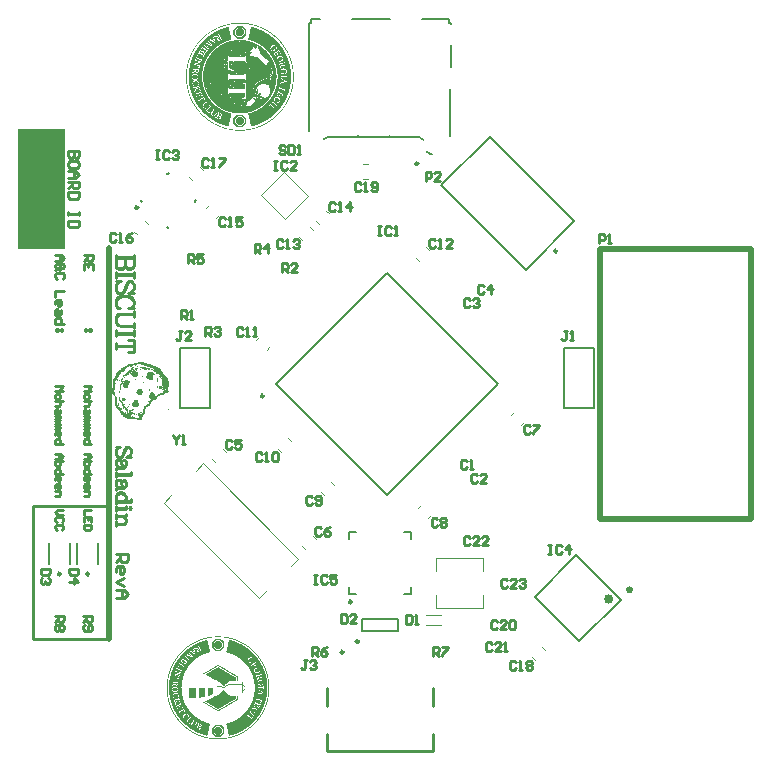
<source format=gbr>
%TF.GenerationSoftware,Altium Limited,Altium Designer,24.2.2 (26)*%
G04 Layer_Color=65535*
%FSLAX45Y45*%
%MOMM*%
%TF.SameCoordinates,D31C6D6D-B6E9-44EC-8E0F-9CDDCF0E9FEB*%
%TF.FilePolarity,Positive*%
%TF.FileFunction,Legend,Top*%
%TF.Part,Single*%
G01*
G75*
%TA.AperFunction,NonConductor*%
%ADD69C,0.25000*%
%ADD70C,0.25400*%
%ADD71C,0.12700*%
%ADD72C,0.20000*%
%ADD73C,0.25601*%
%ADD74C,0.51200*%
%ADD75C,0.12800*%
%ADD76C,0.06400*%
%ADD77C,0.03200*%
G36*
X1950266Y6229449D02*
X1967372D01*
Y6228175D01*
X1979201D01*
Y6226901D01*
X1989756D01*
Y6225445D01*
X1999037D01*
Y6224171D01*
X2005588D01*
Y6222897D01*
X2013595D01*
Y6221623D01*
X2020146D01*
Y6220168D01*
X2025424D01*
Y6218894D01*
X2032157D01*
Y6217620D01*
X2037434D01*
Y6216346D01*
X2042712D01*
Y6214890D01*
X2046715D01*
Y6213616D01*
X2051993D01*
Y6212342D01*
X2055814D01*
Y6211069D01*
X2061092D01*
Y6209613D01*
X2065095D01*
Y6208339D01*
X2069098D01*
Y6207065D01*
X2073102D01*
Y6205609D01*
X2076924D01*
Y6204335D01*
X2080927D01*
Y6203062D01*
X2083657D01*
Y6201788D01*
X2087660D01*
Y6200332D01*
X2091482D01*
Y6199058D01*
X2094212D01*
Y6197784D01*
X2098215D01*
Y6196510D01*
X2100763D01*
Y6195054D01*
X2104766D01*
Y6193781D01*
X2107314D01*
Y6192507D01*
X2110044D01*
Y6191233D01*
X2112774D01*
Y6189777D01*
X2116595D01*
Y6188503D01*
X2119325D01*
Y6187229D01*
X2121872D01*
Y6185774D01*
X2124602D01*
Y6184500D01*
X2127150D01*
Y6183226D01*
X2129879D01*
Y6181952D01*
X2132427D01*
Y6180496D01*
X2135157D01*
Y6179222D01*
X2137705D01*
Y6177949D01*
X2140434D01*
Y6176675D01*
X2142982D01*
Y6175219D01*
X2144438D01*
Y6173945D01*
X2146986D01*
Y6172671D01*
X2149715D01*
Y6171397D01*
X2152263D01*
Y6169941D01*
X2153719D01*
Y6168668D01*
X2156266D01*
Y6167394D01*
X2158996D01*
Y6165938D01*
X2161544D01*
Y6164664D01*
X2162818D01*
Y6163390D01*
X2165547D01*
Y6162116D01*
X2166821D01*
Y6160661D01*
X2169551D01*
Y6159387D01*
X2170825D01*
Y6158113D01*
X2173372D01*
Y6156839D01*
X2176102D01*
Y6155383D01*
X2177376D01*
Y6154109D01*
X2180106D01*
Y6152836D01*
X2181379D01*
Y6151561D01*
X2184109D01*
Y6150106D01*
X2185383D01*
Y6148832D01*
X2186657D01*
Y6147558D01*
X2189387D01*
Y6146102D01*
X2190660D01*
Y6144828D01*
X2193208D01*
Y6143554D01*
X2194664D01*
Y6142281D01*
X2195938D01*
Y6140825D01*
X2198486D01*
Y6139551D01*
X2199941D01*
Y6138277D01*
X2201215D01*
Y6137003D01*
X2203763D01*
Y6135548D01*
X2205219D01*
Y6134273D01*
X2206493D01*
Y6133000D01*
X2209040D01*
Y6131726D01*
X2210496D01*
Y6130270D01*
X2211770D01*
Y6128996D01*
X2213044D01*
Y6127722D01*
X2215774D01*
Y6126449D01*
X2217047D01*
Y6124993D01*
X2218321D01*
Y6123719D01*
X2219777D01*
Y6122445D01*
X2221051D01*
Y6120989D01*
X2222325D01*
Y6119715D01*
X2225054D01*
Y6118441D01*
X2226328D01*
Y6117168D01*
X2227602D01*
Y6115712D01*
X2228876D01*
Y6114438D01*
X2230332D01*
Y6113164D01*
X2231606D01*
Y6111890D01*
X2234153D01*
Y6110434D01*
X2235609D01*
Y6109161D01*
X2236883D01*
Y6107887D01*
X2238157D01*
Y6106613D01*
X2239431D01*
Y6105157D01*
X2240887D01*
Y6103883D01*
X2242160D01*
Y6102609D01*
X2243434D01*
Y6101153D01*
X2244890D01*
Y6099880D01*
X2246164D01*
Y6098606D01*
X2247438D01*
Y6097332D01*
X2248712D01*
Y6095876D01*
X2250167D01*
Y6094602D01*
X2251441D01*
Y6093328D01*
X2252715D01*
Y6092055D01*
X2253989D01*
Y6090599D01*
X2255445D01*
Y6089325D01*
X2256719D01*
Y6088051D01*
X2257992D01*
Y6086777D01*
X2259267D01*
Y6085321D01*
X2260722D01*
Y6084048D01*
X2261996D01*
Y6081318D01*
X2263270D01*
Y6080044D01*
X2264544D01*
Y6078770D01*
X2266000D01*
Y6077496D01*
X2267273D01*
Y6076040D01*
X2268547D01*
Y6074767D01*
X2269821D01*
Y6073493D01*
X2271277D01*
Y6070763D01*
X2272551D01*
Y6069489D01*
X2273825D01*
Y6068215D01*
X2275099D01*
Y6066941D01*
X2276555D01*
Y6065486D01*
X2277828D01*
Y6064212D01*
X2279102D01*
Y6061482D01*
X2280558D01*
Y6060208D01*
X2281832D01*
Y6058934D01*
X2283106D01*
Y6057660D01*
X2284379D01*
Y6054931D01*
X2285835D01*
Y6053657D01*
X2287109D01*
Y6052383D01*
X2288383D01*
Y6049653D01*
X2289657D01*
Y6048380D01*
X2291113D01*
Y6047106D01*
X2292387D01*
Y6044376D01*
X2293660D01*
Y6043102D01*
X2294934D01*
Y6041828D01*
X2296390D01*
Y6039099D01*
X2297664D01*
Y6037825D01*
X2298938D01*
Y6035095D01*
X2300212D01*
Y6033821D01*
X2301667D01*
Y6032547D01*
X2302941D01*
Y6029818D01*
X2304215D01*
Y6028544D01*
X2305489D01*
Y6025814D01*
X2306945D01*
Y6024540D01*
X2308219D01*
Y6021993D01*
X2309492D01*
Y6019263D01*
X2310948D01*
Y6017989D01*
X2312222D01*
Y6015259D01*
X2313496D01*
Y6013986D01*
X2314770D01*
Y6011256D01*
X2316226D01*
Y6009982D01*
X2317500D01*
Y6007435D01*
X2318773D01*
Y6004705D01*
X2320047D01*
Y6002157D01*
X2321503D01*
Y6000701D01*
X2322777D01*
Y5998153D01*
X2324051D01*
Y5995424D01*
X2325325D01*
Y5992876D01*
X2326780D01*
Y5991420D01*
X2328054D01*
Y5988872D01*
X2329328D01*
Y5986143D01*
X2330602D01*
Y5983595D01*
X2332058D01*
Y5980866D01*
X2333332D01*
Y5978318D01*
X2334606D01*
Y5975588D01*
X2335880D01*
Y5973040D01*
X2337335D01*
Y5970311D01*
X2338609D01*
Y5967763D01*
X2339883D01*
Y5965033D01*
X2341157D01*
Y5961030D01*
X2342613D01*
Y5958482D01*
X2343887D01*
Y5955752D01*
X2345160D01*
Y5953205D01*
X2346616D01*
Y5949201D01*
X2347890D01*
Y5946471D01*
X2349164D01*
Y5942650D01*
X2350438D01*
Y5939920D01*
X2351894D01*
Y5935917D01*
X2353168D01*
Y5933369D01*
X2354441D01*
Y5929366D01*
X2355715D01*
Y5925362D01*
X2357171D01*
Y5921358D01*
X2358445D01*
Y5917537D01*
X2359719D01*
Y5913533D01*
X2360992D01*
Y5909530D01*
X2362448D01*
Y5904252D01*
X2363722D01*
Y5900249D01*
X2364996D01*
Y5894971D01*
X2366270D01*
Y5890968D01*
X2367726D01*
Y5885691D01*
X2369000D01*
Y5880413D01*
X2370273D01*
Y5873862D01*
X2371547D01*
Y5868585D01*
X2373003D01*
Y5861851D01*
X2374277D01*
Y5855300D01*
X2375551D01*
Y5847293D01*
X2377007D01*
Y5838194D01*
X2378280D01*
Y5827457D01*
X2379554D01*
Y5815629D01*
X2380828D01*
Y5797067D01*
X2382284D01*
Y5749570D01*
X2380828D01*
Y5732282D01*
X2379554D01*
Y5720454D01*
X2378280D01*
Y5709899D01*
X2377007D01*
Y5700618D01*
X2375551D01*
Y5694067D01*
X2374277D01*
Y5686060D01*
X2373003D01*
Y5679509D01*
X2371547D01*
Y5674231D01*
X2370273D01*
Y5667498D01*
X2369000D01*
Y5662221D01*
X2367726D01*
Y5656943D01*
X2366270D01*
Y5652940D01*
X2364996D01*
Y5647662D01*
X2363722D01*
Y5643841D01*
X2362448D01*
Y5638381D01*
X2360992D01*
Y5634560D01*
X2359719D01*
Y5630556D01*
X2358445D01*
Y5626553D01*
X2357171D01*
Y5622549D01*
X2355715D01*
Y5618728D01*
X2354441D01*
Y5614724D01*
X2353168D01*
Y5611995D01*
X2351894D01*
Y5607991D01*
X2350438D01*
Y5605443D01*
X2349164D01*
Y5601440D01*
X2347890D01*
Y5598892D01*
X2346616D01*
Y5594888D01*
X2345160D01*
Y5592159D01*
X2343887D01*
Y5589611D01*
X2342613D01*
Y5586881D01*
X2341157D01*
Y5582878D01*
X2339883D01*
Y5580330D01*
X2338609D01*
Y5577600D01*
X2337335D01*
Y5575053D01*
X2335880D01*
Y5572323D01*
X2334606D01*
Y5569775D01*
X2333332D01*
Y5567046D01*
X2332058D01*
Y5564498D01*
X2330602D01*
Y5561768D01*
X2329328D01*
Y5559221D01*
X2328054D01*
Y5556491D01*
X2326780D01*
Y5555217D01*
X2325325D01*
Y5552487D01*
X2324051D01*
Y5549940D01*
X2322777D01*
Y5547210D01*
X2321503D01*
Y5545936D01*
X2320047D01*
Y5543207D01*
X2318773D01*
Y5540659D01*
X2317500D01*
Y5537929D01*
X2316226D01*
Y5536655D01*
X2314770D01*
Y5534108D01*
X2313496D01*
Y5532652D01*
X2312222D01*
Y5530104D01*
X2310948D01*
Y5527375D01*
X2309492D01*
Y5526100D01*
X2308219D01*
Y5523371D01*
X2306945D01*
Y5522097D01*
X2305489D01*
Y5519549D01*
X2304215D01*
Y5518093D01*
X2302941D01*
Y5515546D01*
X2301667D01*
Y5514272D01*
X2300212D01*
Y5512816D01*
X2298938D01*
Y5510268D01*
X2297664D01*
Y5508812D01*
X2296390D01*
Y5506265D01*
X2294934D01*
Y5504991D01*
X2293660D01*
Y5502261D01*
X2292387D01*
Y5500987D01*
X2291113D01*
Y5499714D01*
X2289657D01*
Y5496984D01*
X2288383D01*
Y5495710D01*
X2287109D01*
Y5494436D01*
X2285835D01*
Y5492980D01*
X2284379D01*
Y5490433D01*
X2283106D01*
Y5488977D01*
X2281832D01*
Y5487703D01*
X2280558D01*
Y5486429D01*
X2279102D01*
Y5483699D01*
X2277828D01*
Y5482426D01*
X2276555D01*
Y5481152D01*
X2275099D01*
Y5479878D01*
X2273825D01*
Y5478422D01*
X2272551D01*
Y5475874D01*
X2271277D01*
Y5474600D01*
X2269821D01*
Y5473145D01*
X2268547D01*
Y5471871D01*
X2267273D01*
Y5470597D01*
X2266000D01*
Y5469141D01*
X2264544D01*
Y5466594D01*
X2263270D01*
Y5465320D01*
X2261996D01*
Y5463864D01*
X2260722D01*
Y5462590D01*
X2259267D01*
Y5461316D01*
X2257992D01*
Y5460042D01*
X2256719D01*
Y5458586D01*
X2255445D01*
Y5457313D01*
X2253989D01*
Y5456039D01*
X2252715D01*
Y5454765D01*
X2251441D01*
Y5453309D01*
X2250167D01*
Y5452035D01*
X2248712D01*
Y5450761D01*
X2247438D01*
Y5449487D01*
X2246164D01*
Y5448032D01*
X2244890D01*
Y5446758D01*
X2243434D01*
Y5445484D01*
X2242160D01*
Y5444028D01*
X2240887D01*
Y5442754D01*
X2239431D01*
Y5441480D01*
X2238157D01*
Y5440207D01*
X2236883D01*
Y5438751D01*
X2235609D01*
Y5437477D01*
X2234153D01*
Y5436203D01*
X2231606D01*
Y5434929D01*
X2230332D01*
Y5433473D01*
X2228876D01*
Y5432199D01*
X2227602D01*
Y5430926D01*
X2226328D01*
Y5429652D01*
X2225054D01*
Y5428196D01*
X2223599D01*
Y5426922D01*
X2221051D01*
Y5425648D01*
X2219777D01*
Y5424192D01*
X2218321D01*
Y5422919D01*
X2217047D01*
Y5421645D01*
X2215774D01*
Y5420371D01*
X2213044D01*
Y5418915D01*
X2211770D01*
Y5417641D01*
X2210496D01*
Y5416367D01*
X2209040D01*
Y5415094D01*
X2206493D01*
Y5413638D01*
X2205219D01*
Y5412364D01*
X2203763D01*
Y5411090D01*
X2202489D01*
Y5409816D01*
X2199941D01*
Y5408360D01*
X2198486D01*
Y5407086D01*
X2197212D01*
Y5405813D01*
X2194664D01*
Y5404357D01*
X2193208D01*
Y5403083D01*
X2190660D01*
Y5401809D01*
X2189387D01*
Y5400535D01*
X2187931D01*
Y5399079D01*
X2185383D01*
Y5397806D01*
X2184109D01*
Y5396532D01*
X2181379D01*
Y5395258D01*
X2180106D01*
Y5393802D01*
X2177376D01*
Y5392528D01*
X2176102D01*
Y5391254D01*
X2173372D01*
Y5389980D01*
X2172099D01*
Y5388525D01*
X2169551D01*
Y5387251D01*
X2166821D01*
Y5385977D01*
X2165547D01*
Y5384521D01*
X2162818D01*
Y5383247D01*
X2161544D01*
Y5381973D01*
X2158996D01*
Y5380699D01*
X2156266D01*
Y5379244D01*
X2153719D01*
Y5377970D01*
X2152263D01*
Y5376696D01*
X2149715D01*
Y5375422D01*
X2146986D01*
Y5373966D01*
X2145712D01*
Y5372692D01*
X2142982D01*
Y5371419D01*
X2140434D01*
Y5370145D01*
X2137705D01*
Y5368689D01*
X2135157D01*
Y5367415D01*
X2132427D01*
Y5366141D01*
X2129879D01*
Y5364867D01*
X2127150D01*
Y5363411D01*
X2124602D01*
Y5362138D01*
X2121872D01*
Y5360864D01*
X2119325D01*
Y5359408D01*
X2116595D01*
Y5358134D01*
X2112774D01*
Y5356860D01*
X2110044D01*
Y5355586D01*
X2107314D01*
Y5354131D01*
X2104766D01*
Y5352857D01*
X2100763D01*
Y5351583D01*
X2098215D01*
Y5350309D01*
X2094212D01*
Y5348853D01*
X2091482D01*
Y5347579D01*
X2087660D01*
Y5346306D01*
X2084931D01*
Y5345032D01*
X2080927D01*
Y5343576D01*
X2076924D01*
Y5342302D01*
X2073102D01*
Y5341028D01*
X2069098D01*
Y5339572D01*
X2065095D01*
Y5338298D01*
X2061092D01*
Y5337025D01*
X2057270D01*
Y5335751D01*
X2051993D01*
Y5334295D01*
X2047989D01*
Y5333021D01*
X2042712D01*
Y5331747D01*
X2037434D01*
Y5330473D01*
X2032157D01*
Y5329018D01*
X2025424D01*
Y5327744D01*
X2020146D01*
Y5326470D01*
X2013595D01*
Y5325196D01*
X2007044D01*
Y5323740D01*
X1999037D01*
Y5322466D01*
X1991212D01*
Y5321193D01*
X1979201D01*
Y5319737D01*
X1967372D01*
Y5318463D01*
X1950266D01*
Y5317189D01*
X1901314D01*
Y5318463D01*
X1884208D01*
Y5319737D01*
X1870924D01*
Y5321193D01*
X1860369D01*
Y5322466D01*
X1852362D01*
Y5323740D01*
X1844537D01*
Y5325196D01*
X1836530D01*
Y5326470D01*
X1831252D01*
Y5327744D01*
X1824701D01*
Y5329018D01*
X1819424D01*
Y5330473D01*
X1814146D01*
Y5331747D01*
X1808869D01*
Y5333021D01*
X1803592D01*
Y5334295D01*
X1799588D01*
Y5335751D01*
X1794311D01*
Y5337025D01*
X1790307D01*
Y5338298D01*
X1786304D01*
Y5339572D01*
X1782482D01*
Y5341028D01*
X1778479D01*
Y5342302D01*
X1774475D01*
Y5343576D01*
X1770471D01*
Y5345032D01*
X1766468D01*
Y5346306D01*
X1763920D01*
Y5347579D01*
X1759917D01*
Y5348853D01*
X1757369D01*
Y5350309D01*
X1753365D01*
Y5351583D01*
X1750636D01*
Y5352857D01*
X1746814D01*
Y5354131D01*
X1744084D01*
Y5355586D01*
X1741355D01*
Y5356860D01*
X1737533D01*
Y5358134D01*
X1734803D01*
Y5359408D01*
X1732256D01*
Y5360864D01*
X1729526D01*
Y5362138D01*
X1726979D01*
Y5363411D01*
X1724249D01*
Y5364867D01*
X1721701D01*
Y5366141D01*
X1718971D01*
Y5367415D01*
X1716424D01*
Y5368689D01*
X1713694D01*
Y5370145D01*
X1710964D01*
Y5371419D01*
X1708417D01*
Y5372692D01*
X1705687D01*
Y5373966D01*
X1704413D01*
Y5375422D01*
X1701866D01*
Y5376696D01*
X1699136D01*
Y5377970D01*
X1696588D01*
Y5379244D01*
X1695132D01*
Y5380699D01*
X1692584D01*
Y5381973D01*
X1689855D01*
Y5383247D01*
X1688581D01*
Y5384521D01*
X1686033D01*
Y5385977D01*
X1683303D01*
Y5387251D01*
X1682030D01*
Y5388525D01*
X1679300D01*
Y5389980D01*
X1678026D01*
Y5391254D01*
X1675297D01*
Y5392528D01*
X1674023D01*
Y5393802D01*
X1671475D01*
Y5395258D01*
X1670019D01*
Y5396532D01*
X1667471D01*
Y5397806D01*
X1666198D01*
Y5399079D01*
X1663468D01*
Y5400535D01*
X1662194D01*
Y5401809D01*
X1660920D01*
Y5403083D01*
X1658190D01*
Y5404357D01*
X1656917D01*
Y5405813D01*
X1654187D01*
Y5407086D01*
X1652913D01*
Y5408360D01*
X1651639D01*
Y5409816D01*
X1648910D01*
Y5411090D01*
X1647636D01*
Y5412364D01*
X1646362D01*
Y5413638D01*
X1643632D01*
Y5415094D01*
X1642358D01*
Y5416367D01*
X1641085D01*
Y5417641D01*
X1639629D01*
Y5418915D01*
X1637081D01*
Y5420371D01*
X1635807D01*
Y5421645D01*
X1634351D01*
Y5422919D01*
X1633078D01*
Y5424192D01*
X1631804D01*
Y5425648D01*
X1629074D01*
Y5426922D01*
X1627800D01*
Y5428196D01*
X1626526D01*
Y5429652D01*
X1625252D01*
Y5430926D01*
X1623797D01*
Y5432199D01*
X1622523D01*
Y5433473D01*
X1621249D01*
Y5434929D01*
X1618519D01*
Y5436203D01*
X1617245D01*
Y5437477D01*
X1615971D01*
Y5438751D01*
X1614698D01*
Y5440207D01*
X1613242D01*
Y5441480D01*
X1611968D01*
Y5442754D01*
X1610694D01*
Y5444028D01*
X1609238D01*
Y5445484D01*
X1607964D01*
Y5446758D01*
X1606690D01*
Y5448032D01*
X1605417D01*
Y5449487D01*
X1603961D01*
Y5450761D01*
X1602687D01*
Y5452035D01*
X1601413D01*
Y5453309D01*
X1600139D01*
Y5454765D01*
X1598683D01*
Y5456039D01*
X1597410D01*
Y5457313D01*
X1596136D01*
Y5458586D01*
X1594862D01*
Y5460042D01*
X1593406D01*
Y5461316D01*
X1592132D01*
Y5462590D01*
X1590858D01*
Y5463864D01*
X1589585D01*
Y5465320D01*
X1588129D01*
Y5466594D01*
X1586855D01*
Y5469141D01*
X1585581D01*
Y5470597D01*
X1584307D01*
Y5471871D01*
X1582851D01*
Y5473145D01*
X1581577D01*
Y5474600D01*
X1580304D01*
Y5475874D01*
X1578848D01*
Y5477148D01*
X1577574D01*
Y5479878D01*
X1576300D01*
Y5481152D01*
X1575026D01*
Y5482426D01*
X1573570D01*
Y5483699D01*
X1572297D01*
Y5485155D01*
X1571023D01*
Y5487703D01*
X1569749D01*
Y5488977D01*
X1568293D01*
Y5490433D01*
X1567019D01*
Y5491707D01*
X1565745D01*
Y5494436D01*
X1564471D01*
Y5495710D01*
X1563016D01*
Y5496984D01*
X1561742D01*
Y5499714D01*
X1560468D01*
Y5500987D01*
X1559194D01*
Y5502261D01*
X1557738D01*
Y5504991D01*
X1556465D01*
Y5506265D01*
X1555190D01*
Y5508812D01*
X1553917D01*
Y5510268D01*
X1552461D01*
Y5511542D01*
X1551187D01*
Y5514272D01*
X1549913D01*
Y5515546D01*
X1548639D01*
Y5518093D01*
X1547183D01*
Y5519549D01*
X1545910D01*
Y5522097D01*
X1544636D01*
Y5523371D01*
X1543180D01*
Y5526100D01*
X1541906D01*
Y5527375D01*
X1540632D01*
Y5530104D01*
X1539358D01*
Y5531378D01*
X1537902D01*
Y5534108D01*
X1536629D01*
Y5536655D01*
X1535355D01*
Y5537929D01*
X1534081D01*
Y5540659D01*
X1532625D01*
Y5543207D01*
X1531351D01*
Y5544662D01*
X1530077D01*
Y5547210D01*
X1528804D01*
Y5549940D01*
X1527348D01*
Y5552487D01*
X1526074D01*
Y5553761D01*
X1524800D01*
Y5556491D01*
X1523526D01*
Y5559221D01*
X1522070D01*
Y5561768D01*
X1520797D01*
Y5564498D01*
X1519523D01*
Y5567046D01*
X1518249D01*
Y5569775D01*
X1516793D01*
Y5572323D01*
X1515519D01*
Y5575053D01*
X1514245D01*
Y5577600D01*
X1512789D01*
Y5580330D01*
X1511516D01*
Y5582878D01*
X1510242D01*
Y5585608D01*
X1508968D01*
Y5589611D01*
X1507512D01*
Y5592159D01*
X1506238D01*
Y5594888D01*
X1504964D01*
Y5598892D01*
X1503690D01*
Y5601440D01*
X1502235D01*
Y5605443D01*
X1500961D01*
Y5607991D01*
X1499687D01*
Y5611995D01*
X1498413D01*
Y5614724D01*
X1496957D01*
Y5618728D01*
X1495684D01*
Y5622549D01*
X1494410D01*
Y5626553D01*
X1493136D01*
Y5630556D01*
X1491680D01*
Y5634560D01*
X1490406D01*
Y5638381D01*
X1489132D01*
Y5642385D01*
X1487858D01*
Y5647662D01*
X1486403D01*
Y5651666D01*
X1485129D01*
Y5656943D01*
X1483855D01*
Y5662221D01*
X1482581D01*
Y5667498D01*
X1481125D01*
Y5674231D01*
X1479851D01*
Y5679509D01*
X1478577D01*
Y5686060D01*
X1477122D01*
Y5692611D01*
X1475848D01*
Y5700618D01*
X1474574D01*
Y5708625D01*
X1473300D01*
Y5720454D01*
X1471844D01*
Y5732282D01*
X1470570D01*
Y5749570D01*
X1469297D01*
Y5798523D01*
X1470570D01*
Y5815629D01*
X1471844D01*
Y5828913D01*
X1473300D01*
Y5839468D01*
X1474574D01*
Y5847293D01*
X1475848D01*
Y5855300D01*
X1477122D01*
Y5863307D01*
X1478577D01*
Y5868585D01*
X1479851D01*
Y5875136D01*
X1481125D01*
Y5880413D01*
X1482581D01*
Y5885691D01*
X1483855D01*
Y5890968D01*
X1485129D01*
Y5896245D01*
X1486403D01*
Y5900249D01*
X1487858D01*
Y5905526D01*
X1489132D01*
Y5909530D01*
X1490406D01*
Y5913533D01*
X1491680D01*
Y5917537D01*
X1493136D01*
Y5921358D01*
X1494410D01*
Y5925362D01*
X1495684D01*
Y5929366D01*
X1496957D01*
Y5933369D01*
X1498413D01*
Y5935917D01*
X1499687D01*
Y5939920D01*
X1500961D01*
Y5942650D01*
X1502235D01*
Y5946471D01*
X1503690D01*
Y5949201D01*
X1504964D01*
Y5953205D01*
X1506238D01*
Y5955752D01*
X1507512D01*
Y5958482D01*
X1508968D01*
Y5961030D01*
X1510242D01*
Y5965033D01*
X1511516D01*
Y5967763D01*
X1512789D01*
Y5970311D01*
X1514245D01*
Y5973040D01*
X1515519D01*
Y5975588D01*
X1516793D01*
Y5978318D01*
X1518249D01*
Y5980866D01*
X1519523D01*
Y5983595D01*
X1520797D01*
Y5986143D01*
X1522070D01*
Y5988872D01*
X1523526D01*
Y5991420D01*
X1524800D01*
Y5994150D01*
X1526074D01*
Y5995424D01*
X1527348D01*
Y5998153D01*
X1528804D01*
Y6000701D01*
X1530077D01*
Y6003431D01*
X1531351D01*
Y6004705D01*
X1532625D01*
Y6007435D01*
X1534081D01*
Y6009982D01*
X1535355D01*
Y6011256D01*
X1536629D01*
Y6013986D01*
X1537902D01*
Y6015259D01*
X1539358D01*
Y6017989D01*
X1540632D01*
Y6020537D01*
X1541906D01*
Y6021993D01*
X1543180D01*
Y6024540D01*
X1544636D01*
Y6025814D01*
X1545910D01*
Y6028544D01*
X1547183D01*
Y6029818D01*
X1548639D01*
Y6032547D01*
X1549913D01*
Y6033821D01*
X1551187D01*
Y6036369D01*
X1552461D01*
Y6037825D01*
X1553917D01*
Y6039099D01*
X1555190D01*
Y6041828D01*
X1556465D01*
Y6043102D01*
X1557738D01*
Y6045650D01*
X1559194D01*
Y6047106D01*
X1560468D01*
Y6048380D01*
X1561742D01*
Y6050927D01*
X1563016D01*
Y6052383D01*
X1564471D01*
Y6053657D01*
X1565745D01*
Y6054931D01*
X1567019D01*
Y6057660D01*
X1568293D01*
Y6058934D01*
X1569749D01*
Y6060208D01*
X1571023D01*
Y6061482D01*
X1572297D01*
Y6064212D01*
X1573570D01*
Y6065486D01*
X1575026D01*
Y6066941D01*
X1576300D01*
Y6068215D01*
X1577574D01*
Y6069489D01*
X1578848D01*
Y6072219D01*
X1580304D01*
Y6073493D01*
X1581577D01*
Y6074767D01*
X1582851D01*
Y6076040D01*
X1584307D01*
Y6077496D01*
X1585581D01*
Y6078770D01*
X1586855D01*
Y6081318D01*
X1588129D01*
Y6082774D01*
X1589585D01*
Y6084048D01*
X1590858D01*
Y6085321D01*
X1592132D01*
Y6086777D01*
X1593406D01*
Y6088051D01*
X1594862D01*
Y6089325D01*
X1596136D01*
Y6090599D01*
X1597410D01*
Y6092055D01*
X1598683D01*
Y6093328D01*
X1600139D01*
Y6094602D01*
X1601413D01*
Y6095876D01*
X1602687D01*
Y6097332D01*
X1603961D01*
Y6098606D01*
X1605417D01*
Y6099880D01*
X1606690D01*
Y6101153D01*
X1607964D01*
Y6102609D01*
X1609238D01*
Y6103883D01*
X1610694D01*
Y6105157D01*
X1611968D01*
Y6106613D01*
X1613242D01*
Y6107887D01*
X1614698D01*
Y6109161D01*
X1615971D01*
Y6110434D01*
X1617245D01*
Y6111890D01*
X1619975D01*
Y6113164D01*
X1621249D01*
Y6114438D01*
X1622523D01*
Y6115712D01*
X1623797D01*
Y6117168D01*
X1625252D01*
Y6118441D01*
X1626526D01*
Y6119715D01*
X1627800D01*
Y6120989D01*
X1630530D01*
Y6122445D01*
X1631804D01*
Y6123719D01*
X1633078D01*
Y6124993D01*
X1634351D01*
Y6126449D01*
X1635807D01*
Y6127722D01*
X1637081D01*
Y6128996D01*
X1639629D01*
Y6130270D01*
X1641085D01*
Y6131726D01*
X1642358D01*
Y6133000D01*
X1644906D01*
Y6134273D01*
X1646362D01*
Y6135548D01*
X1647636D01*
Y6137003D01*
X1648910D01*
Y6138277D01*
X1651639D01*
Y6139551D01*
X1652913D01*
Y6140825D01*
X1654187D01*
Y6142281D01*
X1656917D01*
Y6143554D01*
X1658190D01*
Y6144828D01*
X1660920D01*
Y6146102D01*
X1662194D01*
Y6147558D01*
X1663468D01*
Y6148832D01*
X1666198D01*
Y6150106D01*
X1667471D01*
Y6151561D01*
X1670019D01*
Y6152836D01*
X1671475D01*
Y6154109D01*
X1674023D01*
Y6155383D01*
X1675297D01*
Y6156839D01*
X1678026D01*
Y6158113D01*
X1679300D01*
Y6159387D01*
X1682030D01*
Y6160661D01*
X1684578D01*
Y6162116D01*
X1686033D01*
Y6163390D01*
X1688581D01*
Y6164664D01*
X1689855D01*
Y6165938D01*
X1692584D01*
Y6167394D01*
X1695132D01*
Y6168668D01*
X1697862D01*
Y6169941D01*
X1699136D01*
Y6171397D01*
X1701866D01*
Y6172671D01*
X1704413D01*
Y6173945D01*
X1707143D01*
Y6175219D01*
X1708417D01*
Y6176675D01*
X1710964D01*
Y6177949D01*
X1713694D01*
Y6179222D01*
X1716424D01*
Y6180496D01*
X1718971D01*
Y6181952D01*
X1721701D01*
Y6183226D01*
X1724249D01*
Y6184500D01*
X1726979D01*
Y6185774D01*
X1729526D01*
Y6187229D01*
X1732256D01*
Y6188503D01*
X1734803D01*
Y6189777D01*
X1738807D01*
Y6191233D01*
X1741355D01*
Y6192507D01*
X1744084D01*
Y6193781D01*
X1746814D01*
Y6195054D01*
X1750636D01*
Y6196510D01*
X1753365D01*
Y6197784D01*
X1757369D01*
Y6199058D01*
X1759917D01*
Y6200332D01*
X1763920D01*
Y6201788D01*
X1766468D01*
Y6203062D01*
X1770471D01*
Y6204335D01*
X1774475D01*
Y6205609D01*
X1778479D01*
Y6207065D01*
X1782482D01*
Y6208339D01*
X1786304D01*
Y6209613D01*
X1790307D01*
Y6211069D01*
X1795584D01*
Y6212342D01*
X1799588D01*
Y6213616D01*
X1804865D01*
Y6214890D01*
X1808869D01*
Y6216346D01*
X1814146D01*
Y6217620D01*
X1819424D01*
Y6218894D01*
X1825975D01*
Y6220168D01*
X1831252D01*
Y6221623D01*
X1837804D01*
Y6222897D01*
X1844537D01*
Y6224171D01*
X1852362D01*
Y6225445D01*
X1861643D01*
Y6226901D01*
X1872197D01*
Y6228175D01*
X1884208D01*
Y6229449D01*
X1902588D01*
Y6230722D01*
X1950266D01*
Y6229449D01*
D02*
G37*
G36*
X447040Y4318000D02*
X50800D01*
Y5334000D01*
X447040D01*
Y4318000D01*
D02*
G37*
G36*
X1320542Y3054611D02*
X1317113D01*
Y3058039D01*
X1320542D01*
Y3054611D01*
D02*
G37*
G36*
X1334257Y3040896D02*
X1330828D01*
Y3044324D01*
X1334257D01*
Y3040896D01*
D02*
G37*
G36*
X1293112Y3037467D02*
X1289684D01*
Y3040896D01*
X1293112D01*
Y3037467D01*
D02*
G37*
G36*
X1258825Y3013466D02*
X1255397D01*
Y3016895D01*
X1258825D01*
Y3013466D01*
D02*
G37*
G36*
X1306827Y2999751D02*
X1303399D01*
Y3003180D01*
X1306827D01*
Y2999751D01*
D02*
G37*
G36*
X1217681Y2992893D02*
X1214252D01*
Y2996322D01*
X1217681D01*
Y2992893D01*
D02*
G37*
G36*
X1275969Y2965464D02*
X1272540D01*
Y2968892D01*
X1275969D01*
Y2965464D01*
D02*
G37*
G36*
X1227967Y2958606D02*
X1224538D01*
Y2962035D01*
X1227967D01*
Y2958606D01*
D02*
G37*
G36*
X1323971Y2955177D02*
X1320542D01*
Y2958606D01*
X1323971D01*
Y2955177D01*
D02*
G37*
G36*
X1296541Y2951749D02*
X1293112D01*
Y2955177D01*
X1296541D01*
Y2951749D01*
D02*
G37*
G36*
X1275969Y2944891D02*
X1272540D01*
Y2948320D01*
X1275969D01*
Y2944891D01*
D02*
G37*
G36*
X1173107D02*
X1169678D01*
Y2948320D01*
X1173107D01*
Y2944891D01*
D02*
G37*
G36*
X1251968Y2927748D02*
X1248539D01*
Y2931177D01*
X1251968D01*
Y2927748D01*
D02*
G37*
G36*
X1200537D02*
X1197108D01*
Y2931177D01*
X1200537D01*
Y2927748D01*
D02*
G37*
G36*
X1310256Y2920890D02*
X1306827D01*
Y2924319D01*
X1310256D01*
Y2920890D01*
D02*
G37*
G36*
X1255397Y2910604D02*
X1251968D01*
Y2914033D01*
X1255397D01*
Y2910604D01*
D02*
G37*
G36*
X1142249D02*
X1138820D01*
Y2914033D01*
X1142249D01*
Y2910604D01*
D02*
G37*
G36*
X1125105Y2886603D02*
X1121676D01*
Y2890032D01*
X1125105D01*
Y2886603D01*
D02*
G37*
G36*
X1183393Y2872888D02*
X1179965D01*
Y2876317D01*
X1183393D01*
Y2872888D01*
D02*
G37*
G36*
X1087389Y3356338D02*
X1114819D01*
Y3352909D01*
X1125105D01*
Y3349481D01*
X1138820D01*
Y3346052D01*
X1152535D01*
Y3342623D01*
X1162821D01*
Y3339194D01*
X1173107D01*
Y3335766D01*
X1179965D01*
Y3332337D01*
X1186822D01*
Y3328909D01*
X1193679D01*
Y3325480D01*
X1203966D01*
Y3322051D01*
X1214252D01*
Y3318622D01*
X1224538D01*
Y3315194D01*
X1231396D01*
Y3311765D01*
X1238253D01*
Y3308336D01*
X1241682D01*
Y3304907D01*
X1248539D01*
Y3301479D01*
X1251968D01*
Y3298050D01*
X1255397D01*
Y3294621D01*
X1258825D01*
Y3291193D01*
X1262254D01*
Y3284335D01*
X1265683D01*
Y3280906D01*
X1269112D01*
Y3274049D01*
X1272540D01*
Y3267191D01*
X1275969D01*
Y3260334D01*
X1279397D01*
Y3253476D01*
X1286255D01*
Y3250048D01*
X1289684D01*
Y3246619D01*
X1293112D01*
Y3243190D01*
X1296541D01*
Y3239762D01*
X1299970D01*
Y3236333D01*
X1303399D01*
Y3232904D01*
X1306827D01*
Y3226047D01*
X1310256D01*
Y3219189D01*
X1313685D01*
Y3212332D01*
X1317113D01*
Y3205474D01*
X1320542D01*
Y3198617D01*
X1323971D01*
Y3184902D01*
X1327400D01*
Y3154044D01*
X1323971D01*
Y3143757D01*
X1320542D01*
Y3133471D01*
X1317113D01*
Y3119756D01*
X1320542D01*
Y3112899D01*
X1323971D01*
Y3102613D01*
X1313685D01*
Y3099184D01*
X1303399D01*
Y3095755D01*
X1296541D01*
Y3092327D01*
X1293112D01*
Y3088898D01*
X1289684D01*
Y3085469D01*
X1286255D01*
Y3082041D01*
X1282826D01*
Y3078612D01*
X1251968D01*
Y3075183D01*
X1245110D01*
Y3071754D01*
X1238253D01*
Y3068326D01*
X1234824D01*
Y3064897D01*
X1231396D01*
Y3061468D01*
X1227967D01*
Y3058039D01*
X1224538D01*
Y3051182D01*
X1221109D01*
Y3044324D01*
X1217681D01*
Y3040896D01*
X1207394D01*
Y3037467D01*
X1197108D01*
Y3034038D01*
X1190251D01*
Y3030610D01*
X1183393D01*
Y3027181D01*
X1179965D01*
Y3023752D01*
X1176536D01*
Y3020323D01*
X1173107D01*
Y3013466D01*
X1169678D01*
Y3006608D01*
X1166250D01*
Y2996322D01*
X1162821D01*
Y2989465D01*
X1159392D01*
Y2986036D01*
X1149106D01*
Y2982607D01*
X1145677D01*
Y2979179D01*
X1138820D01*
Y2975750D01*
X1135391D01*
Y2968892D01*
X1131962D01*
Y2965464D01*
X1128534D01*
Y2958606D01*
X1125105D01*
Y2948320D01*
X1121676D01*
Y2917462D01*
X1118248D01*
Y2914033D01*
X1114819D01*
Y2910604D01*
X1111390D01*
Y2907176D01*
X1107961D01*
Y2903747D01*
X1104533D01*
Y2896889D01*
X1101104D01*
Y2879746D01*
X1097675D01*
Y2866031D01*
X1066817D01*
Y2869460D01*
X1053102D01*
Y2872888D01*
X1039387D01*
Y2876317D01*
X1029101D01*
Y2879746D01*
X974241D01*
Y2883174D01*
X963955D01*
Y2886603D01*
X950240D01*
Y2890032D01*
X946811D01*
Y2893461D01*
X943383D01*
Y2896889D01*
X939954D01*
Y2900318D01*
X936525D01*
Y2903747D01*
X933096D01*
Y2907176D01*
X926239D01*
Y2910604D01*
X922810D01*
Y2914033D01*
X919382D01*
Y2917462D01*
X915953D01*
Y2931177D01*
X912524D01*
Y2938034D01*
X909095D01*
Y2941463D01*
X905667D01*
Y2944891D01*
X902238D01*
Y2951749D01*
X895380D01*
Y2958606D01*
X891952D01*
Y2962035D01*
X888523D01*
Y2965464D01*
X885094D01*
Y2968892D01*
X881666D01*
Y2972321D01*
X878237D01*
Y2979179D01*
X874808D01*
Y2986036D01*
X871380D01*
Y2996322D01*
X867951D01*
Y3013466D01*
X864522D01*
Y3037467D01*
X867951D01*
Y3061468D01*
X864522D01*
Y3068326D01*
X861093D01*
Y3071754D01*
X857665D01*
Y3078612D01*
X854236D01*
Y3082041D01*
X850807D01*
Y3088898D01*
X847379D01*
Y3095755D01*
X843950D01*
Y3126614D01*
X847379D01*
Y3140329D01*
X850807D01*
Y3150615D01*
X854236D01*
Y3181473D01*
X850807D01*
Y3205474D01*
X854236D01*
Y3215761D01*
X857665D01*
Y3219189D01*
X861093D01*
Y3226047D01*
X864522D01*
Y3229475D01*
X867951D01*
Y3232904D01*
X871380D01*
Y3236333D01*
X874808D01*
Y3243190D01*
X878237D01*
Y3267191D01*
X881666D01*
Y3270620D01*
X885094D01*
Y3274049D01*
X888523D01*
Y3277478D01*
X891952D01*
Y3280906D01*
X898809D01*
Y3284335D01*
X902238D01*
Y3287764D01*
X905667D01*
Y3291193D01*
X912524D01*
Y3294621D01*
X915953D01*
Y3298050D01*
X919382D01*
Y3301479D01*
X922810D01*
Y3304907D01*
X929668D01*
Y3308336D01*
X933096D01*
Y3311765D01*
X939954D01*
Y3315194D01*
X943383D01*
Y3318622D01*
X950240D01*
Y3322051D01*
X953669D01*
Y3325480D01*
X960526D01*
Y3328909D01*
X967384D01*
Y3332337D01*
X974241D01*
Y3335766D01*
X981099D01*
Y3339194D01*
X991385D01*
Y3342623D01*
X1011957D01*
Y3346052D01*
X1032530D01*
Y3349481D01*
X1049673D01*
Y3352909D01*
X1066817D01*
Y3356338D01*
X1070245D01*
Y3359767D01*
X1087389D01*
Y3356338D01*
D02*
G37*
G36*
X2127709Y837726D02*
X2125886D01*
Y839549D01*
X2127709D01*
Y837726D01*
D02*
G37*
G36*
X2114947Y835903D02*
X2114035D01*
Y836814D01*
X2114947D01*
Y835903D01*
D02*
G37*
G36*
X1767623Y1034634D02*
X1779474D01*
Y1033722D01*
X1788590D01*
Y1032811D01*
X1795883D01*
Y1031899D01*
X1803176D01*
Y1030988D01*
X1809557D01*
Y1030076D01*
X1814116D01*
Y1029164D01*
X1819585D01*
Y1028253D01*
X1825055D01*
Y1027341D01*
X1829613D01*
Y1026429D01*
X1833259D01*
Y1025518D01*
X1836906D01*
Y1024606D01*
X1841464D01*
Y1023695D01*
X1845110D01*
Y1022783D01*
X1848757D01*
Y1021871D01*
X1852403D01*
Y1020960D01*
X1855138D01*
Y1020048D01*
X1858785D01*
Y1019137D01*
X1861519D01*
Y1018225D01*
X1865166D01*
Y1017313D01*
X1867901D01*
Y1016402D01*
X1871547D01*
Y1015490D01*
X1874282D01*
Y1014579D01*
X1877017D01*
Y1013667D01*
X1878840D01*
Y1012755D01*
X1881575D01*
Y1011844D01*
X1884310D01*
Y1010932D01*
X1887044D01*
Y1010021D01*
X1889779D01*
Y1009109D01*
X1892514D01*
Y1008197D01*
X1894337D01*
Y1007286D01*
X1897072D01*
Y1006374D01*
X1898895D01*
Y1005463D01*
X1901630D01*
Y1004551D01*
X1903453D01*
Y1003639D01*
X1906188D01*
Y1002728D01*
X1908011D01*
Y1001816D01*
X1910746D01*
Y1000905D01*
X1912569D01*
Y999992D01*
X1914393D01*
Y999081D01*
X1917128D01*
Y998169D01*
X1918951D01*
Y997258D01*
X1920774D01*
Y996346D01*
X1922597D01*
Y995434D01*
X1924421D01*
Y994523D01*
X1927155D01*
Y993611D01*
X1928979D01*
Y992700D01*
X1930802D01*
Y991788D01*
X1932625D01*
Y990877D01*
X1934448D01*
Y989965D01*
X1936271D01*
Y989053D01*
X1938095D01*
Y988142D01*
X1939918D01*
Y987230D01*
X1940829D01*
Y986319D01*
X1942653D01*
Y985407D01*
X1944476D01*
Y984495D01*
X1946299D01*
Y983584D01*
X1948122D01*
Y982672D01*
X1949946D01*
Y981761D01*
X1951769D01*
Y980849D01*
X1952681D01*
Y979937D01*
X1954504D01*
Y979025D01*
X1956327D01*
Y978114D01*
X1958150D01*
Y977203D01*
X1959062D01*
Y976291D01*
X1960885D01*
Y975379D01*
X1962708D01*
Y974467D01*
X1964531D01*
Y973556D01*
X1965443D01*
Y972644D01*
X1967266D01*
Y971733D01*
X1968178D01*
Y970821D01*
X1970001D01*
Y969909D01*
X1971824D01*
Y968998D01*
X1972736D01*
Y968086D01*
X1974559D01*
Y967175D01*
X1975471D01*
Y966263D01*
X1977294D01*
Y965352D01*
X1978206D01*
Y964440D01*
X1980029D01*
Y963528D01*
X1980940D01*
Y962617D01*
X1982763D01*
Y961705D01*
X1983675D01*
Y960794D01*
X1985498D01*
Y959882D01*
X1986410D01*
Y958970D01*
X1988233D01*
Y958059D01*
X1989145D01*
Y957147D01*
X1990056D01*
Y956236D01*
X1991879D01*
Y955324D01*
X1992791D01*
Y954412D01*
X1994615D01*
Y953501D01*
X1995526D01*
Y952589D01*
X1996437D01*
Y951677D01*
X1998261D01*
Y950766D01*
X1999173D01*
Y949854D01*
X2000995D01*
Y948942D01*
X2001907D01*
Y948031D01*
X2002819D01*
Y947119D01*
X2004642D01*
Y946208D01*
X2005554D01*
Y945296D01*
X2006465D01*
Y944385D01*
X2007377D01*
Y943473D01*
X2009200D01*
Y942561D01*
X2010112D01*
Y941650D01*
X2011023D01*
Y940738D01*
X2011935D01*
Y939827D01*
X2013758D01*
Y938915D01*
X2014670D01*
Y938003D01*
X2015581D01*
Y937092D01*
X2016493D01*
Y936180D01*
X2018316D01*
Y935268D01*
X2019228D01*
Y934357D01*
X2020139D01*
Y933445D01*
X2021051D01*
Y932534D01*
X2021962D01*
Y931622D01*
X2022874D01*
Y930710D01*
X2024697D01*
Y929799D01*
X2025609D01*
Y928887D01*
X2026521D01*
Y927976D01*
X2027432D01*
Y927064D01*
X2028344D01*
Y926152D01*
X2029256D01*
Y925241D01*
X2030167D01*
Y924329D01*
X2031991D01*
Y923418D01*
X2032902D01*
Y922506D01*
X2033814D01*
Y921594D01*
X2034725D01*
Y920683D01*
X2035637D01*
Y919771D01*
X2036549D01*
Y918859D01*
X2037460D01*
Y917948D01*
X2038372D01*
Y917036D01*
X2039283D01*
Y916125D01*
X2040195D01*
Y915213D01*
X2041107D01*
Y914301D01*
X2042018D01*
Y913390D01*
X2042930D01*
Y912478D01*
X2043841D01*
Y911567D01*
X2044753D01*
Y910655D01*
X2045665D01*
Y909743D01*
X2047488D01*
Y908832D01*
X2048400D01*
Y907920D01*
X2049311D01*
Y906097D01*
X2050223D01*
Y905185D01*
X2051134D01*
Y904274D01*
X2052046D01*
Y903362D01*
X2052958D01*
Y902450D01*
X2053869D01*
Y901539D01*
X2054780D01*
Y900627D01*
X2055692D01*
Y899716D01*
X2056604D01*
Y898804D01*
X2057516D01*
Y897893D01*
X2058427D01*
Y896981D01*
X2059339D01*
Y896069D01*
X2060250D01*
Y895158D01*
X2061162D01*
Y894246D01*
X2062074D01*
Y893335D01*
X2062985D01*
Y892423D01*
X2063897D01*
Y890600D01*
X2064808D01*
Y889688D01*
X2065720D01*
Y888776D01*
X2066632D01*
Y887865D01*
X2067543D01*
Y886953D01*
X2068455D01*
Y886041D01*
X2069366D01*
Y884218D01*
X2070278D01*
Y883307D01*
X2071190D01*
Y882395D01*
X2072101D01*
Y881483D01*
X2073013D01*
Y880572D01*
X2073924D01*
Y879660D01*
X2074836D01*
Y878749D01*
X2075748D01*
Y876925D01*
X2076659D01*
Y876014D01*
X2077571D01*
Y875102D01*
X2078483D01*
Y874190D01*
X2079394D01*
Y872367D01*
X2080306D01*
Y871456D01*
X2081217D01*
Y870544D01*
X2082129D01*
Y868721D01*
X2083041D01*
Y867809D01*
X2083952D01*
Y866898D01*
X2084864D01*
Y865986D01*
X2085775D01*
Y864163D01*
X2086687D01*
Y863251D01*
X2087599D01*
Y862340D01*
X2088510D01*
Y860516D01*
X2089422D01*
Y859605D01*
X2090333D01*
Y858693D01*
X2091245D01*
Y856870D01*
X2092157D01*
Y855958D01*
X2093068D01*
Y854135D01*
X2093980D01*
Y853223D01*
X2094891D01*
Y852312D01*
X2095803D01*
Y850489D01*
X2096715D01*
Y849577D01*
X2097626D01*
Y847754D01*
X2098538D01*
Y846842D01*
X2099449D01*
Y845931D01*
X2100361D01*
Y844107D01*
X2101273D01*
Y843196D01*
X2102184D01*
Y841372D01*
X2103096D01*
Y840461D01*
X2104008D01*
Y838638D01*
X2104919D01*
Y836814D01*
X2105831D01*
Y835903D01*
X2106742D01*
Y834080D01*
X2107654D01*
Y833168D01*
X2108566D01*
Y831345D01*
X2109477D01*
Y830433D01*
X2110389D01*
Y828610D01*
X2111300D01*
Y826787D01*
X2112212D01*
Y825875D01*
X2113124D01*
Y824052D01*
X2114035D01*
Y822229D01*
X2114947D01*
Y821317D01*
X2115858D01*
Y819494D01*
X2116770D01*
Y817671D01*
X2117682D01*
Y815847D01*
X2118593D01*
Y814936D01*
X2119505D01*
Y813113D01*
X2120417D01*
Y811289D01*
X2121328D01*
Y809466D01*
X2122240D01*
Y808555D01*
X2123151D01*
Y806731D01*
X2124063D01*
Y804908D01*
X2124975D01*
Y803085D01*
X2125886D01*
Y801262D01*
X2126798D01*
Y799439D01*
X2127709D01*
Y797615D01*
X2128621D01*
Y795792D01*
X2129533D01*
Y793969D01*
X2130444D01*
Y792146D01*
X2131356D01*
Y790323D01*
X2132267D01*
Y788499D01*
X2133179D01*
Y786676D01*
X2134091D01*
Y784853D01*
X2135002D01*
Y783030D01*
X2135914D01*
Y780295D01*
X2136826D01*
Y778472D01*
X2137737D01*
Y776648D01*
X2138649D01*
Y774825D01*
X2139560D01*
Y773002D01*
X2140472D01*
Y770267D01*
X2141384D01*
Y768444D01*
X2142295D01*
Y765709D01*
X2143207D01*
Y763885D01*
X2144118D01*
Y761151D01*
X2145030D01*
Y759327D01*
X2145942D01*
Y756593D01*
X2146853D01*
Y754769D01*
X2147765D01*
Y752035D01*
X2148677D01*
Y750211D01*
X2149588D01*
Y747477D01*
X2150500D01*
Y744742D01*
X2151411D01*
Y742007D01*
X2152323D01*
Y739272D01*
X2153235D01*
Y736538D01*
X2154146D01*
Y733802D01*
X2155058D01*
Y731068D01*
X2155970D01*
Y728333D01*
X2156881D01*
Y724686D01*
X2157793D01*
Y721952D01*
X2158704D01*
Y718305D01*
X2159616D01*
Y714659D01*
X2160527D01*
Y711924D01*
X2161439D01*
Y708277D01*
X2162351D01*
Y704631D01*
X2163262D01*
Y700985D01*
X2164174D01*
Y696427D01*
X2165086D01*
Y692780D01*
X2165997D01*
Y689134D01*
X2166909D01*
Y683664D01*
X2167820D01*
Y679106D01*
X2168732D01*
Y673636D01*
X2169644D01*
Y669078D01*
X2170555D01*
Y662697D01*
X2171467D01*
Y655404D01*
X2172378D01*
Y648111D01*
X2173290D01*
Y638084D01*
X2174202D01*
Y626233D01*
X2175113D01*
Y573359D01*
X2174202D01*
Y561508D01*
X2173290D01*
Y551480D01*
X2172378D01*
Y544188D01*
X2171467D01*
Y536895D01*
X2170555D01*
Y530513D01*
X2169644D01*
Y525955D01*
X2168732D01*
Y520486D01*
X2167820D01*
Y515928D01*
X2166909D01*
Y510458D01*
X2165997D01*
Y506812D01*
X2165086D01*
Y503165D01*
X2164174D01*
Y498607D01*
X2163262D01*
Y494961D01*
X2162351D01*
Y491314D01*
X2161439D01*
Y487668D01*
X2160527D01*
Y484021D01*
X2159616D01*
Y481287D01*
X2158704D01*
Y477640D01*
X2157793D01*
Y474906D01*
X2156881D01*
Y471259D01*
X2155970D01*
Y468524D01*
X2155058D01*
Y465790D01*
X2154146D01*
Y463054D01*
X2153235D01*
Y460320D01*
X2152323D01*
Y457585D01*
X2151411D01*
Y454850D01*
X2150500D01*
Y452115D01*
X2149588D01*
Y449381D01*
X2148677D01*
Y447557D01*
X2147765D01*
Y444822D01*
X2146853D01*
Y442999D01*
X2145942D01*
Y440264D01*
X2145030D01*
Y438441D01*
X2144118D01*
Y435706D01*
X2143207D01*
Y433883D01*
X2142295D01*
Y431148D01*
X2141384D01*
Y429325D01*
X2140472D01*
Y426590D01*
X2139560D01*
Y424766D01*
X2138649D01*
Y422944D01*
X2137737D01*
Y421120D01*
X2136826D01*
Y419297D01*
X2135914D01*
Y416562D01*
X2135002D01*
Y414739D01*
X2134091D01*
Y412916D01*
X2133179D01*
Y411093D01*
X2132267D01*
Y409269D01*
X2131356D01*
Y407446D01*
X2130444D01*
Y405623D01*
X2129533D01*
Y403800D01*
X2128621D01*
Y401977D01*
X2127709D01*
Y400153D01*
X2126798D01*
Y398330D01*
X2125886D01*
Y396507D01*
X2124975D01*
Y394683D01*
X2124063D01*
Y392861D01*
X2123151D01*
Y391037D01*
X2122240D01*
Y390126D01*
X2121328D01*
Y388302D01*
X2120417D01*
Y386479D01*
X2119505D01*
Y384656D01*
X2118593D01*
Y383744D01*
X2117682D01*
Y381921D01*
X2116770D01*
Y380098D01*
X2115858D01*
Y378275D01*
X2114947D01*
Y377363D01*
X2114035D01*
Y375540D01*
X2113124D01*
Y373717D01*
X2112212D01*
Y371894D01*
X2111300D01*
Y370982D01*
X2110389D01*
Y369159D01*
X2109477D01*
Y368247D01*
X2108566D01*
Y366424D01*
X2107654D01*
Y365512D01*
X2106742D01*
Y363689D01*
X2105831D01*
Y362777D01*
X2104919D01*
Y360954D01*
X2104008D01*
Y359131D01*
X2103096D01*
Y358219D01*
X2102184D01*
Y356396D01*
X2101273D01*
Y355485D01*
X2100361D01*
Y353661D01*
X2099449D01*
Y352750D01*
X2098538D01*
Y351838D01*
X2097626D01*
Y350015D01*
X2096715D01*
Y349103D01*
X2095803D01*
Y347280D01*
X2094891D01*
Y346368D01*
X2093980D01*
Y344545D01*
X2093068D01*
Y343634D01*
X2092157D01*
Y342722D01*
X2091245D01*
Y340899D01*
X2090333D01*
Y339987D01*
X2089422D01*
Y338164D01*
X2088510D01*
Y337252D01*
X2087599D01*
Y336341D01*
X2086687D01*
Y335429D01*
X2085775D01*
Y333606D01*
X2084864D01*
Y332694D01*
X2083952D01*
Y331783D01*
X2083041D01*
Y329959D01*
X2082129D01*
Y329048D01*
X2081217D01*
Y328136D01*
X2080306D01*
Y327225D01*
X2079394D01*
Y325401D01*
X2078483D01*
Y324490D01*
X2077571D01*
Y323578D01*
X2076659D01*
Y322667D01*
X2075748D01*
Y320843D01*
X2074836D01*
Y319932D01*
X2073924D01*
Y319020D01*
X2073013D01*
Y318109D01*
X2072101D01*
Y317197D01*
X2071190D01*
Y316285D01*
X2070278D01*
Y314462D01*
X2069366D01*
Y313550D01*
X2068455D01*
Y312639D01*
X2067543D01*
Y311727D01*
X2066632D01*
Y310815D01*
X2065720D01*
Y309904D01*
X2064808D01*
Y308081D01*
X2063897D01*
Y307169D01*
X2062985D01*
Y306257D01*
X2062074D01*
Y305346D01*
X2061162D01*
Y304434D01*
X2060250D01*
Y303523D01*
X2059339D01*
Y302611D01*
X2058427D01*
Y301699D01*
X2057516D01*
Y300788D01*
X2056604D01*
Y299876D01*
X2055692D01*
Y298965D01*
X2054780D01*
Y298053D01*
X2053869D01*
Y297141D01*
X2052958D01*
Y296230D01*
X2052046D01*
Y295318D01*
X2051134D01*
Y294406D01*
X2050223D01*
Y292583D01*
X2049311D01*
Y291672D01*
X2048400D01*
Y290760D01*
X2047488D01*
Y289848D01*
X2046576D01*
Y288937D01*
X2044753D01*
Y288025D01*
X2043841D01*
Y287114D01*
X2042930D01*
Y286202D01*
X2042018D01*
Y285290D01*
X2041107D01*
Y284379D01*
X2040195D01*
Y283467D01*
X2039283D01*
Y282556D01*
X2038372D01*
Y281644D01*
X2037460D01*
Y280732D01*
X2036549D01*
Y279821D01*
X2035637D01*
Y278909D01*
X2034725D01*
Y277997D01*
X2033814D01*
Y277086D01*
X2032902D01*
Y276174D01*
X2031991D01*
Y275263D01*
X2031079D01*
Y274351D01*
X2029256D01*
Y273439D01*
X2028344D01*
Y272528D01*
X2027432D01*
Y271616D01*
X2026521D01*
Y270705D01*
X2025609D01*
Y269793D01*
X2024697D01*
Y268881D01*
X2023786D01*
Y267970D01*
X2021962D01*
Y267058D01*
X2021051D01*
Y266147D01*
X2020139D01*
Y265235D01*
X2019228D01*
Y264323D01*
X2018316D01*
Y263412D01*
X2017404D01*
Y262500D01*
X2015581D01*
Y261589D01*
X2014670D01*
Y260677D01*
X2013758D01*
Y259765D01*
X2012846D01*
Y258854D01*
X2011023D01*
Y257942D01*
X2010112D01*
Y257030D01*
X2009200D01*
Y256119D01*
X2007377D01*
Y255207D01*
X2006465D01*
Y254296D01*
X2005554D01*
Y253384D01*
X2004642D01*
Y252472D01*
X2002819D01*
Y251561D01*
X2001907D01*
Y250649D01*
X2000995D01*
Y249738D01*
X1999173D01*
Y248826D01*
X1998261D01*
Y247914D01*
X1997349D01*
Y247003D01*
X1995526D01*
Y246091D01*
X1994615D01*
Y245180D01*
X1992791D01*
Y244268D01*
X1991879D01*
Y243356D01*
X1990968D01*
Y242445D01*
X1989145D01*
Y241533D01*
X1988233D01*
Y240622D01*
X1986410D01*
Y239710D01*
X1985498D01*
Y238798D01*
X1984587D01*
Y237887D01*
X1982763D01*
Y236975D01*
X1981852D01*
Y236064D01*
X1980029D01*
Y235152D01*
X1978206D01*
Y234240D01*
X1977294D01*
Y233329D01*
X1975471D01*
Y232417D01*
X1974559D01*
Y231506D01*
X1972736D01*
Y230594D01*
X1971824D01*
Y229682D01*
X1970001D01*
Y228771D01*
X1969090D01*
Y227859D01*
X1967266D01*
Y226947D01*
X1965443D01*
Y226036D01*
X1964531D01*
Y225125D01*
X1962708D01*
Y224213D01*
X1960885D01*
Y223301D01*
X1959062D01*
Y222389D01*
X1958150D01*
Y221478D01*
X1956327D01*
Y220566D01*
X1954504D01*
Y219655D01*
X1953592D01*
Y218743D01*
X1951769D01*
Y217831D01*
X1949946D01*
Y216920D01*
X1948122D01*
Y216008D01*
X1946299D01*
Y215097D01*
X1945388D01*
Y214185D01*
X1943564D01*
Y213273D01*
X1941741D01*
Y212362D01*
X1939918D01*
Y211450D01*
X1938095D01*
Y210539D01*
X1936271D01*
Y209627D01*
X1934448D01*
Y208715D01*
X1932625D01*
Y207804D01*
X1930802D01*
Y206892D01*
X1928979D01*
Y205981D01*
X1927155D01*
Y205069D01*
X1924421D01*
Y204158D01*
X1922597D01*
Y203246D01*
X1920774D01*
Y202334D01*
X1918951D01*
Y201423D01*
X1917128D01*
Y200511D01*
X1914393D01*
Y199599D01*
X1912569D01*
Y198687D01*
X1910746D01*
Y197776D01*
X1908923D01*
Y196864D01*
X1906188D01*
Y195952D01*
X1904365D01*
Y195041D01*
X1901630D01*
Y194129D01*
X1899807D01*
Y193218D01*
X1897072D01*
Y192306D01*
X1894337D01*
Y191394D01*
X1892514D01*
Y190483D01*
X1889779D01*
Y189571D01*
X1887044D01*
Y188660D01*
X1885221D01*
Y187748D01*
X1882486D01*
Y186837D01*
X1879752D01*
Y185925D01*
X1877017D01*
Y185013D01*
X1874282D01*
Y184101D01*
X1871547D01*
Y183190D01*
X1868812D01*
Y182279D01*
X1865166D01*
Y181367D01*
X1862431D01*
Y180455D01*
X1858785D01*
Y179543D01*
X1856050D01*
Y178632D01*
X1852403D01*
Y177720D01*
X1848757D01*
Y176809D01*
X1845110D01*
Y175897D01*
X1841464D01*
Y174985D01*
X1837818D01*
Y174074D01*
X1833259D01*
Y173162D01*
X1829613D01*
Y172251D01*
X1825055D01*
Y171339D01*
X1819585D01*
Y170427D01*
X1814116D01*
Y169516D01*
X1809557D01*
Y168604D01*
X1803176D01*
Y167693D01*
X1795883D01*
Y166781D01*
X1789502D01*
Y165870D01*
X1780386D01*
Y164958D01*
X1767623D01*
Y164046D01*
X1713839D01*
Y164958D01*
X1701988D01*
Y165870D01*
X1691960D01*
Y166781D01*
X1684667D01*
Y167693D01*
X1677374D01*
Y168604D01*
X1671904D01*
Y169516D01*
X1666435D01*
Y170427D01*
X1661877D01*
Y171339D01*
X1656407D01*
Y172251D01*
X1651849D01*
Y173162D01*
X1648203D01*
Y174074D01*
X1643645D01*
Y174985D01*
X1639998D01*
Y175897D01*
X1636352D01*
Y176809D01*
X1631794D01*
Y177720D01*
X1629059D01*
Y178632D01*
X1625412D01*
Y179543D01*
X1622678D01*
Y180455D01*
X1619031D01*
Y181367D01*
X1616296D01*
Y182279D01*
X1612650D01*
Y183190D01*
X1609915D01*
Y184101D01*
X1607180D01*
Y185013D01*
X1604445D01*
Y185925D01*
X1601711D01*
Y186837D01*
X1598976D01*
Y187748D01*
X1596241D01*
Y188660D01*
X1593506D01*
Y189571D01*
X1591683D01*
Y190483D01*
X1588948D01*
Y191394D01*
X1586213D01*
Y192306D01*
X1584390D01*
Y193218D01*
X1581655D01*
Y194129D01*
X1579832D01*
Y195041D01*
X1577097D01*
Y195952D01*
X1575274D01*
Y196864D01*
X1572539D01*
Y197776D01*
X1570716D01*
Y198687D01*
X1568892D01*
Y199599D01*
X1566158D01*
Y200511D01*
X1564334D01*
Y201423D01*
X1562511D01*
Y202334D01*
X1560688D01*
Y203246D01*
X1558865D01*
Y204158D01*
X1556130D01*
Y205069D01*
X1554307D01*
Y205981D01*
X1552483D01*
Y206892D01*
X1550660D01*
Y207804D01*
X1548837D01*
Y208715D01*
X1547014D01*
Y209627D01*
X1545191D01*
Y210539D01*
X1543367D01*
Y211450D01*
X1541544D01*
Y212362D01*
X1539721D01*
Y213273D01*
X1537898D01*
Y214185D01*
X1536074D01*
Y215097D01*
X1535163D01*
Y216008D01*
X1533340D01*
Y216920D01*
X1531516D01*
Y217831D01*
X1529693D01*
Y218743D01*
X1527870D01*
Y219655D01*
X1526958D01*
Y220566D01*
X1525135D01*
Y221478D01*
X1523312D01*
Y222389D01*
X1522400D01*
Y223301D01*
X1520577D01*
Y224213D01*
X1518754D01*
Y225125D01*
X1516931D01*
Y226036D01*
X1516019D01*
Y226947D01*
X1514196D01*
Y227859D01*
X1512373D01*
Y228771D01*
X1511461D01*
Y229682D01*
X1509638D01*
Y230594D01*
X1508726D01*
Y231506D01*
X1506903D01*
Y232417D01*
X1505991D01*
Y233329D01*
X1504168D01*
Y234240D01*
X1503257D01*
Y235152D01*
X1501433D01*
Y236064D01*
X1499610D01*
Y236975D01*
X1498699D01*
Y237887D01*
X1496875D01*
Y238798D01*
X1495964D01*
Y239710D01*
X1495052D01*
Y240622D01*
X1493229D01*
Y241533D01*
X1492317D01*
Y242445D01*
X1490494D01*
Y243356D01*
X1489582D01*
Y244268D01*
X1488671D01*
Y245180D01*
X1486848D01*
Y246091D01*
X1485936D01*
Y247003D01*
X1484113D01*
Y247914D01*
X1483202D01*
Y248826D01*
X1481378D01*
Y249738D01*
X1480466D01*
Y250649D01*
X1479555D01*
Y251561D01*
X1478643D01*
Y252472D01*
X1476820D01*
Y253384D01*
X1475908D01*
Y254296D01*
X1474997D01*
Y255207D01*
X1473174D01*
Y256119D01*
X1472262D01*
Y257030D01*
X1471350D01*
Y257942D01*
X1470439D01*
Y258854D01*
X1468616D01*
Y259765D01*
X1467704D01*
Y260677D01*
X1466792D01*
Y261589D01*
X1465881D01*
Y262500D01*
X1464058D01*
Y263412D01*
X1463146D01*
Y264323D01*
X1462235D01*
Y265235D01*
X1461323D01*
Y266147D01*
X1460411D01*
Y267058D01*
X1459499D01*
Y267970D01*
X1457676D01*
Y268881D01*
X1456765D01*
Y269793D01*
X1455853D01*
Y270705D01*
X1454941D01*
Y271616D01*
X1454029D01*
Y272528D01*
X1453118D01*
Y273439D01*
X1451295D01*
Y274351D01*
X1450383D01*
Y275263D01*
X1449471D01*
Y276174D01*
X1448560D01*
Y277086D01*
X1447648D01*
Y277997D01*
X1446737D01*
Y278909D01*
X1445825D01*
Y279821D01*
X1444914D01*
Y280732D01*
X1444002D01*
Y281644D01*
X1443090D01*
Y282556D01*
X1442178D01*
Y283467D01*
X1441267D01*
Y284379D01*
X1440356D01*
Y285290D01*
X1439444D01*
Y286202D01*
X1437620D01*
Y287114D01*
X1436709D01*
Y288025D01*
X1435797D01*
Y288937D01*
X1434886D01*
Y289848D01*
X1433974D01*
Y290760D01*
X1433062D01*
Y291672D01*
X1432151D01*
Y292583D01*
X1431239D01*
Y293495D01*
X1430328D01*
Y294406D01*
X1429416D01*
Y295318D01*
X1428504D01*
Y297141D01*
X1427593D01*
Y298053D01*
X1426681D01*
Y298965D01*
X1425770D01*
Y299876D01*
X1424858D01*
Y300788D01*
X1423947D01*
Y301699D01*
X1423035D01*
Y302611D01*
X1422123D01*
Y303523D01*
X1421212D01*
Y304434D01*
X1420300D01*
Y305346D01*
X1419389D01*
Y306257D01*
X1418477D01*
Y307169D01*
X1417565D01*
Y308081D01*
X1416654D01*
Y309904D01*
X1415742D01*
Y310815D01*
X1414831D01*
Y311727D01*
X1413919D01*
Y312639D01*
X1413007D01*
Y313550D01*
X1412095D01*
Y314462D01*
X1411184D01*
Y316285D01*
X1410273D01*
Y317197D01*
X1409361D01*
Y318109D01*
X1408449D01*
Y319020D01*
X1407537D01*
Y319932D01*
X1406626D01*
Y320843D01*
X1405714D01*
Y321755D01*
X1404803D01*
Y323578D01*
X1403891D01*
Y324490D01*
X1402979D01*
Y325401D01*
X1402068D01*
Y327225D01*
X1401156D01*
Y328136D01*
X1400245D01*
Y329048D01*
X1399333D01*
Y329959D01*
X1398422D01*
Y331783D01*
X1397510D01*
Y332694D01*
X1396598D01*
Y333606D01*
X1395687D01*
Y334517D01*
X1394775D01*
Y336341D01*
X1393864D01*
Y337252D01*
X1392952D01*
Y338164D01*
X1392040D01*
Y339987D01*
X1391129D01*
Y340899D01*
X1390217D01*
Y341810D01*
X1389306D01*
Y343634D01*
X1388394D01*
Y344545D01*
X1387482D01*
Y346368D01*
X1386571D01*
Y347280D01*
X1385659D01*
Y349103D01*
X1384747D01*
Y350015D01*
X1383836D01*
Y350926D01*
X1382924D01*
Y352750D01*
X1382012D01*
Y353661D01*
X1381101D01*
Y355485D01*
X1380189D01*
Y356396D01*
X1379278D01*
Y358219D01*
X1378366D01*
Y359131D01*
X1377455D01*
Y360954D01*
X1376543D01*
Y361866D01*
X1375631D01*
Y363689D01*
X1374720D01*
Y364601D01*
X1373808D01*
Y366424D01*
X1372897D01*
Y368247D01*
X1371985D01*
Y369159D01*
X1371073D01*
Y370982D01*
X1370162D01*
Y371894D01*
X1369250D01*
Y373717D01*
X1368339D01*
Y375540D01*
X1367427D01*
Y376452D01*
X1366515D01*
Y378275D01*
X1365604D01*
Y380098D01*
X1364692D01*
Y381921D01*
X1363780D01*
Y382833D01*
X1362869D01*
Y384656D01*
X1361957D01*
Y386479D01*
X1361046D01*
Y388302D01*
X1360134D01*
Y389214D01*
X1359222D01*
Y391037D01*
X1358311D01*
Y392861D01*
X1357399D01*
Y394683D01*
X1356488D01*
Y396507D01*
X1355576D01*
Y398330D01*
X1354664D01*
Y400153D01*
X1353753D01*
Y401977D01*
X1352841D01*
Y403800D01*
X1351930D01*
Y405623D01*
X1351018D01*
Y407446D01*
X1350106D01*
Y408358D01*
X1349195D01*
Y410181D01*
X1348283D01*
Y412916D01*
X1347371D01*
Y414739D01*
X1346460D01*
Y416562D01*
X1345548D01*
Y418385D01*
X1344637D01*
Y421120D01*
X1343725D01*
Y422944D01*
X1342813D01*
Y424766D01*
X1341902D01*
Y426590D01*
X1340990D01*
Y429325D01*
X1340078D01*
Y431148D01*
X1339167D01*
Y432971D01*
X1338255D01*
Y435706D01*
X1337344D01*
Y438441D01*
X1336432D01*
Y440264D01*
X1335520D01*
Y442999D01*
X1334609D01*
Y444822D01*
X1333697D01*
Y447557D01*
X1332785D01*
Y449381D01*
X1331874D01*
Y452115D01*
X1330962D01*
Y454850D01*
X1330051D01*
Y457585D01*
X1329139D01*
Y460320D01*
X1328227D01*
Y463054D01*
X1327316D01*
Y465790D01*
X1326404D01*
Y468524D01*
X1325493D01*
Y471259D01*
X1324581D01*
Y474906D01*
X1323669D01*
Y477640D01*
X1322758D01*
Y481287D01*
X1321846D01*
Y484021D01*
X1320935D01*
Y487668D01*
X1320023D01*
Y490403D01*
X1319111D01*
Y494961D01*
X1318200D01*
Y498607D01*
X1317288D01*
Y502254D01*
X1316377D01*
Y506812D01*
X1315465D01*
Y510458D01*
X1314553D01*
Y515016D01*
X1313642D01*
Y520486D01*
X1312730D01*
Y525955D01*
X1311819D01*
Y530513D01*
X1310907D01*
Y536895D01*
X1309995D01*
Y544188D01*
X1309084D01*
Y551480D01*
X1308172D01*
Y560597D01*
X1307260D01*
Y572448D01*
X1306349D01*
Y627144D01*
X1307260D01*
Y638995D01*
X1308172D01*
Y648111D01*
X1309084D01*
Y655404D01*
X1309995D01*
Y662697D01*
X1310907D01*
Y669078D01*
X1311819D01*
Y673636D01*
X1312730D01*
Y679106D01*
X1313642D01*
Y684576D01*
X1314553D01*
Y689134D01*
X1315465D01*
Y692780D01*
X1316377D01*
Y696427D01*
X1317288D01*
Y700985D01*
X1318200D01*
Y704631D01*
X1319111D01*
Y709189D01*
X1320023D01*
Y711924D01*
X1320935D01*
Y715571D01*
X1321846D01*
Y718305D01*
X1322758D01*
Y721952D01*
X1323669D01*
Y724686D01*
X1324581D01*
Y728333D01*
X1325493D01*
Y731068D01*
X1326404D01*
Y733802D01*
X1327316D01*
Y736538D01*
X1328227D01*
Y739272D01*
X1329139D01*
Y742007D01*
X1330051D01*
Y744742D01*
X1330962D01*
Y747477D01*
X1331874D01*
Y750211D01*
X1332785D01*
Y752035D01*
X1333697D01*
Y754769D01*
X1334609D01*
Y756593D01*
X1335520D01*
Y759327D01*
X1336432D01*
Y761151D01*
X1337344D01*
Y763885D01*
X1338255D01*
Y765709D01*
X1339167D01*
Y768444D01*
X1340078D01*
Y770267D01*
X1340990D01*
Y773002D01*
X1341902D01*
Y774825D01*
X1342813D01*
Y776648D01*
X1343725D01*
Y778472D01*
X1344637D01*
Y781206D01*
X1345548D01*
Y783030D01*
X1346460D01*
Y784853D01*
X1347371D01*
Y786676D01*
X1348283D01*
Y788499D01*
X1349195D01*
Y790323D01*
X1350106D01*
Y792146D01*
X1351018D01*
Y793969D01*
X1351930D01*
Y795792D01*
X1352841D01*
Y797615D01*
X1353753D01*
Y799439D01*
X1354664D01*
Y801262D01*
X1355576D01*
Y803085D01*
X1356488D01*
Y804908D01*
X1357399D01*
Y806731D01*
X1358311D01*
Y808555D01*
X1359222D01*
Y810378D01*
X1360134D01*
Y811289D01*
X1361046D01*
Y813113D01*
X1361957D01*
Y814936D01*
X1362869D01*
Y816759D01*
X1363780D01*
Y817671D01*
X1364692D01*
Y819494D01*
X1365604D01*
Y821317D01*
X1366515D01*
Y822229D01*
X1367427D01*
Y824052D01*
X1368339D01*
Y825875D01*
X1369250D01*
Y827698D01*
X1370162D01*
Y828610D01*
X1371073D01*
Y830433D01*
X1371985D01*
Y831345D01*
X1372897D01*
Y833168D01*
X1373808D01*
Y834080D01*
X1374720D01*
Y835903D01*
X1375631D01*
Y837726D01*
X1376543D01*
Y838638D01*
X1377455D01*
Y840461D01*
X1378366D01*
Y841372D01*
X1379278D01*
Y843196D01*
X1380189D01*
Y844107D01*
X1381101D01*
Y845931D01*
X1382012D01*
Y846842D01*
X1382924D01*
Y848665D01*
X1383836D01*
Y849577D01*
X1384747D01*
Y850489D01*
X1385659D01*
Y852312D01*
X1386571D01*
Y853223D01*
X1387482D01*
Y855047D01*
X1388394D01*
Y855958D01*
X1389306D01*
Y856870D01*
X1390217D01*
Y858693D01*
X1391129D01*
Y859605D01*
X1392040D01*
Y861428D01*
X1392952D01*
Y862340D01*
X1393864D01*
Y863251D01*
X1394775D01*
Y864163D01*
X1395687D01*
Y865986D01*
X1396598D01*
Y866898D01*
X1397510D01*
Y867809D01*
X1398422D01*
Y869632D01*
X1399333D01*
Y870544D01*
X1400245D01*
Y871456D01*
X1401156D01*
Y872367D01*
X1402068D01*
Y874190D01*
X1402979D01*
Y875102D01*
X1403891D01*
Y876014D01*
X1404803D01*
Y876925D01*
X1405714D01*
Y878749D01*
X1406626D01*
Y879660D01*
X1407537D01*
Y880572D01*
X1408449D01*
Y881483D01*
X1409361D01*
Y882395D01*
X1410273D01*
Y883307D01*
X1411184D01*
Y885130D01*
X1412095D01*
Y886041D01*
X1413007D01*
Y886953D01*
X1413919D01*
Y887865D01*
X1414831D01*
Y888776D01*
X1415742D01*
Y889688D01*
X1416654D01*
Y890600D01*
X1417565D01*
Y892423D01*
X1418477D01*
Y893335D01*
X1419389D01*
Y894246D01*
X1420300D01*
Y895158D01*
X1421212D01*
Y896069D01*
X1422123D01*
Y896981D01*
X1423035D01*
Y897893D01*
X1423947D01*
Y898804D01*
X1424858D01*
Y899716D01*
X1425770D01*
Y900627D01*
X1426681D01*
Y901539D01*
X1427593D01*
Y902450D01*
X1428504D01*
Y903362D01*
X1429416D01*
Y904274D01*
X1430328D01*
Y905185D01*
X1431239D01*
Y907009D01*
X1432151D01*
Y907920D01*
X1433062D01*
Y908832D01*
X1433974D01*
Y909743D01*
X1434886D01*
Y910655D01*
X1436709D01*
Y911567D01*
X1437620D01*
Y912478D01*
X1438532D01*
Y913390D01*
X1439444D01*
Y914301D01*
X1440356D01*
Y915213D01*
X1441267D01*
Y916125D01*
X1442178D01*
Y917036D01*
X1443090D01*
Y917948D01*
X1444002D01*
Y918859D01*
X1444914D01*
Y919771D01*
X1445825D01*
Y920683D01*
X1446737D01*
Y921594D01*
X1447648D01*
Y922506D01*
X1448560D01*
Y923418D01*
X1449471D01*
Y924329D01*
X1450383D01*
Y925241D01*
X1452206D01*
Y926152D01*
X1453118D01*
Y927064D01*
X1454029D01*
Y927976D01*
X1454941D01*
Y928887D01*
X1455853D01*
Y929799D01*
X1456765D01*
Y930710D01*
X1458588D01*
Y931622D01*
X1459499D01*
Y932534D01*
X1460411D01*
Y933445D01*
X1461323D01*
Y934357D01*
X1462235D01*
Y935268D01*
X1463146D01*
Y936180D01*
X1464058D01*
Y937092D01*
X1465881D01*
Y938003D01*
X1466792D01*
Y938915D01*
X1467704D01*
Y939827D01*
X1469527D01*
Y940738D01*
X1470439D01*
Y941650D01*
X1471350D01*
Y942561D01*
X1472262D01*
Y943473D01*
X1474085D01*
Y944385D01*
X1474997D01*
Y945296D01*
X1475908D01*
Y946208D01*
X1476820D01*
Y947119D01*
X1478643D01*
Y948031D01*
X1479555D01*
Y948942D01*
X1480466D01*
Y949854D01*
X1482290D01*
Y950766D01*
X1483202D01*
Y951677D01*
X1484113D01*
Y952589D01*
X1485936D01*
Y953501D01*
X1486848D01*
Y954412D01*
X1488671D01*
Y955324D01*
X1489582D01*
Y956236D01*
X1490494D01*
Y957147D01*
X1492317D01*
Y958059D01*
X1493229D01*
Y958970D01*
X1495052D01*
Y959882D01*
X1495964D01*
Y960794D01*
X1496875D01*
Y961705D01*
X1498699D01*
Y962617D01*
X1500522D01*
Y963528D01*
X1501433D01*
Y964440D01*
X1503257D01*
Y965352D01*
X1504168D01*
Y966263D01*
X1505991D01*
Y967175D01*
X1506903D01*
Y968086D01*
X1508726D01*
Y968998D01*
X1509638D01*
Y969909D01*
X1511461D01*
Y970821D01*
X1513284D01*
Y971733D01*
X1514196D01*
Y972644D01*
X1516019D01*
Y973556D01*
X1516931D01*
Y974467D01*
X1518754D01*
Y975379D01*
X1520577D01*
Y976291D01*
X1522400D01*
Y977203D01*
X1523312D01*
Y978114D01*
X1525135D01*
Y979025D01*
X1526958D01*
Y979937D01*
X1528782D01*
Y980849D01*
X1529693D01*
Y981761D01*
X1531516D01*
Y982672D01*
X1533340D01*
Y983584D01*
X1535163D01*
Y984495D01*
X1536986D01*
Y985407D01*
X1538809D01*
Y986319D01*
X1540633D01*
Y987230D01*
X1541544D01*
Y988142D01*
X1543367D01*
Y989053D01*
X1545191D01*
Y989965D01*
X1547014D01*
Y990877D01*
X1548837D01*
Y991788D01*
X1550660D01*
Y992700D01*
X1552483D01*
Y993611D01*
X1554307D01*
Y994523D01*
X1557042D01*
Y995434D01*
X1558865D01*
Y996346D01*
X1560688D01*
Y997258D01*
X1562511D01*
Y998169D01*
X1564334D01*
Y999081D01*
X1567069D01*
Y999992D01*
X1568892D01*
Y1000905D01*
X1570716D01*
Y1001816D01*
X1572539D01*
Y1002728D01*
X1575274D01*
Y1003639D01*
X1577097D01*
Y1004551D01*
X1579832D01*
Y1005463D01*
X1582567D01*
Y1006374D01*
X1584390D01*
Y1007286D01*
X1587125D01*
Y1008197D01*
X1588948D01*
Y1009109D01*
X1591683D01*
Y1010021D01*
X1594418D01*
Y1010932D01*
X1597153D01*
Y1011844D01*
X1599887D01*
Y1012755D01*
X1601711D01*
Y1013667D01*
X1604445D01*
Y1014579D01*
X1607180D01*
Y1015490D01*
X1609915D01*
Y1016402D01*
X1612650D01*
Y1017313D01*
X1616296D01*
Y1018225D01*
X1619943D01*
Y1019137D01*
X1622678D01*
Y1020048D01*
X1626324D01*
Y1020960D01*
X1629059D01*
Y1021871D01*
X1632705D01*
Y1022783D01*
X1636352D01*
Y1023695D01*
X1639998D01*
Y1024606D01*
X1644556D01*
Y1025518D01*
X1648203D01*
Y1026429D01*
X1651849D01*
Y1027341D01*
X1656407D01*
Y1028253D01*
X1661877D01*
Y1029164D01*
X1666435D01*
Y1030076D01*
X1671904D01*
Y1030988D01*
X1678285D01*
Y1031899D01*
X1685579D01*
Y1032811D01*
X1692872D01*
Y1033722D01*
X1701988D01*
Y1034634D01*
X1714750D01*
Y1035546D01*
X1767623D01*
Y1034634D01*
D02*
G37*
%LPC*%
G36*
X1950266Y6224171D02*
X1901314D01*
Y6222897D01*
X1884208D01*
Y6221623D01*
X1872197D01*
Y6220168D01*
X1861643D01*
Y6218894D01*
X1853818D01*
Y6217620D01*
X1845811D01*
Y6216346D01*
X1837804D01*
Y6214890D01*
X1832526D01*
Y6213616D01*
X1825975D01*
Y6212342D01*
X1820698D01*
Y6211069D01*
X1815420D01*
Y6209613D01*
X1810143D01*
Y6208339D01*
X1804865D01*
Y6207065D01*
X1800862D01*
Y6205609D01*
X1795584D01*
Y6204335D01*
X1791581D01*
Y6203062D01*
X1787759D01*
Y6201788D01*
X1783756D01*
Y6200332D01*
X1779752D01*
Y6199058D01*
X1775749D01*
Y6197784D01*
X1771745D01*
Y6196510D01*
X1767924D01*
Y6195054D01*
X1765194D01*
Y6193781D01*
X1761191D01*
Y6192507D01*
X1758643D01*
Y6191233D01*
X1754639D01*
Y6189777D01*
X1752091D01*
Y6188503D01*
X1748088D01*
Y6187229D01*
X1745358D01*
Y6185774D01*
X1742811D01*
Y6184500D01*
X1740081D01*
Y6183226D01*
X1736077D01*
Y6181952D01*
X1733530D01*
Y6180496D01*
X1730800D01*
Y6179222D01*
X1728252D01*
Y6177949D01*
X1725523D01*
Y6176675D01*
X1722975D01*
Y6175219D01*
X1720245D01*
Y6173945D01*
X1717698D01*
Y6172671D01*
X1714968D01*
Y6171397D01*
X1712420D01*
Y6169941D01*
X1710964D01*
Y6168668D01*
X1708417D01*
Y6167394D01*
X1705687D01*
Y6165938D01*
X1703139D01*
Y6164664D01*
X1701866D01*
Y6163390D01*
X1699136D01*
Y6162116D01*
X1696588D01*
Y6160661D01*
X1693858D01*
Y6159387D01*
X1692584D01*
Y6158113D01*
X1689855D01*
Y6156839D01*
X1688581D01*
Y6155383D01*
X1686033D01*
Y6154109D01*
X1683303D01*
Y6152836D01*
X1682030D01*
Y6151561D01*
X1679300D01*
Y6150106D01*
X1678026D01*
Y6148832D01*
X1675297D01*
Y6147558D01*
X1674023D01*
Y6146102D01*
X1671475D01*
Y6144828D01*
X1670019D01*
Y6143554D01*
X1668745D01*
Y6142281D01*
X1666198D01*
Y6140825D01*
X1664742D01*
Y6139551D01*
X1662194D01*
Y6138277D01*
X1660920D01*
Y6137003D01*
X1658190D01*
Y6135548D01*
X1656917D01*
Y6134273D01*
X1655643D01*
Y6133000D01*
X1652913D01*
Y6131726D01*
X1651639D01*
Y6130270D01*
X1650366D01*
Y6128996D01*
X1648910D01*
Y6127722D01*
X1646362D01*
Y6126449D01*
X1644906D01*
Y6124993D01*
X1643632D01*
Y6123719D01*
X1642358D01*
Y6122445D01*
X1639629D01*
Y6120989D01*
X1638355D01*
Y6119715D01*
X1637081D01*
Y6118441D01*
X1635807D01*
Y6117168D01*
X1634351D01*
Y6115712D01*
X1631804D01*
Y6114438D01*
X1630530D01*
Y6113164D01*
X1629074D01*
Y6111890D01*
X1627800D01*
Y6110434D01*
X1626526D01*
Y6109161D01*
X1625252D01*
Y6107887D01*
X1622523D01*
Y6106613D01*
X1621249D01*
Y6105157D01*
X1619975D01*
Y6103883D01*
X1618519D01*
Y6102609D01*
X1617245D01*
Y6101153D01*
X1615971D01*
Y6099880D01*
X1614698D01*
Y6098606D01*
X1613242D01*
Y6097332D01*
X1611968D01*
Y6095876D01*
X1610694D01*
Y6094602D01*
X1609238D01*
Y6093328D01*
X1607964D01*
Y6092055D01*
X1606690D01*
Y6090599D01*
X1605417D01*
Y6089325D01*
X1603961D01*
Y6088051D01*
X1602687D01*
Y6086777D01*
X1601413D01*
Y6085321D01*
X1600139D01*
Y6084048D01*
X1598683D01*
Y6082774D01*
X1597410D01*
Y6081318D01*
X1596136D01*
Y6080044D01*
X1594862D01*
Y6077496D01*
X1593406D01*
Y6076040D01*
X1592132D01*
Y6074767D01*
X1590858D01*
Y6073493D01*
X1589585D01*
Y6072219D01*
X1588129D01*
Y6070763D01*
X1586855D01*
Y6069489D01*
X1585581D01*
Y6068215D01*
X1584307D01*
Y6065486D01*
X1582851D01*
Y6064212D01*
X1581577D01*
Y6062938D01*
X1580304D01*
Y6061482D01*
X1578848D01*
Y6060208D01*
X1577574D01*
Y6057660D01*
X1576300D01*
Y6056205D01*
X1575026D01*
Y6054931D01*
X1573570D01*
Y6053657D01*
X1572297D01*
Y6050927D01*
X1571023D01*
Y6049653D01*
X1569749D01*
Y6048380D01*
X1568293D01*
Y6047106D01*
X1567019D01*
Y6044376D01*
X1565745D01*
Y6043102D01*
X1564471D01*
Y6041828D01*
X1563016D01*
Y6039099D01*
X1561742D01*
Y6037825D01*
X1560468D01*
Y6035095D01*
X1559194D01*
Y6033821D01*
X1557738D01*
Y6032547D01*
X1556465D01*
Y6029818D01*
X1555190D01*
Y6028544D01*
X1553917D01*
Y6025814D01*
X1552461D01*
Y6024540D01*
X1551187D01*
Y6021993D01*
X1549913D01*
Y6020537D01*
X1548639D01*
Y6017989D01*
X1547183D01*
Y6016533D01*
X1545910D01*
Y6013986D01*
X1544636D01*
Y6011256D01*
X1543180D01*
Y6009982D01*
X1541906D01*
Y6007435D01*
X1540632D01*
Y6005979D01*
X1539358D01*
Y6003431D01*
X1537902D01*
Y6000701D01*
X1536629D01*
Y5998153D01*
X1535355D01*
Y5996698D01*
X1534081D01*
Y5994150D01*
X1532625D01*
Y5991420D01*
X1531351D01*
Y5990147D01*
X1530077D01*
Y5987599D01*
X1528804D01*
Y5984869D01*
X1527348D01*
Y5982321D01*
X1526074D01*
Y5979592D01*
X1524800D01*
Y5976862D01*
X1523526D01*
Y5974314D01*
X1522070D01*
Y5971584D01*
X1520797D01*
Y5969037D01*
X1519523D01*
Y5966307D01*
X1518249D01*
Y5963759D01*
X1516793D01*
Y5959756D01*
X1515519D01*
Y5957208D01*
X1514245D01*
Y5954479D01*
X1512789D01*
Y5951749D01*
X1511516D01*
Y5947927D01*
X1510242D01*
Y5945198D01*
X1508968D01*
Y5941194D01*
X1507512D01*
Y5938646D01*
X1506238D01*
Y5934643D01*
X1504964D01*
Y5931913D01*
X1503690D01*
Y5928092D01*
X1502235D01*
Y5924088D01*
X1500961D01*
Y5920085D01*
X1499687D01*
Y5916081D01*
X1498413D01*
Y5912078D01*
X1496957D01*
Y5908256D01*
X1495684D01*
Y5904252D01*
X1494410D01*
Y5898975D01*
X1493136D01*
Y5894971D01*
X1491680D01*
Y5889694D01*
X1490406D01*
Y5885691D01*
X1489132D01*
Y5879139D01*
X1487858D01*
Y5873862D01*
X1486403D01*
Y5868585D01*
X1485129D01*
Y5861851D01*
X1483855D01*
Y5854026D01*
X1482581D01*
Y5847293D01*
X1481125D01*
Y5838194D01*
X1479851D01*
Y5828913D01*
X1478577D01*
Y5816903D01*
X1477122D01*
Y5798523D01*
X1475848D01*
Y5748297D01*
X1477122D01*
Y5732282D01*
X1478577D01*
Y5720454D01*
X1479851D01*
Y5709899D01*
X1481125D01*
Y5700618D01*
X1482581D01*
Y5694067D01*
X1483855D01*
Y5686060D01*
X1485129D01*
Y5679509D01*
X1486403D01*
Y5674231D01*
X1487858D01*
Y5668954D01*
X1489132D01*
Y5662221D01*
X1490406D01*
Y5658217D01*
X1491680D01*
Y5652940D01*
X1493136D01*
Y5647662D01*
X1494410D01*
Y5643841D01*
X1495684D01*
Y5639837D01*
X1496957D01*
Y5635834D01*
X1498413D01*
Y5631830D01*
X1499687D01*
Y5627827D01*
X1500961D01*
Y5624005D01*
X1502235D01*
Y5620001D01*
X1503690D01*
Y5615998D01*
X1504964D01*
Y5613268D01*
X1506238D01*
Y5609447D01*
X1507512D01*
Y5606717D01*
X1508968D01*
Y5602714D01*
X1510242D01*
Y5598892D01*
X1511516D01*
Y5596162D01*
X1512789D01*
Y5593433D01*
X1514245D01*
Y5590885D01*
X1515519D01*
Y5588155D01*
X1516793D01*
Y5584334D01*
X1518249D01*
Y5581604D01*
X1519523D01*
Y5579056D01*
X1520797D01*
Y5576327D01*
X1522070D01*
Y5573597D01*
X1523526D01*
Y5571049D01*
X1524800D01*
Y5568320D01*
X1526074D01*
Y5565772D01*
X1527348D01*
Y5563042D01*
X1528804D01*
Y5560495D01*
X1530077D01*
Y5557765D01*
X1531351D01*
Y5556491D01*
X1532625D01*
Y5553761D01*
X1534081D01*
Y5551214D01*
X1535355D01*
Y5548484D01*
X1536629D01*
Y5547210D01*
X1537902D01*
Y5544662D01*
X1539358D01*
Y5541933D01*
X1540632D01*
Y5540659D01*
X1541906D01*
Y5537929D01*
X1543180D01*
Y5535381D01*
X1544636D01*
Y5534108D01*
X1545910D01*
Y5531378D01*
X1547183D01*
Y5530104D01*
X1548639D01*
Y5527375D01*
X1549913D01*
Y5526100D01*
X1551187D01*
Y5523371D01*
X1552461D01*
Y5522097D01*
X1553917D01*
Y5519549D01*
X1555190D01*
Y5518093D01*
X1556465D01*
Y5515546D01*
X1557738D01*
Y5514272D01*
X1559194D01*
Y5511542D01*
X1560468D01*
Y5510268D01*
X1561742D01*
Y5508812D01*
X1563016D01*
Y5506265D01*
X1564471D01*
Y5504991D01*
X1565745D01*
Y5503535D01*
X1567019D01*
Y5500987D01*
X1568293D01*
Y5499714D01*
X1569749D01*
Y5498258D01*
X1571023D01*
Y5496984D01*
X1572297D01*
Y5494436D01*
X1573570D01*
Y5492980D01*
X1575026D01*
Y5491707D01*
X1576300D01*
Y5488977D01*
X1577574D01*
Y5487703D01*
X1578848D01*
Y5486429D01*
X1580304D01*
Y5485155D01*
X1581577D01*
Y5483699D01*
X1582851D01*
Y5482426D01*
X1584307D01*
Y5479878D01*
X1585581D01*
Y5478422D01*
X1586855D01*
Y5477148D01*
X1588129D01*
Y5475874D01*
X1589585D01*
Y5474600D01*
X1590858D01*
Y5473145D01*
X1592132D01*
Y5470597D01*
X1593406D01*
Y5469141D01*
X1594862D01*
Y5467867D01*
X1596136D01*
Y5466594D01*
X1597410D01*
Y5465320D01*
X1598683D01*
Y5463864D01*
X1600139D01*
Y5462590D01*
X1601413D01*
Y5461316D01*
X1602687D01*
Y5460042D01*
X1603961D01*
Y5458586D01*
X1605417D01*
Y5457313D01*
X1606690D01*
Y5456039D01*
X1607964D01*
Y5454765D01*
X1609238D01*
Y5453309D01*
X1610694D01*
Y5452035D01*
X1611968D01*
Y5450761D01*
X1613242D01*
Y5449487D01*
X1614698D01*
Y5448032D01*
X1615971D01*
Y5446758D01*
X1617245D01*
Y5445484D01*
X1618519D01*
Y5444028D01*
X1619975D01*
Y5442754D01*
X1621249D01*
Y5441480D01*
X1623797D01*
Y5440207D01*
X1625252D01*
Y5438751D01*
X1626526D01*
Y5437477D01*
X1627800D01*
Y5436203D01*
X1629074D01*
Y5434929D01*
X1630530D01*
Y5433473D01*
X1631804D01*
Y5432199D01*
X1634351D01*
Y5430926D01*
X1635807D01*
Y5429652D01*
X1637081D01*
Y5428196D01*
X1638355D01*
Y5426922D01*
X1639629D01*
Y5425648D01*
X1641085D01*
Y5424192D01*
X1643632D01*
Y5422919D01*
X1644906D01*
Y5421645D01*
X1646362D01*
Y5420371D01*
X1647636D01*
Y5418915D01*
X1650366D01*
Y5417641D01*
X1651639D01*
Y5416367D01*
X1652913D01*
Y5415094D01*
X1655643D01*
Y5413638D01*
X1656917D01*
Y5412364D01*
X1658190D01*
Y5411090D01*
X1660920D01*
Y5409816D01*
X1662194D01*
Y5408360D01*
X1663468D01*
Y5407086D01*
X1666198D01*
Y5405813D01*
X1667471D01*
Y5404357D01*
X1670019D01*
Y5403083D01*
X1671475D01*
Y5401809D01*
X1674023D01*
Y5400535D01*
X1675297D01*
Y5399079D01*
X1678026D01*
Y5397806D01*
X1679300D01*
Y5396532D01*
X1682030D01*
Y5395258D01*
X1683303D01*
Y5393802D01*
X1686033D01*
Y5392528D01*
X1687307D01*
Y5391254D01*
X1689855D01*
Y5389980D01*
X1692584D01*
Y5388525D01*
X1693858D01*
Y5387251D01*
X1696588D01*
Y5385977D01*
X1699136D01*
Y5384521D01*
X1700410D01*
Y5383247D01*
X1703139D01*
Y5381973D01*
X1705687D01*
Y5380699D01*
X1708417D01*
Y5379244D01*
X1709691D01*
Y5377970D01*
X1712420D01*
Y5376696D01*
X1714968D01*
Y5375422D01*
X1717698D01*
Y5373966D01*
X1720245D01*
Y5372692D01*
X1722975D01*
Y5371419D01*
X1725523D01*
Y5370145D01*
X1728252D01*
Y5368689D01*
X1730800D01*
Y5367415D01*
X1733530D01*
Y5366141D01*
X1736077D01*
Y5364867D01*
X1740081D01*
Y5363411D01*
X1742811D01*
Y5362138D01*
X1745358D01*
Y5360864D01*
X1748088D01*
Y5359408D01*
X1752091D01*
Y5358134D01*
X1754639D01*
Y5356860D01*
X1758643D01*
Y5355586D01*
X1761191D01*
Y5354131D01*
X1765194D01*
Y5352857D01*
X1767924D01*
Y5351583D01*
X1771745D01*
Y5350309D01*
X1775749D01*
Y5348853D01*
X1779752D01*
Y5347579D01*
X1783756D01*
Y5346306D01*
X1787759D01*
Y5345032D01*
X1791581D01*
Y5343576D01*
X1795584D01*
Y5342302D01*
X1799588D01*
Y5341028D01*
X1804865D01*
Y5339572D01*
X1808869D01*
Y5338298D01*
X1814146D01*
Y5337025D01*
X1819424D01*
Y5335751D01*
X1825975D01*
Y5334295D01*
X1831252D01*
Y5333021D01*
X1837804D01*
Y5331747D01*
X1844537D01*
Y5330473D01*
X1852362D01*
Y5329018D01*
X1860369D01*
Y5327744D01*
X1870924D01*
Y5326470D01*
X1882752D01*
Y5325196D01*
X1901314D01*
Y5323740D01*
X1950266D01*
Y5325196D01*
X1967372D01*
Y5326470D01*
X1979201D01*
Y5327744D01*
X1989756D01*
Y5329018D01*
X1999037D01*
Y5330473D01*
X2005588D01*
Y5331747D01*
X2013595D01*
Y5333021D01*
X2020146D01*
Y5334295D01*
X2025424D01*
Y5335751D01*
X2030701D01*
Y5337025D01*
X2037434D01*
Y5338298D01*
X2041256D01*
Y5339572D01*
X2046715D01*
Y5341028D01*
X2050537D01*
Y5342302D01*
X2055814D01*
Y5343576D01*
X2059818D01*
Y5345032D01*
X2063821D01*
Y5346306D01*
X2067825D01*
Y5347579D01*
X2071646D01*
Y5348853D01*
X2075650D01*
Y5350309D01*
X2079653D01*
Y5351583D01*
X2083657D01*
Y5352857D01*
X2086205D01*
Y5354131D01*
X2090208D01*
Y5355586D01*
X2092938D01*
Y5356860D01*
X2096759D01*
Y5358134D01*
X2099489D01*
Y5359408D01*
X2103493D01*
Y5360864D01*
X2106040D01*
Y5362138D01*
X2108770D01*
Y5363411D01*
X2111318D01*
Y5364867D01*
X2115321D01*
Y5366141D01*
X2118051D01*
Y5367415D01*
X2120599D01*
Y5368689D01*
X2123328D01*
Y5370145D01*
X2125876D01*
Y5371419D01*
X2128606D01*
Y5372692D01*
X2131153D01*
Y5373966D01*
X2133883D01*
Y5375422D01*
X2136431D01*
Y5376696D01*
X2139160D01*
Y5377970D01*
X2141708D01*
Y5379244D01*
X2142982D01*
Y5380699D01*
X2145712D01*
Y5381973D01*
X2148441D01*
Y5383247D01*
X2149715D01*
Y5384521D01*
X2152263D01*
Y5385977D01*
X2154993D01*
Y5387251D01*
X2157540D01*
Y5388525D01*
X2158996D01*
Y5389980D01*
X2161544D01*
Y5391254D01*
X2162818D01*
Y5392528D01*
X2165547D01*
Y5393802D01*
X2168095D01*
Y5395258D01*
X2169551D01*
Y5396532D01*
X2172099D01*
Y5397806D01*
X2173372D01*
Y5399079D01*
X2176102D01*
Y5400535D01*
X2177376D01*
Y5401809D01*
X2180106D01*
Y5403083D01*
X2181379D01*
Y5404357D01*
X2184109D01*
Y5405813D01*
X2185383D01*
Y5407086D01*
X2186657D01*
Y5408360D01*
X2189387D01*
Y5409816D01*
X2190660D01*
Y5411090D01*
X2193208D01*
Y5412364D01*
X2194664D01*
Y5413638D01*
X2195938D01*
Y5415094D01*
X2198486D01*
Y5416367D01*
X2199941D01*
Y5417641D01*
X2201215D01*
Y5418915D01*
X2202489D01*
Y5420371D01*
X2205219D01*
Y5421645D01*
X2206493D01*
Y5422919D01*
X2207766D01*
Y5424192D01*
X2209040D01*
Y5425648D01*
X2211770D01*
Y5426922D01*
X2213044D01*
Y5428196D01*
X2214500D01*
Y5429652D01*
X2215774D01*
Y5430926D01*
X2217047D01*
Y5432199D01*
X2219777D01*
Y5433473D01*
X2221051D01*
Y5434929D01*
X2222325D01*
Y5436203D01*
X2223599D01*
Y5437477D01*
X2225054D01*
Y5438751D01*
X2226328D01*
Y5440207D01*
X2228876D01*
Y5441480D01*
X2230332D01*
Y5442754D01*
X2231606D01*
Y5444028D01*
X2232879D01*
Y5445484D01*
X2234153D01*
Y5446758D01*
X2235609D01*
Y5448032D01*
X2236883D01*
Y5449487D01*
X2238157D01*
Y5450761D01*
X2239431D01*
Y5452035D01*
X2240887D01*
Y5453309D01*
X2242160D01*
Y5454765D01*
X2243434D01*
Y5456039D01*
X2244890D01*
Y5457313D01*
X2246164D01*
Y5458586D01*
X2247438D01*
Y5460042D01*
X2248712D01*
Y5461316D01*
X2250167D01*
Y5462590D01*
X2251441D01*
Y5463864D01*
X2252715D01*
Y5465320D01*
X2253989D01*
Y5466594D01*
X2255445D01*
Y5467867D01*
X2256719D01*
Y5470597D01*
X2257992D01*
Y5471871D01*
X2259267D01*
Y5473145D01*
X2260722D01*
Y5474600D01*
X2261996D01*
Y5475874D01*
X2263270D01*
Y5477148D01*
X2264544D01*
Y5478422D01*
X2266000D01*
Y5479878D01*
X2267273D01*
Y5482426D01*
X2268547D01*
Y5483699D01*
X2269821D01*
Y5485155D01*
X2271277D01*
Y5486429D01*
X2272551D01*
Y5487703D01*
X2273825D01*
Y5488977D01*
X2275099D01*
Y5491707D01*
X2276555D01*
Y5492980D01*
X2277828D01*
Y5494436D01*
X2279102D01*
Y5496984D01*
X2280558D01*
Y5498258D01*
X2281832D01*
Y5499714D01*
X2283106D01*
Y5500987D01*
X2284379D01*
Y5503535D01*
X2285835D01*
Y5504991D01*
X2287109D01*
Y5506265D01*
X2288383D01*
Y5508812D01*
X2289657D01*
Y5510268D01*
X2291113D01*
Y5512816D01*
X2292387D01*
Y5514272D01*
X2293660D01*
Y5515546D01*
X2294934D01*
Y5518093D01*
X2296390D01*
Y5519549D01*
X2297664D01*
Y5522097D01*
X2298938D01*
Y5523371D01*
X2300212D01*
Y5526100D01*
X2301667D01*
Y5527375D01*
X2302941D01*
Y5530104D01*
X2304215D01*
Y5531378D01*
X2305489D01*
Y5534108D01*
X2306945D01*
Y5536655D01*
X2308219D01*
Y5537929D01*
X2309492D01*
Y5540659D01*
X2310948D01*
Y5541933D01*
X2312222D01*
Y5544662D01*
X2313496D01*
Y5547210D01*
X2314770D01*
Y5549940D01*
X2316226D01*
Y5551214D01*
X2317500D01*
Y5553761D01*
X2318773D01*
Y5556491D01*
X2320047D01*
Y5559221D01*
X2321503D01*
Y5560495D01*
X2322777D01*
Y5563042D01*
X2324051D01*
Y5565772D01*
X2325325D01*
Y5568320D01*
X2326780D01*
Y5571049D01*
X2328054D01*
Y5573597D01*
X2329328D01*
Y5576327D01*
X2330602D01*
Y5579056D01*
X2332058D01*
Y5581604D01*
X2333332D01*
Y5585608D01*
X2334606D01*
Y5588155D01*
X2335880D01*
Y5590885D01*
X2337335D01*
Y5593433D01*
X2338609D01*
Y5596162D01*
X2339883D01*
Y5600166D01*
X2341157D01*
Y5602714D01*
X2342613D01*
Y5606717D01*
X2343887D01*
Y5609447D01*
X2345160D01*
Y5613268D01*
X2346616D01*
Y5615998D01*
X2347890D01*
Y5620001D01*
X2349164D01*
Y5624005D01*
X2350438D01*
Y5627827D01*
X2351894D01*
Y5631830D01*
X2353168D01*
Y5635834D01*
X2354441D01*
Y5639837D01*
X2355715D01*
Y5643841D01*
X2357171D01*
Y5649118D01*
X2358445D01*
Y5652940D01*
X2359719D01*
Y5658217D01*
X2360992D01*
Y5662221D01*
X2362448D01*
Y5668954D01*
X2363722D01*
Y5674231D01*
X2364996D01*
Y5680782D01*
X2366270D01*
Y5687334D01*
X2367726D01*
Y5694067D01*
X2369000D01*
Y5700618D01*
X2370273D01*
Y5709899D01*
X2371547D01*
Y5720454D01*
X2373003D01*
Y5732282D01*
X2374277D01*
Y5749570D01*
X2375551D01*
Y5798523D01*
X2374277D01*
Y5815629D01*
X2373003D01*
Y5827457D01*
X2371547D01*
Y5838194D01*
X2370273D01*
Y5846019D01*
X2369000D01*
Y5854026D01*
X2367726D01*
Y5861851D01*
X2366270D01*
Y5867129D01*
X2364996D01*
Y5873862D01*
X2363722D01*
Y5879139D01*
X2362448D01*
Y5884417D01*
X2360992D01*
Y5889694D01*
X2359719D01*
Y5894971D01*
X2358445D01*
Y5898975D01*
X2357171D01*
Y5904252D01*
X2355715D01*
Y5908256D01*
X2354441D01*
Y5912078D01*
X2353168D01*
Y5916081D01*
X2351894D01*
Y5920085D01*
X2350438D01*
Y5924088D01*
X2349164D01*
Y5928092D01*
X2347890D01*
Y5931913D01*
X2346616D01*
Y5934643D01*
X2345160D01*
Y5938646D01*
X2343887D01*
Y5941194D01*
X2342613D01*
Y5945198D01*
X2341157D01*
Y5947927D01*
X2339883D01*
Y5951749D01*
X2338609D01*
Y5954479D01*
X2337335D01*
Y5957208D01*
X2335880D01*
Y5959756D01*
X2334606D01*
Y5962486D01*
X2333332D01*
Y5966307D01*
X2332058D01*
Y5969037D01*
X2330602D01*
Y5971584D01*
X2329328D01*
Y5974314D01*
X2328054D01*
Y5976862D01*
X2326780D01*
Y5979592D01*
X2325325D01*
Y5982321D01*
X2324051D01*
Y5984869D01*
X2322777D01*
Y5986143D01*
X2321503D01*
Y5988872D01*
X2320047D01*
Y5991420D01*
X2318773D01*
Y5994150D01*
X2317500D01*
Y5996698D01*
X2316226D01*
Y5998153D01*
X2314770D01*
Y6000701D01*
X2313496D01*
Y6003431D01*
X2312222D01*
Y6005979D01*
X2310948D01*
Y6007435D01*
X2309492D01*
Y6009982D01*
X2308219D01*
Y6011256D01*
X2306945D01*
Y6013986D01*
X2305489D01*
Y6015259D01*
X2304215D01*
Y6017989D01*
X2302941D01*
Y6020537D01*
X2301667D01*
Y6021993D01*
X2300212D01*
Y6024540D01*
X2298938D01*
Y6025814D01*
X2297664D01*
Y6028544D01*
X2296390D01*
Y6029818D01*
X2294934D01*
Y6031092D01*
X2293660D01*
Y6033821D01*
X2292387D01*
Y6035095D01*
X2291113D01*
Y6037825D01*
X2289657D01*
Y6039099D01*
X2288383D01*
Y6040372D01*
X2287109D01*
Y6043102D01*
X2285835D01*
Y6044376D01*
X2284379D01*
Y6045650D01*
X2283106D01*
Y6048380D01*
X2281832D01*
Y6049653D01*
X2280558D01*
Y6050927D01*
X2279102D01*
Y6053657D01*
X2277828D01*
Y6054931D01*
X2276555D01*
Y6056205D01*
X2275099D01*
Y6057660D01*
X2273825D01*
Y6060208D01*
X2272551D01*
Y6061482D01*
X2271277D01*
Y6062938D01*
X2269821D01*
Y6064212D01*
X2268547D01*
Y6065486D01*
X2267273D01*
Y6066941D01*
X2266000D01*
Y6069489D01*
X2264544D01*
Y6070763D01*
X2263270D01*
Y6072219D01*
X2261996D01*
Y6073493D01*
X2260722D01*
Y6074767D01*
X2259267D01*
Y6076040D01*
X2257992D01*
Y6077496D01*
X2256719D01*
Y6080044D01*
X2255445D01*
Y6081318D01*
X2253989D01*
Y6082774D01*
X2252715D01*
Y6084048D01*
X2251441D01*
Y6085321D01*
X2250167D01*
Y6086777D01*
X2248712D01*
Y6088051D01*
X2247438D01*
Y6089325D01*
X2246164D01*
Y6090599D01*
X2244890D01*
Y6092055D01*
X2243434D01*
Y6093328D01*
X2242160D01*
Y6094602D01*
X2240887D01*
Y6095876D01*
X2239431D01*
Y6097332D01*
X2238157D01*
Y6098606D01*
X2236883D01*
Y6099880D01*
X2235609D01*
Y6101153D01*
X2234153D01*
Y6102609D01*
X2232879D01*
Y6103883D01*
X2230332D01*
Y6105157D01*
X2228876D01*
Y6106613D01*
X2227602D01*
Y6107887D01*
X2226328D01*
Y6109161D01*
X2225054D01*
Y6110434D01*
X2223599D01*
Y6111890D01*
X2222325D01*
Y6113164D01*
X2221051D01*
Y6114438D01*
X2218321D01*
Y6115712D01*
X2217047D01*
Y6117168D01*
X2215774D01*
Y6118441D01*
X2214500D01*
Y6119715D01*
X2213044D01*
Y6120989D01*
X2211770D01*
Y6122445D01*
X2209040D01*
Y6123719D01*
X2207766D01*
Y6124993D01*
X2206493D01*
Y6126449D01*
X2205219D01*
Y6127722D01*
X2202489D01*
Y6128996D01*
X2201215D01*
Y6130270D01*
X2199941D01*
Y6131726D01*
X2197212D01*
Y6133000D01*
X2195938D01*
Y6134273D01*
X2194664D01*
Y6135548D01*
X2191934D01*
Y6137003D01*
X2190660D01*
Y6138277D01*
X2189387D01*
Y6139551D01*
X2186657D01*
Y6140825D01*
X2185383D01*
Y6142281D01*
X2182653D01*
Y6143554D01*
X2181379D01*
Y6144828D01*
X2180106D01*
Y6146102D01*
X2177376D01*
Y6147558D01*
X2176102D01*
Y6148832D01*
X2173372D01*
Y6150106D01*
X2172099D01*
Y6151561D01*
X2169551D01*
Y6152836D01*
X2166821D01*
Y6154109D01*
X2165547D01*
Y6155383D01*
X2162818D01*
Y6156839D01*
X2161544D01*
Y6158113D01*
X2158996D01*
Y6159387D01*
X2157540D01*
Y6160661D01*
X2154993D01*
Y6162116D01*
X2152263D01*
Y6163390D01*
X2149715D01*
Y6164664D01*
X2148441D01*
Y6165938D01*
X2145712D01*
Y6167394D01*
X2142982D01*
Y6168668D01*
X2140434D01*
Y6169941D01*
X2137705D01*
Y6171397D01*
X2135157D01*
Y6172671D01*
X2133883D01*
Y6173945D01*
X2131153D01*
Y6175219D01*
X2128606D01*
Y6176675D01*
X2125876D01*
Y6177949D01*
X2123328D01*
Y6179222D01*
X2120599D01*
Y6180496D01*
X2118051D01*
Y6181952D01*
X2114047D01*
Y6183226D01*
X2111318D01*
Y6184500D01*
X2108770D01*
Y6185774D01*
X2106040D01*
Y6187229D01*
X2103493D01*
Y6188503D01*
X2099489D01*
Y6189777D01*
X2096759D01*
Y6191233D01*
X2092938D01*
Y6192507D01*
X2090208D01*
Y6193781D01*
X2086205D01*
Y6195054D01*
X2083657D01*
Y6196510D01*
X2079653D01*
Y6197784D01*
X2075650D01*
Y6199058D01*
X2071646D01*
Y6200332D01*
X2067825D01*
Y6201788D01*
X2063821D01*
Y6203062D01*
X2059818D01*
Y6204335D01*
X2055814D01*
Y6205609D01*
X2050537D01*
Y6207065D01*
X2046715D01*
Y6208339D01*
X2041256D01*
Y6209613D01*
X2037434D01*
Y6211069D01*
X2030701D01*
Y6212342D01*
X2025424D01*
Y6213616D01*
X2018873D01*
Y6214890D01*
X2012321D01*
Y6216346D01*
X2005588D01*
Y6217620D01*
X1997763D01*
Y6218894D01*
X1989756D01*
Y6220168D01*
X1979201D01*
Y6221623D01*
X1967372D01*
Y6222897D01*
X1950266D01*
Y6224171D01*
D02*
G37*
%LPD*%
G36*
X1934798Y6203972D02*
X1948811D01*
Y6203789D01*
X1948993D01*
Y6203608D01*
X1949175D01*
Y6203425D01*
X1949357D01*
Y6203244D01*
X1949539D01*
Y6203062D01*
X1949721D01*
Y6202880D01*
X1949902D01*
Y6202698D01*
X1950084D01*
Y6202516D01*
X1950266D01*
Y6202334D01*
X1950448D01*
Y6202152D01*
X1950630D01*
Y6201970D01*
X1950812D01*
Y6201788D01*
X1950994D01*
Y6201606D01*
X1951176D01*
Y6201424D01*
X1951358D01*
Y6201242D01*
X1951540D01*
Y6201060D01*
X1951722D01*
Y6200878D01*
X1951904D01*
Y6200696D01*
X1952086D01*
Y6200514D01*
X1952268D01*
Y6200332D01*
X1952450D01*
Y6200150D01*
X1952632D01*
Y6199968D01*
X1952814D01*
Y6199786D01*
X1952996D01*
Y6199604D01*
X1953178D01*
Y6199422D01*
X1953360D01*
Y6199240D01*
X1953542D01*
Y6199058D01*
X1953724D01*
Y6198876D01*
X1953906D01*
Y6198694D01*
X1954088D01*
Y6198512D01*
X1954270D01*
Y6198330D01*
X1954452D01*
Y6198148D01*
X1954634D01*
Y6197966D01*
X1954816D01*
Y6197784D01*
X1954998D01*
Y6197602D01*
X1955180D01*
Y6197420D01*
X1955362D01*
Y6197238D01*
X1955544D01*
Y6197056D01*
X1955726D01*
Y6196874D01*
X1955908D01*
Y6196692D01*
X1956090D01*
Y6196510D01*
X1956272D01*
Y6196328D01*
X1956454D01*
Y6196146D01*
X1956636D01*
Y6195964D01*
X1956818D01*
Y6195782D01*
X1957000D01*
Y6195601D01*
X1957182D01*
Y6195418D01*
X1957364D01*
Y6195237D01*
X1957545D01*
Y6195054D01*
X1957728D01*
Y6194873D01*
X1957909D01*
Y6194690D01*
X1958092D01*
Y6194509D01*
X1958273D01*
Y6194327D01*
X1958456D01*
Y6194145D01*
X1958637D01*
Y6193963D01*
X1958820D01*
Y6193781D01*
X1959001D01*
Y6193599D01*
X1959183D01*
Y6193417D01*
X1959365D01*
Y6193235D01*
X1959547D01*
Y6193053D01*
X1959729D01*
Y6192871D01*
X1959911D01*
Y6192689D01*
X1960093D01*
Y6192507D01*
X1960275D01*
Y6192325D01*
X1960457D01*
Y6192143D01*
X1960639D01*
Y6191961D01*
X1960821D01*
Y6191779D01*
X1961003D01*
Y6191597D01*
X1961185D01*
Y6191415D01*
X1961367D01*
Y6191233D01*
X1961549D01*
Y6191051D01*
X1961731D01*
Y6190869D01*
X1961913D01*
Y6190505D01*
X1962095D01*
Y6190323D01*
X1962459D01*
Y6190141D01*
X1962641D01*
Y6189777D01*
X1963005D01*
Y6189595D01*
X1963187D01*
Y6189231D01*
X1963369D01*
Y6189049D01*
X1963733D01*
Y6188867D01*
X1963915D01*
Y6188503D01*
X1964279D01*
Y6188321D01*
X1964461D01*
Y6187957D01*
X1964825D01*
Y6187775D01*
X1965007D01*
Y6187411D01*
X1965189D01*
Y6187229D01*
X1965553D01*
Y6187047D01*
X1965735D01*
Y6186684D01*
X1966099D01*
Y6186501D01*
X1966281D01*
Y6186137D01*
X1966463D01*
Y6185956D01*
X1966826D01*
Y6185774D01*
X1967009D01*
Y6185410D01*
X1967372D01*
Y6185228D01*
X1967554D01*
Y6184864D01*
X1967736D01*
Y6184682D01*
X1968100D01*
Y6184500D01*
X1968282D01*
Y6184136D01*
X1968646D01*
Y6183954D01*
X1968828D01*
Y6183590D01*
X1969010D01*
Y6183408D01*
X1969374D01*
Y6183044D01*
X1969556D01*
Y6182862D01*
X1969920D01*
Y6182680D01*
X1970102D01*
Y6182316D01*
X1970284D01*
Y6182134D01*
X1970648D01*
Y6181770D01*
X1970830D01*
Y6181588D01*
X1971194D01*
Y6181406D01*
X1971376D01*
Y6181042D01*
X1971740D01*
Y6180860D01*
X1971922D01*
Y6180496D01*
X1972104D01*
Y6180314D01*
X1972468D01*
Y6179950D01*
X1972650D01*
Y6179768D01*
X1973014D01*
Y6179586D01*
X1973196D01*
Y6179222D01*
X1973378D01*
Y6179040D01*
X1973742D01*
Y6178676D01*
X1973924D01*
Y6178494D01*
X1974288D01*
Y6178313D01*
X1974470D01*
Y6177949D01*
X1974652D01*
Y6177766D01*
X1975016D01*
Y6177403D01*
X1975197D01*
Y6177221D01*
X1975561D01*
Y6176857D01*
X1975744D01*
Y6176675D01*
X1975925D01*
Y6176493D01*
X1976289D01*
Y6176129D01*
X1976471D01*
Y6175947D01*
X1976835D01*
Y6175583D01*
X1977017D01*
Y6175401D01*
X1977381D01*
Y6175219D01*
X1977563D01*
Y6174855D01*
X1977745D01*
Y6174673D01*
X1978109D01*
Y6174309D01*
X1978291D01*
Y6174127D01*
X1978655D01*
Y6173763D01*
X1978837D01*
Y6173581D01*
X1979019D01*
Y6173399D01*
X1979383D01*
Y6172853D01*
X1979747D01*
Y6172671D01*
X1979929D01*
Y6172307D01*
X1980111D01*
Y6127904D01*
X1979929D01*
Y6127176D01*
X1979747D01*
Y6126994D01*
X1979565D01*
Y6126812D01*
X1979383D01*
Y6126630D01*
X1979201D01*
Y6126449D01*
X1979019D01*
Y6126267D01*
X1978655D01*
Y6125903D01*
X1978473D01*
Y6125721D01*
X1978109D01*
Y6125357D01*
X1977927D01*
Y6125175D01*
X1977745D01*
Y6124993D01*
X1977381D01*
Y6124629D01*
X1977199D01*
Y6124447D01*
X1976835D01*
Y6124083D01*
X1976653D01*
Y6123901D01*
X1976471D01*
Y6123719D01*
X1976107D01*
Y6123355D01*
X1975925D01*
Y6123173D01*
X1975561D01*
Y6122809D01*
X1975380D01*
Y6122627D01*
X1975016D01*
Y6122445D01*
X1974833D01*
Y6122081D01*
X1974652D01*
Y6121899D01*
X1974288D01*
Y6121535D01*
X1974106D01*
Y6121353D01*
X1973742D01*
Y6120989D01*
X1973560D01*
Y6120807D01*
X1973378D01*
Y6120625D01*
X1973014D01*
Y6120261D01*
X1972832D01*
Y6120079D01*
X1972468D01*
Y6119715D01*
X1972286D01*
Y6119533D01*
X1972104D01*
Y6119351D01*
X1971740D01*
Y6118987D01*
X1971558D01*
Y6118805D01*
X1971194D01*
Y6118441D01*
X1971012D01*
Y6118260D01*
X1970648D01*
Y6118077D01*
X1970466D01*
Y6117713D01*
X1970284D01*
Y6117532D01*
X1969920D01*
Y6117168D01*
X1969738D01*
Y6116986D01*
X1969374D01*
Y6116622D01*
X1969192D01*
Y6116440D01*
X1969010D01*
Y6116258D01*
X1968646D01*
Y6115894D01*
X1968464D01*
Y6115712D01*
X1968100D01*
Y6115348D01*
X1967918D01*
Y6115166D01*
X1967554D01*
Y6114984D01*
X1967372D01*
Y6114620D01*
X1967190D01*
Y6114438D01*
X1966826D01*
Y6114074D01*
X1966645D01*
Y6113892D01*
X1966281D01*
Y6113710D01*
X1966099D01*
Y6113346D01*
X1965917D01*
Y6113164D01*
X1965553D01*
Y6112800D01*
X1965371D01*
Y6112618D01*
X1965007D01*
Y6112436D01*
X1964825D01*
Y6112072D01*
X1964643D01*
Y6111890D01*
X1964279D01*
Y6111526D01*
X1964097D01*
Y6111344D01*
X1963733D01*
Y6111162D01*
X1963551D01*
Y6110798D01*
X1963187D01*
Y6110616D01*
X1963005D01*
Y6110252D01*
X1962823D01*
Y6110070D01*
X1962459D01*
Y6109706D01*
X1962277D01*
Y6109524D01*
X1961913D01*
Y6109343D01*
X1961731D01*
Y6108979D01*
X1961549D01*
Y6108797D01*
X1961185D01*
Y6108433D01*
X1961003D01*
Y6108251D01*
X1960639D01*
Y6108069D01*
X1960457D01*
Y6107705D01*
X1960093D01*
Y6107523D01*
X1959911D01*
Y6107159D01*
X1959729D01*
Y6106977D01*
X1959365D01*
Y6106795D01*
X1959183D01*
Y6106431D01*
X1958820D01*
Y6106249D01*
X1958637D01*
Y6105885D01*
X1958456D01*
Y6105703D01*
X1958092D01*
Y6105521D01*
X1957909D01*
Y6105157D01*
X1957545D01*
Y6104975D01*
X1957364D01*
Y6104611D01*
X1957000D01*
Y6104429D01*
X1956818D01*
Y6104247D01*
X1956636D01*
Y6103883D01*
X1956272D01*
Y6103701D01*
X1956090D01*
Y6103337D01*
X1955726D01*
Y6103155D01*
X1955544D01*
Y6102791D01*
X1955362D01*
Y6102609D01*
X1954998D01*
Y6102427D01*
X1954816D01*
Y6102063D01*
X1954452D01*
Y6101881D01*
X1954270D01*
Y6101517D01*
X1954088D01*
Y6101336D01*
X1953724D01*
Y6101153D01*
X1953542D01*
Y6100789D01*
X1953178D01*
Y6100608D01*
X1952996D01*
Y6100244D01*
X1952632D01*
Y6100061D01*
X1952450D01*
Y6099880D01*
X1952268D01*
Y6099516D01*
X1951904D01*
Y6099334D01*
X1951722D01*
Y6098970D01*
X1951358D01*
Y6098788D01*
X1951176D01*
Y6098606D01*
X1950994D01*
Y6098424D01*
X1950812D01*
Y6098242D01*
X1950630D01*
Y6098060D01*
X1950448D01*
Y6097696D01*
X1950084D01*
Y6097514D01*
X1949902D01*
Y6097332D01*
X1949721D01*
Y6097150D01*
X1949539D01*
Y6096968D01*
X1949357D01*
Y6096786D01*
X1949175D01*
Y6096604D01*
X1948993D01*
Y6096422D01*
X1948811D01*
Y6096240D01*
X1948629D01*
Y6096058D01*
X1948447D01*
Y6095876D01*
X1947901D01*
Y6095694D01*
X1920422D01*
Y6095876D01*
X1903680D01*
Y6096058D01*
X1903498D01*
Y6096240D01*
X1902952D01*
Y6096604D01*
X1902770D01*
Y6096786D01*
X1902588D01*
Y6096968D01*
X1902224D01*
Y6097332D01*
X1902042D01*
Y6097514D01*
X1901678D01*
Y6097878D01*
X1901496D01*
Y6098060D01*
X1901314D01*
Y6098242D01*
X1900950D01*
Y6098606D01*
X1900768D01*
Y6098788D01*
X1900404D01*
Y6099152D01*
X1900222D01*
Y6099334D01*
X1900040D01*
Y6099516D01*
X1899858D01*
Y6099698D01*
X1899676D01*
Y6099880D01*
X1899494D01*
Y6100061D01*
X1899130D01*
Y6100425D01*
X1898948D01*
Y6100608D01*
X1898766D01*
Y6100789D01*
X1898584D01*
Y6100972D01*
X1898403D01*
Y6101153D01*
X1898220D01*
Y6101336D01*
X1897857D01*
Y6101881D01*
X1897493D01*
Y6102063D01*
X1897311D01*
Y6102245D01*
X1897129D01*
Y6102427D01*
X1896947D01*
Y6102609D01*
X1896765D01*
Y6102791D01*
X1896583D01*
Y6103155D01*
X1896037D01*
Y6103519D01*
X1895855D01*
Y6103701D01*
X1895673D01*
Y6103883D01*
X1895491D01*
Y6104065D01*
X1895309D01*
Y6104429D01*
X1894945D01*
Y6104611D01*
X1894763D01*
Y6104975D01*
X1894399D01*
Y6105157D01*
X1894217D01*
Y6105339D01*
X1894035D01*
Y6105703D01*
X1893671D01*
Y6105885D01*
X1893489D01*
Y6106249D01*
X1893125D01*
Y6106431D01*
X1892943D01*
Y6106613D01*
X1892761D01*
Y6106795D01*
X1892579D01*
Y6106977D01*
X1892397D01*
Y6107159D01*
X1892215D01*
Y6107523D01*
X1891851D01*
Y6107705D01*
X1891669D01*
Y6107887D01*
X1891487D01*
Y6108069D01*
X1891305D01*
Y6108251D01*
X1891123D01*
Y6108433D01*
X1890941D01*
Y6108797D01*
X1890577D01*
Y6108979D01*
X1890396D01*
Y6109343D01*
X1890032D01*
Y6109524D01*
X1889849D01*
Y6109706D01*
X1889668D01*
Y6110070D01*
X1889304D01*
Y6110252D01*
X1889122D01*
Y6110616D01*
X1888758D01*
Y6110798D01*
X1888576D01*
Y6110980D01*
X1888394D01*
Y6111162D01*
X1888212D01*
Y6111344D01*
X1888030D01*
Y6111526D01*
X1887848D01*
Y6111890D01*
X1887484D01*
Y6112072D01*
X1887302D01*
Y6112254D01*
X1887120D01*
Y6112436D01*
X1886938D01*
Y6112618D01*
X1886756D01*
Y6112800D01*
X1886574D01*
Y6113164D01*
X1886210D01*
Y6113346D01*
X1886028D01*
Y6113710D01*
X1885664D01*
Y6113892D01*
X1885482D01*
Y6114074D01*
X1885300D01*
Y6114438D01*
X1884936D01*
Y6114620D01*
X1884754D01*
Y6114984D01*
X1884390D01*
Y6115166D01*
X1884208D01*
Y6115348D01*
X1884026D01*
Y6115712D01*
X1883662D01*
Y6115894D01*
X1883480D01*
Y6116258D01*
X1883116D01*
Y6116440D01*
X1882934D01*
Y6116804D01*
X1882570D01*
Y6116986D01*
X1882388D01*
Y6117168D01*
X1882206D01*
Y6117532D01*
X1881842D01*
Y6117713D01*
X1881660D01*
Y6118077D01*
X1881296D01*
Y6118260D01*
X1881115D01*
Y6118441D01*
X1880932D01*
Y6118805D01*
X1880569D01*
Y6118987D01*
X1880387D01*
Y6119351D01*
X1880023D01*
Y6119533D01*
X1879841D01*
Y6119715D01*
X1879659D01*
Y6120079D01*
X1879295D01*
Y6120261D01*
X1879113D01*
Y6120625D01*
X1878749D01*
Y6120807D01*
X1878567D01*
Y6121171D01*
X1878385D01*
Y6121353D01*
X1878021D01*
Y6121535D01*
X1877839D01*
Y6121899D01*
X1877475D01*
Y6122081D01*
X1877293D01*
Y6122445D01*
X1876929D01*
Y6122627D01*
X1876747D01*
Y6122809D01*
X1876565D01*
Y6123173D01*
X1876201D01*
Y6123355D01*
X1876019D01*
Y6123719D01*
X1875655D01*
Y6123901D01*
X1875473D01*
Y6124265D01*
X1875291D01*
Y6124447D01*
X1874927D01*
Y6124629D01*
X1874745D01*
Y6124993D01*
X1874381D01*
Y6125175D01*
X1874199D01*
Y6125539D01*
X1874017D01*
Y6125721D01*
X1873653D01*
Y6125903D01*
X1873471D01*
Y6126267D01*
X1873108D01*
Y6126449D01*
X1872925D01*
Y6126812D01*
X1872561D01*
Y6126994D01*
X1872380D01*
Y6127176D01*
X1872197D01*
Y6127540D01*
X1872016D01*
Y6127722D01*
X1871834D01*
Y6127904D01*
X1871652D01*
Y6142645D01*
X1871834D01*
Y6172307D01*
X1872016D01*
Y6172489D01*
X1872197D01*
Y6172853D01*
X1872380D01*
Y6173217D01*
X1872561D01*
Y6173399D01*
X1872925D01*
Y6173763D01*
X1873108D01*
Y6173945D01*
X1873471D01*
Y6174127D01*
X1873653D01*
Y6174491D01*
X1874017D01*
Y6174673D01*
X1874199D01*
Y6175037D01*
X1874381D01*
Y6175219D01*
X1874745D01*
Y6175583D01*
X1874927D01*
Y6175765D01*
X1875291D01*
Y6175947D01*
X1875473D01*
Y6176311D01*
X1875655D01*
Y6176493D01*
X1876019D01*
Y6176857D01*
X1876201D01*
Y6177039D01*
X1876565D01*
Y6177221D01*
X1876747D01*
Y6177585D01*
X1876929D01*
Y6177766D01*
X1877293D01*
Y6178130D01*
X1877475D01*
Y6178313D01*
X1877839D01*
Y6178494D01*
X1878021D01*
Y6178858D01*
X1878385D01*
Y6179040D01*
X1878567D01*
Y6179404D01*
X1878749D01*
Y6179586D01*
X1879113D01*
Y6179768D01*
X1879295D01*
Y6180132D01*
X1879659D01*
Y6180314D01*
X1879841D01*
Y6180678D01*
X1880023D01*
Y6180860D01*
X1880387D01*
Y6181224D01*
X1880569D01*
Y6181406D01*
X1880932D01*
Y6181588D01*
X1881115D01*
Y6181952D01*
X1881479D01*
Y6182134D01*
X1881660D01*
Y6182498D01*
X1881842D01*
Y6182680D01*
X1882206D01*
Y6182862D01*
X1882388D01*
Y6183226D01*
X1882752D01*
Y6183408D01*
X1882934D01*
Y6183772D01*
X1883116D01*
Y6183954D01*
X1883480D01*
Y6184136D01*
X1883662D01*
Y6184500D01*
X1884026D01*
Y6184682D01*
X1884208D01*
Y6185046D01*
X1884572D01*
Y6185228D01*
X1884754D01*
Y6185410D01*
X1884936D01*
Y6185774D01*
X1885300D01*
Y6185956D01*
X1885482D01*
Y6186320D01*
X1885846D01*
Y6186501D01*
X1886028D01*
Y6186684D01*
X1886210D01*
Y6187047D01*
X1886574D01*
Y6187229D01*
X1886756D01*
Y6187593D01*
X1887120D01*
Y6187775D01*
X1887302D01*
Y6187957D01*
X1887484D01*
Y6188139D01*
X1887666D01*
Y6188321D01*
X1887848D01*
Y6188503D01*
X1888030D01*
Y6188867D01*
X1888394D01*
Y6189049D01*
X1888576D01*
Y6189231D01*
X1888758D01*
Y6189413D01*
X1888940D01*
Y6189595D01*
X1889122D01*
Y6189777D01*
X1889304D01*
Y6189959D01*
X1889485D01*
Y6190141D01*
X1889668D01*
Y6190323D01*
X1889849D01*
Y6190505D01*
X1890032D01*
Y6190687D01*
X1890213D01*
Y6190869D01*
X1890396D01*
Y6191051D01*
X1890577D01*
Y6191233D01*
X1890759D01*
Y6191415D01*
X1890941D01*
Y6191597D01*
X1891123D01*
Y6191779D01*
X1891305D01*
Y6191961D01*
X1891487D01*
Y6192143D01*
X1891669D01*
Y6192325D01*
X1891851D01*
Y6192507D01*
X1892033D01*
Y6192689D01*
X1892215D01*
Y6192871D01*
X1892397D01*
Y6193053D01*
X1892579D01*
Y6193235D01*
X1892761D01*
Y6193417D01*
X1892943D01*
Y6193599D01*
X1893125D01*
Y6193781D01*
X1893307D01*
Y6193963D01*
X1893489D01*
Y6194145D01*
X1893671D01*
Y6194327D01*
X1893853D01*
Y6194509D01*
X1894035D01*
Y6194690D01*
X1894217D01*
Y6194873D01*
X1894399D01*
Y6195054D01*
X1894581D01*
Y6195237D01*
X1894763D01*
Y6195418D01*
X1894945D01*
Y6195601D01*
X1895127D01*
Y6195782D01*
X1895309D01*
Y6195964D01*
X1895491D01*
Y6196146D01*
X1895673D01*
Y6196328D01*
X1895855D01*
Y6196510D01*
X1896037D01*
Y6196692D01*
X1896219D01*
Y6196874D01*
X1896401D01*
Y6197056D01*
X1896583D01*
Y6197238D01*
X1896765D01*
Y6197420D01*
X1896947D01*
Y6197602D01*
X1897129D01*
Y6197784D01*
X1897311D01*
Y6197966D01*
X1897493D01*
Y6198148D01*
X1897675D01*
Y6198330D01*
X1897857D01*
Y6198512D01*
X1898039D01*
Y6198694D01*
X1898220D01*
Y6198876D01*
X1898403D01*
Y6199058D01*
X1898584D01*
Y6199240D01*
X1898766D01*
Y6199422D01*
X1898948D01*
Y6199604D01*
X1899130D01*
Y6199786D01*
X1899312D01*
Y6199968D01*
X1899494D01*
Y6200150D01*
X1899676D01*
Y6200332D01*
X1899858D01*
Y6200514D01*
X1900040D01*
Y6200696D01*
X1900222D01*
Y6200878D01*
X1900404D01*
Y6201060D01*
X1900586D01*
Y6201242D01*
X1900768D01*
Y6201424D01*
X1900950D01*
Y6201606D01*
X1901132D01*
Y6201788D01*
X1901314D01*
Y6201970D01*
X1901496D01*
Y6202152D01*
X1901678D01*
Y6202334D01*
X1901860D01*
Y6202516D01*
X1902042D01*
Y6202698D01*
X1902224D01*
Y6202880D01*
X1902406D01*
Y6203062D01*
X1902588D01*
Y6203244D01*
X1902770D01*
Y6203425D01*
X1902952D01*
Y6203608D01*
X1903134D01*
Y6203789D01*
X1903316D01*
Y6203972D01*
X1903680D01*
Y6204153D01*
X1934798D01*
Y6203972D01*
D02*
G37*
G36*
X1930249Y6085139D02*
X1937346D01*
Y6084957D01*
X1941349D01*
Y6084775D01*
X1944625D01*
Y6084593D01*
X1947355D01*
Y6084412D01*
X1949902D01*
Y6084229D01*
X1952086D01*
Y6084048D01*
X1954088D01*
Y6083865D01*
X1956090D01*
Y6083684D01*
X1957909D01*
Y6083501D01*
X1959547D01*
Y6083320D01*
X1961185D01*
Y6083137D01*
X1962823D01*
Y6082956D01*
X1964279D01*
Y6082774D01*
X1965735D01*
Y6082592D01*
X1967009D01*
Y6082410D01*
X1968464D01*
Y6082228D01*
X1969738D01*
Y6082046D01*
X1971012D01*
Y6081864D01*
X1972104D01*
Y6081682D01*
X1973378D01*
Y6081500D01*
X1974470D01*
Y6081318D01*
X1975561D01*
Y6081136D01*
X1976835D01*
Y6080954D01*
X1977927D01*
Y6080772D01*
X1978837D01*
Y6080590D01*
X1979929D01*
Y6080408D01*
X1981021D01*
Y6080226D01*
X1981931D01*
Y6080044D01*
X1983023D01*
Y6079862D01*
X1983933D01*
Y6079680D01*
X1984842D01*
Y6079498D01*
X1985752D01*
Y6079316D01*
X1986662D01*
Y6079134D01*
X1987572D01*
Y6078952D01*
X1988482D01*
Y6078770D01*
X1989392D01*
Y6078588D01*
X1990302D01*
Y6078406D01*
X1991030D01*
Y6078224D01*
X1991940D01*
Y6078042D01*
X1992668D01*
Y6077860D01*
X1993577D01*
Y6077678D01*
X1994305D01*
Y6077496D01*
X1995215D01*
Y6077314D01*
X1995943D01*
Y6077132D01*
X1996671D01*
Y6076950D01*
X1997581D01*
Y6076768D01*
X1998309D01*
Y6076586D01*
X1999037D01*
Y6076404D01*
X1999765D01*
Y6076222D01*
X2000493D01*
Y6076040D01*
X2001221D01*
Y6075858D01*
X2001948D01*
Y6075676D01*
X2002676D01*
Y6075494D01*
X2003404D01*
Y6075312D01*
X2004132D01*
Y6075131D01*
X2004860D01*
Y6074948D01*
X2005406D01*
Y6074767D01*
X2006134D01*
Y6074584D01*
X2006862D01*
Y6074403D01*
X2007408D01*
Y6074221D01*
X2008136D01*
Y6074039D01*
X2008864D01*
Y6073857D01*
X2009409D01*
Y6073675D01*
X2010137D01*
Y6073493D01*
X2010683D01*
Y6073311D01*
X2011411D01*
Y6073129D01*
X2011957D01*
Y6072947D01*
X2012685D01*
Y6072765D01*
X2013231D01*
Y6072583D01*
X2013959D01*
Y6072401D01*
X2014505D01*
Y6072219D01*
X2015051D01*
Y6072037D01*
X2015779D01*
Y6071855D01*
X2016325D01*
Y6071673D01*
X2016871D01*
Y6071491D01*
X2017417D01*
Y6071309D01*
X2018145D01*
Y6071127D01*
X2018690D01*
Y6070945D01*
X2019236D01*
Y6070763D01*
X2019782D01*
Y6070581D01*
X2020328D01*
Y6070399D01*
X2020874D01*
Y6070217D01*
X2021602D01*
Y6070035D01*
X2022148D01*
Y6069853D01*
X2022694D01*
Y6069671D01*
X2023240D01*
Y6069489D01*
X2023786D01*
Y6069307D01*
X2024332D01*
Y6069125D01*
X2024878D01*
Y6068943D01*
X2025424D01*
Y6068761D01*
X2025788D01*
Y6068579D01*
X2026334D01*
Y6068397D01*
X2026880D01*
Y6068215D01*
X2027425D01*
Y6068033D01*
X2027971D01*
Y6067851D01*
X2028517D01*
Y6067669D01*
X2029063D01*
Y6067487D01*
X2029609D01*
Y6067305D01*
X2029973D01*
Y6067124D01*
X2030519D01*
Y6066941D01*
X2031065D01*
Y6066760D01*
X2031611D01*
Y6066577D01*
X2031975D01*
Y6066396D01*
X2032521D01*
Y6066213D01*
X2033067D01*
Y6066032D01*
X2033613D01*
Y6065850D01*
X2033977D01*
Y6065668D01*
X2034523D01*
Y6065486D01*
X2035069D01*
Y6065304D01*
X2035433D01*
Y6065122D01*
X2035978D01*
Y6064940D01*
X2036525D01*
Y6064758D01*
X2036888D01*
Y6064576D01*
X2037434D01*
Y6064394D01*
X2037798D01*
Y6064212D01*
X2038344D01*
Y6064030D01*
X2038708D01*
Y6063848D01*
X2039254D01*
Y6063666D01*
X2039800D01*
Y6063484D01*
X2040164D01*
Y6063302D01*
X2040528D01*
Y6063120D01*
X2041074D01*
Y6062938D01*
X2041438D01*
Y6062756D01*
X2041984D01*
Y6062574D01*
X2042348D01*
Y6062392D01*
X2042894D01*
Y6062210D01*
X2043258D01*
Y6062028D01*
X2043804D01*
Y6061846D01*
X2044167D01*
Y6061664D01*
X2044713D01*
Y6061482D01*
X2045077D01*
Y6061300D01*
X2045441D01*
Y6061118D01*
X2045987D01*
Y6060936D01*
X2046351D01*
Y6060754D01*
X2046897D01*
Y6060572D01*
X2047261D01*
Y6060390D01*
X2047625D01*
Y6060208D01*
X2048171D01*
Y6060026D01*
X2048535D01*
Y6059844D01*
X2048899D01*
Y6059662D01*
X2049263D01*
Y6059480D01*
X2049809D01*
Y6059298D01*
X2050173D01*
Y6059116D01*
X2050537D01*
Y6058934D01*
X2051083D01*
Y6058752D01*
X2051447D01*
Y6058570D01*
X2051810D01*
Y6058388D01*
X2052174D01*
Y6058207D01*
X2052721D01*
Y6058024D01*
X2053085D01*
Y6057843D01*
X2053449D01*
Y6057660D01*
X2053812D01*
Y6057479D01*
X2054176D01*
Y6057296D01*
X2054722D01*
Y6057115D01*
X2055086D01*
Y6056933D01*
X2055450D01*
Y6056751D01*
X2055814D01*
Y6056569D01*
X2056178D01*
Y6056387D01*
X2056542D01*
Y6056205D01*
X2057088D01*
Y6056023D01*
X2057452D01*
Y6055841D01*
X2057816D01*
Y6055659D01*
X2058180D01*
Y6055477D01*
X2058544D01*
Y6055295D01*
X2058908D01*
Y6055113D01*
X2059272D01*
Y6054931D01*
X2059636D01*
Y6054749D01*
X2060000D01*
Y6054567D01*
X2060546D01*
Y6054385D01*
X2060910D01*
Y6054203D01*
X2061274D01*
Y6054021D01*
X2061637D01*
Y6053839D01*
X2062001D01*
Y6053657D01*
X2062365D01*
Y6053475D01*
X2062729D01*
Y6053293D01*
X2063093D01*
Y6053111D01*
X2063457D01*
Y6052929D01*
X2063821D01*
Y6052747D01*
X2064185D01*
Y6052565D01*
X2064549D01*
Y6052383D01*
X2064913D01*
Y6052201D01*
X2065277D01*
Y6052019D01*
X2065641D01*
Y6051837D01*
X2066005D01*
Y6051655D01*
X2066369D01*
Y6051473D01*
X2066733D01*
Y6051291D01*
X2067097D01*
Y6051109D01*
X2067461D01*
Y6050927D01*
X2067825D01*
Y6050745D01*
X2068007D01*
Y6050563D01*
X2068371D01*
Y6050381D01*
X2068734D01*
Y6050199D01*
X2069098D01*
Y6050017D01*
X2069462D01*
Y6049835D01*
X2069826D01*
Y6049653D01*
X2070190D01*
Y6049472D01*
X2070554D01*
Y6049289D01*
X2070918D01*
Y6049108D01*
X2071282D01*
Y6048926D01*
X2071464D01*
Y6048744D01*
X2071828D01*
Y6048562D01*
X2072192D01*
Y6048380D01*
X2072556D01*
Y6048198D01*
X2072920D01*
Y6048016D01*
X2073284D01*
Y6047834D01*
X2073648D01*
Y6047652D01*
X2073830D01*
Y6047470D01*
X2074194D01*
Y6047288D01*
X2074558D01*
Y6047106D01*
X2074922D01*
Y6046924D01*
X2075286D01*
Y6046742D01*
X2075650D01*
Y6046560D01*
X2075832D01*
Y6046378D01*
X2076196D01*
Y6046196D01*
X2076560D01*
Y6046014D01*
X2076924D01*
Y6045832D01*
X2077288D01*
Y6045650D01*
X2077470D01*
Y6045468D01*
X2077834D01*
Y6045286D01*
X2078198D01*
Y6045104D01*
X2078562D01*
Y6044922D01*
X2078743D01*
Y6044740D01*
X2079107D01*
Y6044558D01*
X2079471D01*
Y6044376D01*
X2079835D01*
Y6044194D01*
X2080017D01*
Y6044012D01*
X2080381D01*
Y6043830D01*
X2080745D01*
Y6043648D01*
X2081109D01*
Y6043466D01*
X2081291D01*
Y6043284D01*
X2081655D01*
Y6043102D01*
X2082019D01*
Y6042920D01*
X2082201D01*
Y6042738D01*
X2082565D01*
Y6042556D01*
X2082929D01*
Y6042374D01*
X2083293D01*
Y6042192D01*
X2083475D01*
Y6042010D01*
X2083839D01*
Y6041828D01*
X2084203D01*
Y6041646D01*
X2084385D01*
Y6041464D01*
X2084749D01*
Y6041283D01*
X2085113D01*
Y6041100D01*
X2085295D01*
Y6040919D01*
X2085659D01*
Y6040736D01*
X2086022D01*
Y6040555D01*
X2086205D01*
Y6040372D01*
X2086569D01*
Y6040191D01*
X2086933D01*
Y6040008D01*
X2087114D01*
Y6039827D01*
X2087478D01*
Y6039645D01*
X2087660D01*
Y6039463D01*
X2088024D01*
Y6039281D01*
X2088388D01*
Y6039099D01*
X2088570D01*
Y6038917D01*
X2088934D01*
Y6038735D01*
X2089298D01*
Y6038553D01*
X2089480D01*
Y6038371D01*
X2089844D01*
Y6038189D01*
X2090026D01*
Y6038007D01*
X2090390D01*
Y6037825D01*
X2090754D01*
Y6037643D01*
X2090936D01*
Y6037461D01*
X2091300D01*
Y6037279D01*
X2091482D01*
Y6037097D01*
X2091846D01*
Y6036915D01*
X2092028D01*
Y6036733D01*
X2092392D01*
Y6036551D01*
X2092756D01*
Y6036369D01*
X2092938D01*
Y6036187D01*
X2093302D01*
Y6036005D01*
X2093484D01*
Y6035823D01*
X2093848D01*
Y6035641D01*
X2094030D01*
Y6035459D01*
X2094394D01*
Y6035277D01*
X2094576D01*
Y6035095D01*
X2094940D01*
Y6034913D01*
X2095303D01*
Y6034731D01*
X2095486D01*
Y6034549D01*
X2095850D01*
Y6034367D01*
X2096031D01*
Y6034185D01*
X2096395D01*
Y6034003D01*
X2096577D01*
Y6033821D01*
X2096941D01*
Y6033639D01*
X2097123D01*
Y6033457D01*
X2097487D01*
Y6033275D01*
X2097669D01*
Y6033093D01*
X2098033D01*
Y6032911D01*
X2098215D01*
Y6032729D01*
X2098579D01*
Y6032547D01*
X2098761D01*
Y6032365D01*
X2099125D01*
Y6032184D01*
X2099307D01*
Y6032002D01*
X2099671D01*
Y6031820D01*
X2099853D01*
Y6031638D01*
X2100217D01*
Y6031456D01*
X2100399D01*
Y6031274D01*
X2100581D01*
Y6031092D01*
X2100945D01*
Y6030910D01*
X2101127D01*
Y6030728D01*
X2101491D01*
Y6030546D01*
X2101673D01*
Y6030364D01*
X2102037D01*
Y6030182D01*
X2102219D01*
Y6030000D01*
X2102583D01*
Y6029818D01*
X2102765D01*
Y6029636D01*
X2103129D01*
Y6029454D01*
X2103310D01*
Y6029272D01*
X2103493D01*
Y6029090D01*
X2103857D01*
Y6028908D01*
X2104038D01*
Y6028726D01*
X2104402D01*
Y6028544D01*
X2104585D01*
Y6028362D01*
X2104766D01*
Y6028180D01*
X2105130D01*
Y6027998D01*
X2105312D01*
Y6027816D01*
X2105676D01*
Y6027634D01*
X2105858D01*
Y6027452D01*
X2106040D01*
Y6027270D01*
X2106404D01*
Y6027088D01*
X2106586D01*
Y6026906D01*
X2106950D01*
Y6026724D01*
X2107132D01*
Y6026542D01*
X2107314D01*
Y6026360D01*
X2107678D01*
Y6026178D01*
X2107860D01*
Y6025996D01*
X2108224D01*
Y6025814D01*
X2108406D01*
Y6025632D01*
X2108588D01*
Y6025450D01*
X2108952D01*
Y6025268D01*
X2109134D01*
Y6025086D01*
X2109316D01*
Y6024904D01*
X2109680D01*
Y6024722D01*
X2109862D01*
Y6024540D01*
X2110044D01*
Y6024359D01*
X2110408D01*
Y6024176D01*
X2110590D01*
Y6023995D01*
X2110954D01*
Y6023812D01*
X2111136D01*
Y6023631D01*
X2111318D01*
Y6023448D01*
X2111682D01*
Y6023267D01*
X2111864D01*
Y6023084D01*
X2112046D01*
Y6022903D01*
X2112410D01*
Y6022720D01*
X2112591D01*
Y6022539D01*
X2112774D01*
Y6022357D01*
X2112955D01*
Y6022175D01*
X2113319D01*
Y6021993D01*
X2113501D01*
Y6021811D01*
X2113683D01*
Y6021629D01*
X2114047D01*
Y6021447D01*
X2114229D01*
Y6021265D01*
X2114411D01*
Y6021083D01*
X2114775D01*
Y6020901D01*
X2114957D01*
Y6020719D01*
X2115139D01*
Y6020537D01*
X2115503D01*
Y6020355D01*
X2115685D01*
Y6020173D01*
X2115867D01*
Y6019991D01*
X2116049D01*
Y6019809D01*
X2116413D01*
Y6019627D01*
X2116595D01*
Y6019445D01*
X2116777D01*
Y6019263D01*
X2117141D01*
Y6019081D01*
X2117323D01*
Y6018899D01*
X2117505D01*
Y6018717D01*
X2117687D01*
Y6018535D01*
X2118051D01*
Y6018353D01*
X2118233D01*
Y6018171D01*
X2118415D01*
Y6017989D01*
X2118597D01*
Y6017807D01*
X2118961D01*
Y6017625D01*
X2119143D01*
Y6017443D01*
X2119325D01*
Y6017261D01*
X2119507D01*
Y6017079D01*
X2119871D01*
Y6016897D01*
X2120053D01*
Y6016715D01*
X2120235D01*
Y6016533D01*
X2120417D01*
Y6016351D01*
X2120781D01*
Y6016169D01*
X2120962D01*
Y6015987D01*
X2121145D01*
Y6015805D01*
X2121326D01*
Y6015623D01*
X2121690D01*
Y6015441D01*
X2121872D01*
Y6015259D01*
X2122054D01*
Y6015077D01*
X2122236D01*
Y6014896D01*
X2122418D01*
Y6014714D01*
X2122782D01*
Y6014532D01*
X2122964D01*
Y6014350D01*
X2123146D01*
Y6014168D01*
X2123328D01*
Y6013986D01*
X2123692D01*
Y6013804D01*
X2123874D01*
Y6013622D01*
X2124056D01*
Y6013440D01*
X2124238D01*
Y6013258D01*
X2124420D01*
Y6013076D01*
X2124784D01*
Y6012894D01*
X2124966D01*
Y6012712D01*
X2125148D01*
Y6012530D01*
X2125330D01*
Y6012348D01*
X2125512D01*
Y6012166D01*
X2125876D01*
Y6011984D01*
X2126058D01*
Y6011802D01*
X2126240D01*
Y6011620D01*
X2126422D01*
Y6011438D01*
X2126604D01*
Y6011256D01*
X2126786D01*
Y6011074D01*
X2127150D01*
Y6010892D01*
X2127332D01*
Y6010710D01*
X2127514D01*
Y6010528D01*
X2127696D01*
Y6010346D01*
X2127878D01*
Y6010164D01*
X2128060D01*
Y6009982D01*
X2128424D01*
Y6009800D01*
X2128606D01*
Y6009618D01*
X2128788D01*
Y6009436D01*
X2128970D01*
Y6009254D01*
X2129152D01*
Y6009072D01*
X2129334D01*
Y6008890D01*
X2129515D01*
Y6008708D01*
X2129879D01*
Y6008526D01*
X2130062D01*
Y6008344D01*
X2130243D01*
Y6008162D01*
X2130426D01*
Y6007980D01*
X2130607D01*
Y6007798D01*
X2130789D01*
Y6007616D01*
X2130971D01*
Y6007435D01*
X2131335D01*
Y6007252D01*
X2131517D01*
Y6007071D01*
X2131699D01*
Y6006888D01*
X2131881D01*
Y6006707D01*
X2132063D01*
Y6006524D01*
X2132245D01*
Y6006343D01*
X2132427D01*
Y6006160D01*
X2132609D01*
Y6005979D01*
X2132973D01*
Y6005796D01*
X2133155D01*
Y6005615D01*
X2133337D01*
Y6005433D01*
X2133519D01*
Y6005251D01*
X2133701D01*
Y6005069D01*
X2133883D01*
Y6004887D01*
X2134065D01*
Y6004705D01*
X2134247D01*
Y6004523D01*
X2134429D01*
Y6004341D01*
X2134793D01*
Y6004159D01*
X2134975D01*
Y6003977D01*
X2135157D01*
Y6003795D01*
X2135339D01*
Y6003613D01*
X2135521D01*
Y6003431D01*
X2135703D01*
Y6003249D01*
X2135885D01*
Y6003067D01*
X2136067D01*
Y6002885D01*
X2136249D01*
Y6002703D01*
X2136431D01*
Y6002521D01*
X2136613D01*
Y6002339D01*
X2136977D01*
Y6002157D01*
X2137159D01*
Y6001975D01*
X2137341D01*
Y6001793D01*
X2137523D01*
Y6001611D01*
X2137705D01*
Y6001429D01*
X2137887D01*
Y6001247D01*
X2138069D01*
Y6001065D01*
X2138250D01*
Y6000883D01*
X2138433D01*
Y6000701D01*
X2138614D01*
Y6000519D01*
X2138796D01*
Y6000337D01*
X2138978D01*
Y6000155D01*
X2139160D01*
Y5999973D01*
X2139342D01*
Y5999791D01*
X2139524D01*
Y5999609D01*
X2139706D01*
Y5999427D01*
X2140070D01*
Y5999245D01*
X2140252D01*
Y5999063D01*
X2140434D01*
Y5998881D01*
X2140616D01*
Y5998699D01*
X2140798D01*
Y5998517D01*
X2140980D01*
Y5998335D01*
X2141162D01*
Y5998153D01*
X2141344D01*
Y5997971D01*
X2141526D01*
Y5997790D01*
X2141708D01*
Y5997608D01*
X2141890D01*
Y5997426D01*
X2142072D01*
Y5997244D01*
X2142254D01*
Y5997062D01*
X2142436D01*
Y5996880D01*
X2142618D01*
Y5996698D01*
X2142800D01*
Y5996516D01*
X2142982D01*
Y5996334D01*
X2143164D01*
Y5996152D01*
X2143346D01*
Y5995970D01*
X2143528D01*
Y5995788D01*
X2143710D01*
Y5995606D01*
X2143892D01*
Y5995424D01*
X2144074D01*
Y5995242D01*
X2144256D01*
Y5995060D01*
X2144438D01*
Y5994878D01*
X2144620D01*
Y5994696D01*
X2144802D01*
Y5994514D01*
X2144984D01*
Y5994332D01*
X2145166D01*
Y5994150D01*
X2145348D01*
Y5993968D01*
X2145530D01*
Y5993786D01*
X2145712D01*
Y5993604D01*
X2145894D01*
Y5993422D01*
X2146076D01*
Y5993240D01*
X2146258D01*
Y5993058D01*
X2146439D01*
Y5992876D01*
X2146622D01*
Y5992694D01*
X2146803D01*
Y5992512D01*
X2146986D01*
Y5992330D01*
X2147167D01*
Y5992148D01*
X2147350D01*
Y5991966D01*
X2147531D01*
Y5991784D01*
X2147714D01*
Y5991602D01*
X2147895D01*
Y5991420D01*
X2148077D01*
Y5991238D01*
X2148259D01*
Y5991056D01*
X2148441D01*
Y5990874D01*
X2148623D01*
Y5990692D01*
X2148805D01*
Y5990510D01*
X2148987D01*
Y5990328D01*
X2149169D01*
Y5990147D01*
X2149351D01*
Y5989964D01*
X2149533D01*
Y5989783D01*
X2149715D01*
Y5989600D01*
X2149897D01*
Y5989419D01*
X2150079D01*
Y5989236D01*
X2150261D01*
Y5989055D01*
X2150443D01*
Y5988872D01*
X2150625D01*
Y5988509D01*
X2150807D01*
Y5988327D01*
X2150989D01*
Y5988145D01*
X2151171D01*
Y5987963D01*
X2151353D01*
Y5987781D01*
X2151535D01*
Y5987599D01*
X2151717D01*
Y5987417D01*
X2151899D01*
Y5987235D01*
X2152081D01*
Y5987053D01*
X2152263D01*
Y5986871D01*
X2152445D01*
Y5986689D01*
X2152627D01*
Y5986507D01*
X2152809D01*
Y5986325D01*
X2152991D01*
Y5986143D01*
X2153173D01*
Y5985961D01*
X2153355D01*
Y5985597D01*
X2153537D01*
Y5985415D01*
X2153719D01*
Y5985233D01*
X2153901D01*
Y5985051D01*
X2154083D01*
Y5984869D01*
X2154265D01*
Y5984687D01*
X2154447D01*
Y5984505D01*
X2154629D01*
Y5984323D01*
X2154811D01*
Y5984141D01*
X2154993D01*
Y5983959D01*
X2155175D01*
Y5983777D01*
X2155357D01*
Y5983595D01*
X2155538D01*
Y5983231D01*
X2155720D01*
Y5983049D01*
X2155902D01*
Y5982867D01*
X2156084D01*
Y5982685D01*
X2156266D01*
Y5982503D01*
X2156448D01*
Y5982321D01*
X2156630D01*
Y5982139D01*
X2156812D01*
Y5981957D01*
X2156994D01*
Y5981593D01*
X2157176D01*
Y5981411D01*
X2157358D01*
Y5981229D01*
X2157540D01*
Y5981047D01*
X2157722D01*
Y5980866D01*
X2157904D01*
Y5980683D01*
X2158086D01*
Y5980502D01*
X2158268D01*
Y5980320D01*
X2158450D01*
Y5979956D01*
X2158632D01*
Y5979774D01*
X2158814D01*
Y5979592D01*
X2158996D01*
Y5979410D01*
X2159178D01*
Y5979228D01*
X2159360D01*
Y5979046D01*
X2159542D01*
Y5978864D01*
X2159724D01*
Y5978682D01*
X2159906D01*
Y5978318D01*
X2160088D01*
Y5978136D01*
X2160270D01*
Y5977954D01*
X2160452D01*
Y5977772D01*
X2160634D01*
Y5977590D01*
X2160816D01*
Y5977408D01*
X2160998D01*
Y5977044D01*
X2161180D01*
Y5976862D01*
X2161362D01*
Y5976680D01*
X2161544D01*
Y5976498D01*
X2161726D01*
Y5976316D01*
X2161908D01*
Y5976134D01*
X2162090D01*
Y5975770D01*
X2162272D01*
Y5975588D01*
X2162454D01*
Y5975406D01*
X2162636D01*
Y5975224D01*
X2162818D01*
Y5975042D01*
X2163000D01*
Y5974860D01*
X2163182D01*
Y5974496D01*
X2163363D01*
Y5974314D01*
X2163546D01*
Y5974132D01*
X2163727D01*
Y5973950D01*
X2163910D01*
Y5973768D01*
X2164091D01*
Y5973404D01*
X2164274D01*
Y5973222D01*
X2164455D01*
Y5973040D01*
X2164638D01*
Y5972859D01*
X2164819D01*
Y5972676D01*
X2165002D01*
Y5972312D01*
X2165183D01*
Y5972131D01*
X2165365D01*
Y5971948D01*
X2165547D01*
Y5971767D01*
X2165729D01*
Y5971584D01*
X2165911D01*
Y5971221D01*
X2166093D01*
Y5971039D01*
X2166275D01*
Y5970857D01*
X2166457D01*
Y5970675D01*
X2166639D01*
Y5970311D01*
X2166821D01*
Y5970129D01*
X2167003D01*
Y5969947D01*
X2167185D01*
Y5969765D01*
X2167367D01*
Y5969401D01*
X2167549D01*
Y5969219D01*
X2167731D01*
Y5969037D01*
X2167913D01*
Y5968855D01*
X2168095D01*
Y5968673D01*
X2168277D01*
Y5968309D01*
X2168459D01*
Y5968127D01*
X2168641D01*
Y5967945D01*
X2168823D01*
Y5967581D01*
X2169005D01*
Y5967399D01*
X2169187D01*
Y5967217D01*
X2169369D01*
Y5967035D01*
X2169551D01*
Y5966671D01*
X2169733D01*
Y5966489D01*
X2169915D01*
Y5966307D01*
X2170097D01*
Y5966125D01*
X2170279D01*
Y5965761D01*
X2170461D01*
Y5965579D01*
X2170643D01*
Y5965397D01*
X2170825D01*
Y5965215D01*
X2171007D01*
Y5964851D01*
X2171189D01*
Y5964669D01*
X2171371D01*
Y5964487D01*
X2171553D01*
Y5964123D01*
X2171735D01*
Y5963942D01*
X2171917D01*
Y5963759D01*
X2172099D01*
Y5963395D01*
X2172281D01*
Y5963214D01*
X2172463D01*
Y5963032D01*
X2172644D01*
Y5962850D01*
X2172826D01*
Y5962486D01*
X2173008D01*
Y5962304D01*
X2173190D01*
Y5962122D01*
X2173372D01*
Y5961758D01*
X2173554D01*
Y5961576D01*
X2173736D01*
Y5961394D01*
X2173918D01*
Y5961030D01*
X2174100D01*
Y5960848D01*
X2174282D01*
Y5960666D01*
X2174464D01*
Y5960302D01*
X2174646D01*
Y5960120D01*
X2174828D01*
Y5959938D01*
X2175010D01*
Y5959574D01*
X2175192D01*
Y5959392D01*
X2175374D01*
Y5959210D01*
X2175556D01*
Y5958846D01*
X2175738D01*
Y5958664D01*
X2175920D01*
Y5958482D01*
X2176102D01*
Y5958118D01*
X2176284D01*
Y5957936D01*
X2176466D01*
Y5957572D01*
X2176648D01*
Y5957390D01*
X2176830D01*
Y5957208D01*
X2177012D01*
Y5956844D01*
X2177194D01*
Y5956662D01*
X2177376D01*
Y5956480D01*
X2177558D01*
Y5956116D01*
X2177740D01*
Y5955934D01*
X2177922D01*
Y5955571D01*
X2178104D01*
Y5955388D01*
X2178286D01*
Y5955207D01*
X2178468D01*
Y5954843D01*
X2178650D01*
Y5954660D01*
X2178832D01*
Y5954297D01*
X2179014D01*
Y5954115D01*
X2179196D01*
Y5953933D01*
X2179378D01*
Y5953569D01*
X2179560D01*
Y5953387D01*
X2179742D01*
Y5953023D01*
X2179924D01*
Y5952841D01*
X2180106D01*
Y5952477D01*
X2180287D01*
Y5952295D01*
X2180470D01*
Y5952113D01*
X2180651D01*
Y5951749D01*
X2180834D01*
Y5951567D01*
X2181015D01*
Y5951203D01*
X2181198D01*
Y5951021D01*
X2181379D01*
Y5950657D01*
X2181562D01*
Y5950475D01*
X2181743D01*
Y5950111D01*
X2181926D01*
Y5949929D01*
X2182107D01*
Y5949747D01*
X2182289D01*
Y5949383D01*
X2182471D01*
Y5949201D01*
X2182653D01*
Y5948837D01*
X2182835D01*
Y5948655D01*
X2183017D01*
Y5948291D01*
X2183199D01*
Y5948109D01*
X2183381D01*
Y5947745D01*
X2183563D01*
Y5947563D01*
X2183745D01*
Y5947199D01*
X2183927D01*
Y5947017D01*
X2184109D01*
Y5946654D01*
X2184291D01*
Y5946471D01*
X2184473D01*
Y5946107D01*
X2184655D01*
Y5945926D01*
X2184837D01*
Y5945562D01*
X2185019D01*
Y5945380D01*
X2185201D01*
Y5945016D01*
X2185383D01*
Y5944834D01*
X2185565D01*
Y5944470D01*
X2185747D01*
Y5944288D01*
X2185929D01*
Y5943924D01*
X2186111D01*
Y5943742D01*
X2186293D01*
Y5943378D01*
X2186475D01*
Y5943196D01*
X2186657D01*
Y5942832D01*
X2186839D01*
Y5942468D01*
X2187021D01*
Y5942286D01*
X2187203D01*
Y5941922D01*
X2187385D01*
Y5941740D01*
X2187567D01*
Y5941376D01*
X2187749D01*
Y5941194D01*
X2187931D01*
Y5940830D01*
X2188113D01*
Y5940466D01*
X2188295D01*
Y5940284D01*
X2188477D01*
Y5939920D01*
X2188659D01*
Y5939738D01*
X2188841D01*
Y5939374D01*
X2189023D01*
Y5939192D01*
X2189205D01*
Y5938828D01*
X2189387D01*
Y5938464D01*
X2189569D01*
Y5938283D01*
X2189751D01*
Y5937919D01*
X2189932D01*
Y5937736D01*
X2190114D01*
Y5937373D01*
X2190296D01*
Y5937009D01*
X2190478D01*
Y5936827D01*
X2190660D01*
Y5936463D01*
X2190842D01*
Y5936099D01*
X2191024D01*
Y5935917D01*
X2191206D01*
Y5935553D01*
X2191388D01*
Y5935189D01*
X2191570D01*
Y5935007D01*
X2191752D01*
Y5934643D01*
X2191934D01*
Y5934279D01*
X2192116D01*
Y5934097D01*
X2192298D01*
Y5933733D01*
X2192480D01*
Y5933369D01*
X2192662D01*
Y5933187D01*
X2192844D01*
Y5932823D01*
X2193026D01*
Y5932459D01*
X2193208D01*
Y5932277D01*
X2193390D01*
Y5931913D01*
X2193572D01*
Y5931549D01*
X2193754D01*
Y5931367D01*
X2193936D01*
Y5931003D01*
X2194118D01*
Y5930639D01*
X2194300D01*
Y5930457D01*
X2194482D01*
Y5930093D01*
X2194664D01*
Y5929730D01*
X2194846D01*
Y5929366D01*
X2195028D01*
Y5929183D01*
X2195210D01*
Y5928819D01*
X2195392D01*
Y5928456D01*
X2195574D01*
Y5928092D01*
X2195756D01*
Y5927910D01*
X2195938D01*
Y5927546D01*
X2196120D01*
Y5927182D01*
X2196302D01*
Y5926818D01*
X2196484D01*
Y5926636D01*
X2196666D01*
Y5926272D01*
X2196848D01*
Y5925908D01*
X2197030D01*
Y5925544D01*
X2197212D01*
Y5925180D01*
X2197394D01*
Y5924998D01*
X2197575D01*
Y5924634D01*
X2197758D01*
Y5924270D01*
X2197939D01*
Y5923906D01*
X2198122D01*
Y5923542D01*
X2198303D01*
Y5923178D01*
X2198486D01*
Y5922996D01*
X2198667D01*
Y5922632D01*
X2198850D01*
Y5922268D01*
X2199031D01*
Y5921904D01*
X2199213D01*
Y5921540D01*
X2199395D01*
Y5921176D01*
X2199577D01*
Y5920995D01*
X2199759D01*
Y5920631D01*
X2199941D01*
Y5920267D01*
X2200123D01*
Y5919903D01*
X2200305D01*
Y5919539D01*
X2200487D01*
Y5919175D01*
X2200669D01*
Y5918811D01*
X2200851D01*
Y5918447D01*
X2201033D01*
Y5918083D01*
X2201215D01*
Y5917719D01*
X2201397D01*
Y5917537D01*
X2201579D01*
Y5917173D01*
X2201761D01*
Y5916809D01*
X2201943D01*
Y5916445D01*
X2202125D01*
Y5916081D01*
X2202307D01*
Y5915717D01*
X2202489D01*
Y5915353D01*
X2202671D01*
Y5914989D01*
X2202853D01*
Y5914625D01*
X2203035D01*
Y5914261D01*
X2203217D01*
Y5913897D01*
X2203399D01*
Y5913533D01*
X2203581D01*
Y5913169D01*
X2203763D01*
Y5912806D01*
X2203945D01*
Y5912442D01*
X2204127D01*
Y5912078D01*
X2204309D01*
Y5911714D01*
X2204491D01*
Y5911350D01*
X2204673D01*
Y5910986D01*
X2204855D01*
Y5910622D01*
X2205037D01*
Y5910258D01*
X2205219D01*
Y5909894D01*
X2205401D01*
Y5909530D01*
X2205583D01*
Y5909166D01*
X2205765D01*
Y5908802D01*
X2205947D01*
Y5908256D01*
X2206129D01*
Y5907892D01*
X2206311D01*
Y5907528D01*
X2206493D01*
Y5907164D01*
X2206675D01*
Y5906800D01*
X2206856D01*
Y5906436D01*
X2207039D01*
Y5906072D01*
X2207220D01*
Y5905708D01*
X2207402D01*
Y5905344D01*
X2207584D01*
Y5904798D01*
X2207766D01*
Y5904434D01*
X2207948D01*
Y5904070D01*
X2208130D01*
Y5903707D01*
X2208312D01*
Y5903343D01*
X2208494D01*
Y5902797D01*
X2208676D01*
Y5902433D01*
X2208858D01*
Y5902069D01*
X2209040D01*
Y5901705D01*
X2209222D01*
Y5901341D01*
X2209404D01*
Y5900795D01*
X2209586D01*
Y5900431D01*
X2209768D01*
Y5900067D01*
X2209950D01*
Y5899703D01*
X2210132D01*
Y5899157D01*
X2210314D01*
Y5898793D01*
X2210496D01*
Y5898429D01*
X2210678D01*
Y5897883D01*
X2210860D01*
Y5897519D01*
X2211042D01*
Y5897155D01*
X2211224D01*
Y5896791D01*
X2211406D01*
Y5896245D01*
X2211588D01*
Y5895882D01*
X2211770D01*
Y5895518D01*
X2211952D01*
Y5894971D01*
X2212134D01*
Y5894607D01*
X2212316D01*
Y5894062D01*
X2212498D01*
Y5893698D01*
X2212680D01*
Y5893334D01*
X2212862D01*
Y5892788D01*
X2213044D01*
Y5892424D01*
X2213226D01*
Y5891878D01*
X2213408D01*
Y5891514D01*
X2213590D01*
Y5890968D01*
X2213772D01*
Y5890604D01*
X2213954D01*
Y5890058D01*
X2214136D01*
Y5889694D01*
X2214318D01*
Y5889148D01*
X2214500D01*
Y5888784D01*
X2214682D01*
Y5888238D01*
X2214863D01*
Y5887874D01*
X2215046D01*
Y5887328D01*
X2215227D01*
Y5886964D01*
X2215410D01*
Y5886419D01*
X2215591D01*
Y5885873D01*
X2215774D01*
Y5885509D01*
X2215955D01*
Y5884963D01*
X2216137D01*
Y5884599D01*
X2216319D01*
Y5884053D01*
X2216501D01*
Y5883507D01*
X2216683D01*
Y5883143D01*
X2216865D01*
Y5882597D01*
X2217047D01*
Y5882051D01*
X2217229D01*
Y5881687D01*
X2217411D01*
Y5881141D01*
X2217593D01*
Y5880595D01*
X2217775D01*
Y5880049D01*
X2217957D01*
Y5879503D01*
X2218139D01*
Y5879139D01*
X2218321D01*
Y5878594D01*
X2218503D01*
Y5878047D01*
X2218685D01*
Y5877502D01*
X2218867D01*
Y5876956D01*
X2219049D01*
Y5876592D01*
X2219231D01*
Y5876046D01*
X2219413D01*
Y5875500D01*
X2219595D01*
Y5874954D01*
X2219777D01*
Y5874408D01*
X2219959D01*
Y5873862D01*
X2220141D01*
Y5873316D01*
X2220323D01*
Y5872770D01*
X2220505D01*
Y5872224D01*
X2220687D01*
Y5871678D01*
X2220869D01*
Y5871132D01*
X2221051D01*
Y5870586D01*
X2221233D01*
Y5870040D01*
X2221415D01*
Y5869494D01*
X2221597D01*
Y5868767D01*
X2221779D01*
Y5868221D01*
X2221961D01*
Y5867675D01*
X2222143D01*
Y5867129D01*
X2222325D01*
Y5866583D01*
X2222507D01*
Y5866037D01*
X2222689D01*
Y5865309D01*
X2222871D01*
Y5864763D01*
X2223053D01*
Y5864217D01*
X2223235D01*
Y5863489D01*
X2223417D01*
Y5862943D01*
X2223599D01*
Y5862397D01*
X2223780D01*
Y5861670D01*
X2223963D01*
Y5861123D01*
X2224144D01*
Y5860395D01*
X2224327D01*
Y5859850D01*
X2224508D01*
Y5859122D01*
X2224690D01*
Y5858576D01*
X2224872D01*
Y5857848D01*
X2225054D01*
Y5857302D01*
X2225236D01*
Y5856574D01*
X2225418D01*
Y5856028D01*
X2225600D01*
Y5855300D01*
X2225782D01*
Y5854572D01*
X2225964D01*
Y5853844D01*
X2226146D01*
Y5853116D01*
X2226328D01*
Y5852570D01*
X2226510D01*
Y5851843D01*
X2226692D01*
Y5851115D01*
X2226874D01*
Y5850387D01*
X2227056D01*
Y5849659D01*
X2227238D01*
Y5848931D01*
X2227420D01*
Y5848203D01*
X2227602D01*
Y5847293D01*
X2227784D01*
Y5846565D01*
X2227966D01*
Y5845837D01*
X2228148D01*
Y5845109D01*
X2228330D01*
Y5844382D01*
X2228512D01*
Y5843471D01*
X2228694D01*
Y5842744D01*
X2228876D01*
Y5841834D01*
X2229058D01*
Y5841106D01*
X2229240D01*
Y5840196D01*
X2229422D01*
Y5839286D01*
X2229604D01*
Y5838558D01*
X2229786D01*
Y5837648D01*
X2229968D01*
Y5836738D01*
X2230150D01*
Y5835828D01*
X2230332D01*
Y5834918D01*
X2230514D01*
Y5834009D01*
X2230696D01*
Y5833099D01*
X2230878D01*
Y5832007D01*
X2231060D01*
Y5831097D01*
X2231242D01*
Y5830187D01*
X2231424D01*
Y5829095D01*
X2231606D01*
Y5828003D01*
X2231788D01*
Y5826911D01*
X2231970D01*
Y5826002D01*
X2232151D01*
Y5824910D01*
X2232334D01*
Y5823636D01*
X2232515D01*
Y5822544D01*
X2232698D01*
Y5821452D01*
X2232879D01*
Y5820178D01*
X2233062D01*
Y5818904D01*
X2233243D01*
Y5817630D01*
X2233425D01*
Y5816357D01*
X2233607D01*
Y5814901D01*
X2233789D01*
Y5813445D01*
X2233971D01*
Y5811989D01*
X2234153D01*
Y5810533D01*
X2234335D01*
Y5808896D01*
X2234517D01*
Y5807258D01*
X2234699D01*
Y5805438D01*
X2234881D01*
Y5803618D01*
X2235063D01*
Y5801434D01*
X2235245D01*
Y5799251D01*
X2235427D01*
Y5796885D01*
X2235609D01*
Y5794337D01*
X2235791D01*
Y5791062D01*
X2235973D01*
Y5787240D01*
X2236155D01*
Y5781781D01*
X2236337D01*
Y5766858D01*
X2236155D01*
Y5761399D01*
X2235973D01*
Y5757578D01*
X2235791D01*
Y5754302D01*
X2235609D01*
Y5751572D01*
X2235427D01*
Y5749389D01*
X2235245D01*
Y5747023D01*
X2235063D01*
Y5745021D01*
X2234881D01*
Y5743201D01*
X2234699D01*
Y5741381D01*
X2234517D01*
Y5739744D01*
X2234335D01*
Y5738106D01*
X2234153D01*
Y5736468D01*
X2233971D01*
Y5735012D01*
X2233789D01*
Y5733738D01*
X2233607D01*
Y5732282D01*
X2233425D01*
Y5731009D01*
X2233243D01*
Y5729735D01*
X2233062D01*
Y5728461D01*
X2232879D01*
Y5727187D01*
X2232698D01*
Y5726095D01*
X2232515D01*
Y5724821D01*
X2232334D01*
Y5723729D01*
X2232151D01*
Y5722638D01*
X2231970D01*
Y5721546D01*
X2231788D01*
Y5720454D01*
X2231606D01*
Y5719544D01*
X2231424D01*
Y5718452D01*
X2231242D01*
Y5717542D01*
X2231060D01*
Y5716450D01*
X2230878D01*
Y5715541D01*
X2230696D01*
Y5714630D01*
X2230514D01*
Y5713721D01*
X2230332D01*
Y5712811D01*
X2230150D01*
Y5711901D01*
X2229968D01*
Y5710991D01*
X2229786D01*
Y5710081D01*
X2229604D01*
Y5709171D01*
X2229422D01*
Y5708443D01*
X2229240D01*
Y5707533D01*
X2229058D01*
Y5706805D01*
X2228876D01*
Y5705896D01*
X2228694D01*
Y5705168D01*
X2228512D01*
Y5704258D01*
X2228330D01*
Y5703530D01*
X2228148D01*
Y5702802D01*
X2227966D01*
Y5702074D01*
X2227784D01*
Y5701164D01*
X2227602D01*
Y5700436D01*
X2227420D01*
Y5699708D01*
X2227238D01*
Y5698980D01*
X2227056D01*
Y5698253D01*
X2226874D01*
Y5697525D01*
X2226692D01*
Y5696797D01*
X2226510D01*
Y5696069D01*
X2226328D01*
Y5695341D01*
X2226146D01*
Y5694795D01*
X2225964D01*
Y5694067D01*
X2225782D01*
Y5693339D01*
X2225600D01*
Y5692793D01*
X2225418D01*
Y5692065D01*
X2225236D01*
Y5691337D01*
X2225054D01*
Y5690791D01*
X2224872D01*
Y5690063D01*
X2224690D01*
Y5689336D01*
X2224508D01*
Y5688789D01*
X2224327D01*
Y5688062D01*
X2224144D01*
Y5687516D01*
X2223963D01*
Y5686970D01*
X2223780D01*
Y5686242D01*
X2223599D01*
Y5685696D01*
X2223417D01*
Y5684968D01*
X2223235D01*
Y5684422D01*
X2223053D01*
Y5683876D01*
X2222871D01*
Y5683330D01*
X2222689D01*
Y5682602D01*
X2222507D01*
Y5682056D01*
X2222325D01*
Y5681510D01*
X2222143D01*
Y5680965D01*
X2221961D01*
Y5680419D01*
X2221779D01*
Y5679691D01*
X2221597D01*
Y5679145D01*
X2221415D01*
Y5678599D01*
X2221233D01*
Y5678053D01*
X2221051D01*
Y5677507D01*
X2220869D01*
Y5676961D01*
X2220687D01*
Y5676415D01*
X2220505D01*
Y5675869D01*
X2220323D01*
Y5675323D01*
X2220141D01*
Y5674777D01*
X2219959D01*
Y5674231D01*
X2219777D01*
Y5673685D01*
X2219595D01*
Y5673139D01*
X2219413D01*
Y5672593D01*
X2219231D01*
Y5672048D01*
X2219049D01*
Y5671501D01*
X2218867D01*
Y5671138D01*
X2218685D01*
Y5670592D01*
X2218503D01*
Y5670046D01*
X2218321D01*
Y5669500D01*
X2218139D01*
Y5668954D01*
X2217957D01*
Y5668590D01*
X2217775D01*
Y5668044D01*
X2217593D01*
Y5667498D01*
X2217411D01*
Y5666952D01*
X2217229D01*
Y5666588D01*
X2217047D01*
Y5666042D01*
X2216865D01*
Y5665496D01*
X2216683D01*
Y5665132D01*
X2216501D01*
Y5664586D01*
X2216319D01*
Y5664040D01*
X2216137D01*
Y5663677D01*
X2215955D01*
Y5663131D01*
X2215774D01*
Y5662767D01*
X2215591D01*
Y5662221D01*
X2215410D01*
Y5661675D01*
X2215227D01*
Y5661311D01*
X2215046D01*
Y5660765D01*
X2214863D01*
Y5660401D01*
X2214682D01*
Y5659855D01*
X2214500D01*
Y5659491D01*
X2214318D01*
Y5658945D01*
X2214136D01*
Y5658581D01*
X2213954D01*
Y5658035D01*
X2213772D01*
Y5657671D01*
X2213590D01*
Y5657125D01*
X2213408D01*
Y5656761D01*
X2213226D01*
Y5656215D01*
X2213044D01*
Y5655852D01*
X2212862D01*
Y5655488D01*
X2212680D01*
Y5654941D01*
X2212498D01*
Y5654577D01*
X2212316D01*
Y5654032D01*
X2212134D01*
Y5653668D01*
X2211952D01*
Y5653304D01*
X2211770D01*
Y5652758D01*
X2211588D01*
Y5652394D01*
X2211406D01*
Y5652030D01*
X2211224D01*
Y5651484D01*
X2211042D01*
Y5651120D01*
X2210860D01*
Y5650756D01*
X2210678D01*
Y5650210D01*
X2210496D01*
Y5649846D01*
X2210314D01*
Y5649482D01*
X2210132D01*
Y5648936D01*
X2209950D01*
Y5648572D01*
X2209768D01*
Y5648208D01*
X2209586D01*
Y5647844D01*
X2209404D01*
Y5647298D01*
X2209222D01*
Y5646934D01*
X2209040D01*
Y5646570D01*
X2208858D01*
Y5646207D01*
X2208676D01*
Y5645843D01*
X2208494D01*
Y5645297D01*
X2208312D01*
Y5644933D01*
X2208130D01*
Y5644569D01*
X2207948D01*
Y5644205D01*
X2207766D01*
Y5643841D01*
X2207584D01*
Y5643295D01*
X2207402D01*
Y5642931D01*
X2207220D01*
Y5642567D01*
X2207039D01*
Y5642203D01*
X2206856D01*
Y5641839D01*
X2206675D01*
Y5641475D01*
X2206493D01*
Y5641111D01*
X2206311D01*
Y5640747D01*
X2206129D01*
Y5640383D01*
X2205947D01*
Y5639837D01*
X2205765D01*
Y5639473D01*
X2205583D01*
Y5639109D01*
X2205401D01*
Y5638745D01*
X2205219D01*
Y5638381D01*
X2205037D01*
Y5638017D01*
X2204855D01*
Y5637653D01*
X2204673D01*
Y5637289D01*
X2204491D01*
Y5636926D01*
X2204309D01*
Y5636562D01*
X2204127D01*
Y5636198D01*
X2203945D01*
Y5635834D01*
X2203763D01*
Y5635470D01*
X2203581D01*
Y5635106D01*
X2203399D01*
Y5634742D01*
X2203217D01*
Y5634378D01*
X2203035D01*
Y5634014D01*
X2202853D01*
Y5633650D01*
X2202671D01*
Y5633286D01*
X2202489D01*
Y5632922D01*
X2202307D01*
Y5632558D01*
X2202125D01*
Y5632194D01*
X2201943D01*
Y5631830D01*
X2201761D01*
Y5631466D01*
X2201579D01*
Y5631102D01*
X2201397D01*
Y5630738D01*
X2201215D01*
Y5630556D01*
X2201033D01*
Y5630192D01*
X2200851D01*
Y5629828D01*
X2200669D01*
Y5629464D01*
X2200487D01*
Y5629101D01*
X2200305D01*
Y5628737D01*
X2200123D01*
Y5628373D01*
X2199941D01*
Y5628009D01*
X2199759D01*
Y5627645D01*
X2199577D01*
Y5627463D01*
X2199395D01*
Y5627099D01*
X2199213D01*
Y5626735D01*
X2199031D01*
Y5626371D01*
X2198850D01*
Y5626007D01*
X2198667D01*
Y5625643D01*
X2198486D01*
Y5625461D01*
X2198303D01*
Y5625097D01*
X2198122D01*
Y5624733D01*
X2197939D01*
Y5624369D01*
X2197758D01*
Y5624005D01*
X2197575D01*
Y5623641D01*
X2197394D01*
Y5623459D01*
X2197212D01*
Y5623095D01*
X2197030D01*
Y5622731D01*
X2196848D01*
Y5622367D01*
X2196666D01*
Y5622003D01*
X2196484D01*
Y5621821D01*
X2196302D01*
Y5621457D01*
X2196120D01*
Y5621093D01*
X2195938D01*
Y5620729D01*
X2195756D01*
Y5620548D01*
X2195574D01*
Y5620184D01*
X2195392D01*
Y5619820D01*
X2195210D01*
Y5619456D01*
X2195028D01*
Y5619274D01*
X2194846D01*
Y5618910D01*
X2194664D01*
Y5618546D01*
X2194482D01*
Y5618364D01*
X2194300D01*
Y5618000D01*
X2194118D01*
Y5617636D01*
X2193936D01*
Y5617272D01*
X2193754D01*
Y5617090D01*
X2193572D01*
Y5616726D01*
X2193390D01*
Y5616362D01*
X2193208D01*
Y5616180D01*
X2193026D01*
Y5615816D01*
X2192844D01*
Y5615452D01*
X2192662D01*
Y5615270D01*
X2192480D01*
Y5614906D01*
X2192298D01*
Y5614542D01*
X2192116D01*
Y5614360D01*
X2191934D01*
Y5613996D01*
X2191752D01*
Y5613632D01*
X2191570D01*
Y5613450D01*
X2191388D01*
Y5613086D01*
X2191206D01*
Y5612722D01*
X2191024D01*
Y5612540D01*
X2190842D01*
Y5612176D01*
X2190660D01*
Y5611812D01*
X2190478D01*
Y5611631D01*
X2190296D01*
Y5611267D01*
X2190114D01*
Y5611085D01*
X2189932D01*
Y5610721D01*
X2189751D01*
Y5610357D01*
X2189569D01*
Y5610175D01*
X2189387D01*
Y5609811D01*
X2189205D01*
Y5609447D01*
X2189023D01*
Y5609265D01*
X2188841D01*
Y5608901D01*
X2188659D01*
Y5608719D01*
X2188477D01*
Y5608355D01*
X2188295D01*
Y5608173D01*
X2188113D01*
Y5607809D01*
X2187931D01*
Y5607445D01*
X2187749D01*
Y5607263D01*
X2187567D01*
Y5606899D01*
X2187385D01*
Y5606717D01*
X2187203D01*
Y5606353D01*
X2187021D01*
Y5606171D01*
X2186839D01*
Y5605807D01*
X2186657D01*
Y5605443D01*
X2186475D01*
Y5605261D01*
X2186293D01*
Y5604897D01*
X2186111D01*
Y5604715D01*
X2185929D01*
Y5604352D01*
X2185747D01*
Y5604169D01*
X2185565D01*
Y5603805D01*
X2185383D01*
Y5603624D01*
X2185201D01*
Y5603260D01*
X2185019D01*
Y5603077D01*
X2184837D01*
Y5602714D01*
X2184655D01*
Y5602532D01*
X2184473D01*
Y5602168D01*
X2184291D01*
Y5601986D01*
X2184109D01*
Y5601622D01*
X2183927D01*
Y5601440D01*
X2183745D01*
Y5601076D01*
X2183563D01*
Y5600894D01*
X2183381D01*
Y5600530D01*
X2183199D01*
Y5600348D01*
X2183017D01*
Y5599984D01*
X2182835D01*
Y5599802D01*
X2182653D01*
Y5599438D01*
X2182471D01*
Y5599256D01*
X2182289D01*
Y5598892D01*
X2182107D01*
Y5598710D01*
X2181926D01*
Y5598528D01*
X2181743D01*
Y5598164D01*
X2181562D01*
Y5597982D01*
X2181379D01*
Y5597618D01*
X2181198D01*
Y5597436D01*
X2181015D01*
Y5597072D01*
X2180834D01*
Y5596890D01*
X2180651D01*
Y5596526D01*
X2180470D01*
Y5596344D01*
X2180287D01*
Y5596162D01*
X2180106D01*
Y5595798D01*
X2179924D01*
Y5595616D01*
X2179742D01*
Y5595252D01*
X2179560D01*
Y5595071D01*
X2179378D01*
Y5594707D01*
X2179196D01*
Y5594524D01*
X2179014D01*
Y5594343D01*
X2178832D01*
Y5593979D01*
X2178650D01*
Y5593797D01*
X2178468D01*
Y5593433D01*
X2178286D01*
Y5593251D01*
X2178104D01*
Y5593069D01*
X2177922D01*
Y5592705D01*
X2177740D01*
Y5592523D01*
X2177558D01*
Y5592159D01*
X2177376D01*
Y5591977D01*
X2177194D01*
Y5591795D01*
X2177012D01*
Y5591431D01*
X2176830D01*
Y5591249D01*
X2176648D01*
Y5591067D01*
X2176466D01*
Y5590703D01*
X2176284D01*
Y5590521D01*
X2176102D01*
Y5590339D01*
X2175920D01*
Y5589975D01*
X2175738D01*
Y5589793D01*
X2175556D01*
Y5589429D01*
X2175374D01*
Y5589247D01*
X2175192D01*
Y5589065D01*
X2175010D01*
Y5588701D01*
X2174828D01*
Y5588519D01*
X2174646D01*
Y5588337D01*
X2174464D01*
Y5587973D01*
X2174282D01*
Y5587791D01*
X2174100D01*
Y5587609D01*
X2173918D01*
Y5587245D01*
X2173736D01*
Y5587064D01*
X2173554D01*
Y5586881D01*
X2173372D01*
Y5586517D01*
X2173190D01*
Y5586336D01*
X2173008D01*
Y5586153D01*
X2172826D01*
Y5585972D01*
X2172644D01*
Y5585608D01*
X2172463D01*
Y5585426D01*
X2172281D01*
Y5585244D01*
X2172099D01*
Y5584880D01*
X2171917D01*
Y5584698D01*
X2171735D01*
Y5584516D01*
X2171553D01*
Y5584152D01*
X2171371D01*
Y5583970D01*
X2171189D01*
Y5583788D01*
X2171007D01*
Y5583606D01*
X2170825D01*
Y5583242D01*
X2170643D01*
Y5583060D01*
X2170461D01*
Y5582878D01*
X2170279D01*
Y5582514D01*
X2170097D01*
Y5582332D01*
X2169915D01*
Y5582150D01*
X2169733D01*
Y5581968D01*
X2169551D01*
Y5581604D01*
X2169369D01*
Y5581422D01*
X2169187D01*
Y5581240D01*
X2169005D01*
Y5581058D01*
X2168823D01*
Y5580694D01*
X2168641D01*
Y5580512D01*
X2168459D01*
Y5580330D01*
X2168277D01*
Y5580148D01*
X2168095D01*
Y5579784D01*
X2167913D01*
Y5579602D01*
X2167731D01*
Y5579420D01*
X2167549D01*
Y5579238D01*
X2167367D01*
Y5578874D01*
X2167185D01*
Y5578692D01*
X2167003D01*
Y5578510D01*
X2166821D01*
Y5578328D01*
X2166639D01*
Y5577964D01*
X2166457D01*
Y5577783D01*
X2166275D01*
Y5577600D01*
X2166093D01*
Y5577419D01*
X2165911D01*
Y5577055D01*
X2165729D01*
Y5576873D01*
X2165547D01*
Y5576691D01*
X2165365D01*
Y5576509D01*
X2165183D01*
Y5576327D01*
X2165002D01*
Y5575963D01*
X2164819D01*
Y5575781D01*
X2164638D01*
Y5575599D01*
X2164455D01*
Y5575417D01*
X2164274D01*
Y5575235D01*
X2164091D01*
Y5574871D01*
X2163910D01*
Y5574689D01*
X2163727D01*
Y5574507D01*
X2163546D01*
Y5574325D01*
X2163363D01*
Y5574143D01*
X2163182D01*
Y5573779D01*
X2163000D01*
Y5573597D01*
X2162818D01*
Y5573415D01*
X2162636D01*
Y5573233D01*
X2162454D01*
Y5573051D01*
X2162272D01*
Y5572869D01*
X2162090D01*
Y5572505D01*
X2161908D01*
Y5572323D01*
X2161726D01*
Y5572141D01*
X2161544D01*
Y5571959D01*
X2161362D01*
Y5571777D01*
X2161180D01*
Y5571595D01*
X2160998D01*
Y5571231D01*
X2160816D01*
Y5571049D01*
X2160634D01*
Y5570867D01*
X2160452D01*
Y5570685D01*
X2160270D01*
Y5570503D01*
X2160088D01*
Y5570321D01*
X2159906D01*
Y5569957D01*
X2159724D01*
Y5569775D01*
X2159542D01*
Y5569593D01*
X2159360D01*
Y5569412D01*
X2159178D01*
Y5569229D01*
X2158996D01*
Y5569048D01*
X2158814D01*
Y5568866D01*
X2158632D01*
Y5568684D01*
X2158450D01*
Y5568320D01*
X2158268D01*
Y5568138D01*
X2158086D01*
Y5567956D01*
X2157904D01*
Y5567774D01*
X2157722D01*
Y5567592D01*
X2157540D01*
Y5567410D01*
X2157358D01*
Y5567228D01*
X2157176D01*
Y5567046D01*
X2156994D01*
Y5566682D01*
X2156812D01*
Y5566500D01*
X2156630D01*
Y5566318D01*
X2156448D01*
Y5566136D01*
X2156266D01*
Y5565954D01*
X2156084D01*
Y5565772D01*
X2155902D01*
Y5565590D01*
X2155720D01*
Y5565408D01*
X2155538D01*
Y5565226D01*
X2155357D01*
Y5564862D01*
X2155175D01*
Y5564680D01*
X2154993D01*
Y5564498D01*
X2154811D01*
Y5564316D01*
X2154629D01*
Y5564134D01*
X2154447D01*
Y5563952D01*
X2154265D01*
Y5563770D01*
X2154083D01*
Y5563588D01*
X2153901D01*
Y5563406D01*
X2153719D01*
Y5563224D01*
X2153537D01*
Y5563042D01*
X2153355D01*
Y5562678D01*
X2153173D01*
Y5562496D01*
X2152991D01*
Y5562314D01*
X2152809D01*
Y5562132D01*
X2152627D01*
Y5561950D01*
X2152445D01*
Y5561768D01*
X2152263D01*
Y5561586D01*
X2152081D01*
Y5561404D01*
X2151899D01*
Y5561223D01*
X2151717D01*
Y5561040D01*
X2151535D01*
Y5560859D01*
X2151353D01*
Y5560676D01*
X2151171D01*
Y5560495D01*
X2150989D01*
Y5560312D01*
X2150807D01*
Y5560131D01*
X2150625D01*
Y5559948D01*
X2150443D01*
Y5559767D01*
X2150261D01*
Y5559403D01*
X2150079D01*
Y5559221D01*
X2149897D01*
Y5559039D01*
X2149715D01*
Y5558857D01*
X2149533D01*
Y5558675D01*
X2149351D01*
Y5558493D01*
X2149169D01*
Y5558311D01*
X2148987D01*
Y5558129D01*
X2148805D01*
Y5557947D01*
X2148623D01*
Y5557765D01*
X2148441D01*
Y5557583D01*
X2148259D01*
Y5557401D01*
X2148077D01*
Y5557219D01*
X2147895D01*
Y5557037D01*
X2147714D01*
Y5556855D01*
X2147531D01*
Y5556673D01*
X2147350D01*
Y5556491D01*
X2147167D01*
Y5556309D01*
X2146986D01*
Y5556127D01*
X2146803D01*
Y5555945D01*
X2146622D01*
Y5555763D01*
X2146439D01*
Y5555581D01*
X2146258D01*
Y5555399D01*
X2146076D01*
Y5555217D01*
X2145894D01*
Y5555035D01*
X2145712D01*
Y5554853D01*
X2145530D01*
Y5554671D01*
X2145348D01*
Y5554489D01*
X2145166D01*
Y5554307D01*
X2144984D01*
Y5554125D01*
X2144802D01*
Y5553943D01*
X2144620D01*
Y5553761D01*
X2144438D01*
Y5553579D01*
X2144256D01*
Y5553397D01*
X2144074D01*
Y5553215D01*
X2143892D01*
Y5553033D01*
X2143710D01*
Y5552851D01*
X2143528D01*
Y5552669D01*
X2143346D01*
Y5552487D01*
X2143164D01*
Y5552305D01*
X2142982D01*
Y5552124D01*
X2142800D01*
Y5551942D01*
X2142618D01*
Y5551760D01*
X2142436D01*
Y5551578D01*
X2142254D01*
Y5551396D01*
X2142072D01*
Y5551214D01*
X2141890D01*
Y5551032D01*
X2141708D01*
Y5550850D01*
X2141526D01*
Y5550668D01*
X2141344D01*
Y5550486D01*
X2141162D01*
Y5550304D01*
X2140980D01*
Y5550122D01*
X2140798D01*
Y5549940D01*
X2140616D01*
Y5549758D01*
X2140434D01*
Y5549576D01*
X2140252D01*
Y5549394D01*
X2140070D01*
Y5549212D01*
X2139706D01*
Y5549030D01*
X2139524D01*
Y5548848D01*
X2139342D01*
Y5548666D01*
X2139160D01*
Y5548484D01*
X2138978D01*
Y5548302D01*
X2138796D01*
Y5548120D01*
X2138614D01*
Y5547938D01*
X2138433D01*
Y5547756D01*
X2138250D01*
Y5547574D01*
X2138069D01*
Y5547392D01*
X2137887D01*
Y5547210D01*
X2137705D01*
Y5547028D01*
X2137523D01*
Y5546846D01*
X2137341D01*
Y5546664D01*
X2137159D01*
Y5546482D01*
X2136795D01*
Y5546300D01*
X2136613D01*
Y5546118D01*
X2136431D01*
Y5545936D01*
X2136249D01*
Y5545754D01*
X2136067D01*
Y5545572D01*
X2135885D01*
Y5545390D01*
X2135703D01*
Y5545208D01*
X2135521D01*
Y5545026D01*
X2135339D01*
Y5544844D01*
X2135157D01*
Y5544662D01*
X2134975D01*
Y5544480D01*
X2134793D01*
Y5544299D01*
X2134429D01*
Y5544116D01*
X2134247D01*
Y5543935D01*
X2134065D01*
Y5543752D01*
X2133883D01*
Y5543571D01*
X2133701D01*
Y5543388D01*
X2133519D01*
Y5543207D01*
X2133337D01*
Y5543024D01*
X2133155D01*
Y5542843D01*
X2132973D01*
Y5542660D01*
X2132609D01*
Y5542479D01*
X2132427D01*
Y5542297D01*
X2132245D01*
Y5542115D01*
X2132063D01*
Y5541933D01*
X2131881D01*
Y5541751D01*
X2131699D01*
Y5541569D01*
X2131517D01*
Y5541387D01*
X2131335D01*
Y5541205D01*
X2130971D01*
Y5541023D01*
X2130789D01*
Y5540841D01*
X2130607D01*
Y5540659D01*
X2130426D01*
Y5540477D01*
X2130243D01*
Y5540295D01*
X2130062D01*
Y5540113D01*
X2129879D01*
Y5539931D01*
X2129515D01*
Y5539749D01*
X2129334D01*
Y5539567D01*
X2129152D01*
Y5539385D01*
X2128970D01*
Y5539203D01*
X2128788D01*
Y5539021D01*
X2128606D01*
Y5538839D01*
X2128424D01*
Y5538657D01*
X2128060D01*
Y5538475D01*
X2127878D01*
Y5538293D01*
X2127696D01*
Y5538111D01*
X2127514D01*
Y5537929D01*
X2127332D01*
Y5537747D01*
X2127150D01*
Y5537565D01*
X2126786D01*
Y5537383D01*
X2126604D01*
Y5537201D01*
X2126422D01*
Y5537019D01*
X2126240D01*
Y5536837D01*
X2126058D01*
Y5536655D01*
X2125694D01*
Y5536473D01*
X2125512D01*
Y5536291D01*
X2125330D01*
Y5536109D01*
X2125148D01*
Y5535927D01*
X2124966D01*
Y5535745D01*
X2124602D01*
Y5535563D01*
X2124420D01*
Y5535381D01*
X2124238D01*
Y5535199D01*
X2124056D01*
Y5535017D01*
X2123874D01*
Y5534836D01*
X2123510D01*
Y5534654D01*
X2123328D01*
Y5534472D01*
X2123146D01*
Y5534290D01*
X2122964D01*
Y5534108D01*
X2122782D01*
Y5533926D01*
X2122418D01*
Y5533744D01*
X2122236D01*
Y5533562D01*
X2122054D01*
Y5533380D01*
X2121872D01*
Y5533198D01*
X2121690D01*
Y5533016D01*
X2121326D01*
Y5532834D01*
X2121145D01*
Y5532652D01*
X2120962D01*
Y5532470D01*
X2120781D01*
Y5532288D01*
X2120417D01*
Y5532106D01*
X2120235D01*
Y5531924D01*
X2120053D01*
Y5531742D01*
X2119871D01*
Y5531560D01*
X2119507D01*
Y5531378D01*
X2119325D01*
Y5531196D01*
X2119143D01*
Y5531014D01*
X2118961D01*
Y5530832D01*
X2118597D01*
Y5530650D01*
X2118415D01*
Y5530468D01*
X2118233D01*
Y5530286D01*
X2118051D01*
Y5530104D01*
X2117687D01*
Y5529922D01*
X2117505D01*
Y5529740D01*
X2117323D01*
Y5529558D01*
X2117141D01*
Y5529376D01*
X2116777D01*
Y5529194D01*
X2116595D01*
Y5529012D01*
X2116413D01*
Y5528830D01*
X2116049D01*
Y5528648D01*
X2115867D01*
Y5528466D01*
X2115685D01*
Y5528284D01*
X2115503D01*
Y5528102D01*
X2115139D01*
Y5527920D01*
X2114957D01*
Y5527738D01*
X2114775D01*
Y5527556D01*
X2114411D01*
Y5527375D01*
X2114229D01*
Y5527192D01*
X2114047D01*
Y5527011D01*
X2113683D01*
Y5526828D01*
X2113501D01*
Y5526647D01*
X2113319D01*
Y5526464D01*
X2112955D01*
Y5526283D01*
X2112774D01*
Y5526100D01*
X2112591D01*
Y5525919D01*
X2112227D01*
Y5525736D01*
X2112046D01*
Y5525555D01*
X2111864D01*
Y5525373D01*
X2111682D01*
Y5525191D01*
X2111318D01*
Y5525009D01*
X2111136D01*
Y5524827D01*
X2110772D01*
Y5524645D01*
X2110590D01*
Y5524463D01*
X2110408D01*
Y5524281D01*
X2110044D01*
Y5524099D01*
X2109862D01*
Y5523917D01*
X2109680D01*
Y5523735D01*
X2109316D01*
Y5523553D01*
X2109134D01*
Y5523371D01*
X2108952D01*
Y5523189D01*
X2108588D01*
Y5523007D01*
X2108406D01*
Y5522825D01*
X2108224D01*
Y5522643D01*
X2107860D01*
Y5522461D01*
X2107678D01*
Y5522279D01*
X2107314D01*
Y5522097D01*
X2107132D01*
Y5521915D01*
X2106950D01*
Y5521733D01*
X2106586D01*
Y5521551D01*
X2106404D01*
Y5521369D01*
X2106040D01*
Y5521187D01*
X2105858D01*
Y5521005D01*
X2105676D01*
Y5520823D01*
X2105312D01*
Y5520641D01*
X2105130D01*
Y5520459D01*
X2104766D01*
Y5520277D01*
X2104585D01*
Y5520095D01*
X2104402D01*
Y5519913D01*
X2104038D01*
Y5519731D01*
X2103857D01*
Y5519549D01*
X2103493D01*
Y5519367D01*
X2103310D01*
Y5519185D01*
X2102947D01*
Y5519003D01*
X2102765D01*
Y5518821D01*
X2102583D01*
Y5518639D01*
X2102219D01*
Y5518457D01*
X2102037D01*
Y5518275D01*
X2101673D01*
Y5518093D01*
X2101491D01*
Y5517911D01*
X2101127D01*
Y5517730D01*
X2100945D01*
Y5517548D01*
X2100581D01*
Y5517366D01*
X2100399D01*
Y5517184D01*
X2100035D01*
Y5517002D01*
X2099853D01*
Y5516820D01*
X2099671D01*
Y5516638D01*
X2099307D01*
Y5516456D01*
X2099125D01*
Y5516274D01*
X2098761D01*
Y5516092D01*
X2098579D01*
Y5515910D01*
X2098215D01*
Y5515728D01*
X2098033D01*
Y5515546D01*
X2097669D01*
Y5515364D01*
X2097487D01*
Y5515182D01*
X2097123D01*
Y5515000D01*
X2096941D01*
Y5514818D01*
X2096577D01*
Y5514636D01*
X2096395D01*
Y5514454D01*
X2096031D01*
Y5514272D01*
X2095850D01*
Y5514090D01*
X2095486D01*
Y5513908D01*
X2095122D01*
Y5513726D01*
X2094940D01*
Y5513544D01*
X2094576D01*
Y5513362D01*
X2094394D01*
Y5513180D01*
X2094030D01*
Y5512998D01*
X2093848D01*
Y5512816D01*
X2093484D01*
Y5512634D01*
X2093302D01*
Y5512452D01*
X2092938D01*
Y5512270D01*
X2092756D01*
Y5512088D01*
X2092392D01*
Y5511906D01*
X2092028D01*
Y5511724D01*
X2091846D01*
Y5511542D01*
X2091482D01*
Y5511360D01*
X2091300D01*
Y5511178D01*
X2090936D01*
Y5510996D01*
X2090754D01*
Y5510814D01*
X2090390D01*
Y5510632D01*
X2090026D01*
Y5510450D01*
X2089844D01*
Y5510268D01*
X2089480D01*
Y5510087D01*
X2089298D01*
Y5509904D01*
X2088934D01*
Y5509723D01*
X2088570D01*
Y5509540D01*
X2088388D01*
Y5509359D01*
X2088024D01*
Y5509176D01*
X2087660D01*
Y5508995D01*
X2087478D01*
Y5508812D01*
X2087114D01*
Y5508631D01*
X2086933D01*
Y5508449D01*
X2086569D01*
Y5508267D01*
X2086205D01*
Y5508085D01*
X2086022D01*
Y5507903D01*
X2085659D01*
Y5507721D01*
X2085295D01*
Y5507539D01*
X2085113D01*
Y5507357D01*
X2084749D01*
Y5507175D01*
X2084385D01*
Y5506993D01*
X2084203D01*
Y5506811D01*
X2083839D01*
Y5506629D01*
X2083475D01*
Y5506447D01*
X2083293D01*
Y5506265D01*
X2082929D01*
Y5506083D01*
X2082565D01*
Y5505901D01*
X2082201D01*
Y5505719D01*
X2082019D01*
Y5505537D01*
X2081655D01*
Y5505355D01*
X2081291D01*
Y5505173D01*
X2081109D01*
Y5504991D01*
X2080745D01*
Y5504809D01*
X2080381D01*
Y5504627D01*
X2080017D01*
Y5504445D01*
X2079835D01*
Y5504263D01*
X2079471D01*
Y5504081D01*
X2079107D01*
Y5503899D01*
X2078743D01*
Y5503717D01*
X2078562D01*
Y5503535D01*
X2078198D01*
Y5503353D01*
X2077834D01*
Y5503171D01*
X2077470D01*
Y5502989D01*
X2077106D01*
Y5502807D01*
X2076924D01*
Y5502625D01*
X2076560D01*
Y5502443D01*
X2076196D01*
Y5502261D01*
X2075832D01*
Y5502079D01*
X2075468D01*
Y5501897D01*
X2075286D01*
Y5501715D01*
X2074922D01*
Y5501533D01*
X2074558D01*
Y5501351D01*
X2074194D01*
Y5501169D01*
X2073830D01*
Y5500987D01*
X2073648D01*
Y5500806D01*
X2073284D01*
Y5500623D01*
X2072920D01*
Y5500442D01*
X2072556D01*
Y5500260D01*
X2072192D01*
Y5500078D01*
X2071828D01*
Y5499896D01*
X2071464D01*
Y5499714D01*
X2071282D01*
Y5499532D01*
X2070918D01*
Y5499350D01*
X2070554D01*
Y5499168D01*
X2070190D01*
Y5498986D01*
X2069826D01*
Y5498804D01*
X2069462D01*
Y5498622D01*
X2069098D01*
Y5498440D01*
X2068734D01*
Y5498258D01*
X2068371D01*
Y5498076D01*
X2068007D01*
Y5497894D01*
X2067643D01*
Y5497712D01*
X2067279D01*
Y5497530D01*
X2067097D01*
Y5497348D01*
X2066733D01*
Y5497166D01*
X2066369D01*
Y5496984D01*
X2066005D01*
Y5496802D01*
X2065641D01*
Y5496620D01*
X2065277D01*
Y5496438D01*
X2064913D01*
Y5496256D01*
X2064549D01*
Y5496074D01*
X2064185D01*
Y5495892D01*
X2063821D01*
Y5495710D01*
X2063457D01*
Y5495528D01*
X2063093D01*
Y5495346D01*
X2062729D01*
Y5495164D01*
X2062365D01*
Y5494982D01*
X2062001D01*
Y5494800D01*
X2061637D01*
Y5494618D01*
X2061092D01*
Y5494436D01*
X2060728D01*
Y5494254D01*
X2060364D01*
Y5494072D01*
X2060000D01*
Y5493890D01*
X2059636D01*
Y5493708D01*
X2059272D01*
Y5493526D01*
X2058908D01*
Y5493344D01*
X2058544D01*
Y5493162D01*
X2058180D01*
Y5492980D01*
X2057816D01*
Y5492799D01*
X2057452D01*
Y5492616D01*
X2056906D01*
Y5492435D01*
X2056542D01*
Y5492252D01*
X2056178D01*
Y5492071D01*
X2055814D01*
Y5491888D01*
X2055450D01*
Y5491707D01*
X2055086D01*
Y5491524D01*
X2054540D01*
Y5491343D01*
X2054176D01*
Y5491161D01*
X2053812D01*
Y5490979D01*
X2053449D01*
Y5490797D01*
X2053085D01*
Y5490615D01*
X2052538D01*
Y5490433D01*
X2052174D01*
Y5490251D01*
X2051810D01*
Y5490069D01*
X2051447D01*
Y5489887D01*
X2050901D01*
Y5489705D01*
X2050537D01*
Y5489523D01*
X2050173D01*
Y5489341D01*
X2049809D01*
Y5489159D01*
X2049263D01*
Y5488977D01*
X2048899D01*
Y5488795D01*
X2048535D01*
Y5488613D01*
X2047989D01*
Y5488431D01*
X2047625D01*
Y5488249D01*
X2047261D01*
Y5488067D01*
X2046715D01*
Y5487885D01*
X2046351D01*
Y5487703D01*
X2045987D01*
Y5487521D01*
X2045441D01*
Y5487339D01*
X2045077D01*
Y5487157D01*
X2044531D01*
Y5486975D01*
X2044167D01*
Y5486793D01*
X2043804D01*
Y5486611D01*
X2043258D01*
Y5486429D01*
X2042894D01*
Y5486247D01*
X2042348D01*
Y5486065D01*
X2041984D01*
Y5485883D01*
X2041438D01*
Y5485701D01*
X2041074D01*
Y5485519D01*
X2040528D01*
Y5485337D01*
X2040164D01*
Y5485155D01*
X2039618D01*
Y5484973D01*
X2039254D01*
Y5484791D01*
X2038708D01*
Y5484609D01*
X2038344D01*
Y5484427D01*
X2037798D01*
Y5484245D01*
X2037434D01*
Y5484063D01*
X2036888D01*
Y5483882D01*
X2036342D01*
Y5483699D01*
X2035978D01*
Y5483518D01*
X2035433D01*
Y5483335D01*
X2034886D01*
Y5483154D01*
X2034523D01*
Y5482972D01*
X2033977D01*
Y5482790D01*
X2033431D01*
Y5482608D01*
X2033067D01*
Y5482426D01*
X2032521D01*
Y5482244D01*
X2031975D01*
Y5482062D01*
X2031611D01*
Y5481880D01*
X2031065D01*
Y5481698D01*
X2030519D01*
Y5481516D01*
X2029973D01*
Y5481334D01*
X2029427D01*
Y5481152D01*
X2029063D01*
Y5480970D01*
X2028517D01*
Y5480788D01*
X2027971D01*
Y5480606D01*
X2027425D01*
Y5480424D01*
X2026880D01*
Y5480242D01*
X2026334D01*
Y5480060D01*
X2025788D01*
Y5479878D01*
X2025242D01*
Y5479696D01*
X2024696D01*
Y5479514D01*
X2024150D01*
Y5479332D01*
X2023604D01*
Y5479150D01*
X2023058D01*
Y5478968D01*
X2022512D01*
Y5478786D01*
X2021966D01*
Y5478604D01*
X2021420D01*
Y5478422D01*
X2020874D01*
Y5478240D01*
X2020328D01*
Y5478058D01*
X2019782D01*
Y5477876D01*
X2019236D01*
Y5477694D01*
X2018690D01*
Y5477512D01*
X2017962D01*
Y5477330D01*
X2017417D01*
Y5477148D01*
X2016871D01*
Y5476966D01*
X2016325D01*
Y5476784D01*
X2015597D01*
Y5476602D01*
X2015051D01*
Y5476420D01*
X2014505D01*
Y5476238D01*
X2013777D01*
Y5476056D01*
X2013231D01*
Y5475874D01*
X2012685D01*
Y5475692D01*
X2011957D01*
Y5475511D01*
X2011411D01*
Y5475328D01*
X2010683D01*
Y5475147D01*
X2010137D01*
Y5474964D01*
X2009409D01*
Y5474783D01*
X2008682D01*
Y5474600D01*
X2008136D01*
Y5474419D01*
X2007408D01*
Y5474237D01*
X2006862D01*
Y5474055D01*
X2006134D01*
Y5473873D01*
X2005406D01*
Y5473691D01*
X2004678D01*
Y5473509D01*
X2003950D01*
Y5473327D01*
X2003404D01*
Y5473145D01*
X2002676D01*
Y5472963D01*
X2001948D01*
Y5472781D01*
X2001221D01*
Y5472599D01*
X2000493D01*
Y5472417D01*
X1999765D01*
Y5472235D01*
X1999037D01*
Y5472053D01*
X1998309D01*
Y5471871D01*
X1997399D01*
Y5471689D01*
X1996671D01*
Y5471507D01*
X1995943D01*
Y5471325D01*
X1995215D01*
Y5471143D01*
X1994305D01*
Y5470961D01*
X1993577D01*
Y5470779D01*
X1992668D01*
Y5470597D01*
X1991940D01*
Y5470415D01*
X1991030D01*
Y5470233D01*
X1990120D01*
Y5470051D01*
X1989392D01*
Y5469869D01*
X1988482D01*
Y5469687D01*
X1987572D01*
Y5469505D01*
X1986662D01*
Y5469323D01*
X1985752D01*
Y5469141D01*
X1984842D01*
Y5468959D01*
X1983933D01*
Y5468777D01*
X1982841D01*
Y5468595D01*
X1981931D01*
Y5468413D01*
X1980839D01*
Y5468231D01*
X1979929D01*
Y5468049D01*
X1978837D01*
Y5467867D01*
X1977745D01*
Y5467685D01*
X1976653D01*
Y5467503D01*
X1975561D01*
Y5467321D01*
X1974470D01*
Y5467139D01*
X1973378D01*
Y5466957D01*
X1972104D01*
Y5466775D01*
X1970830D01*
Y5466594D01*
X1969556D01*
Y5466411D01*
X1968282D01*
Y5466230D01*
X1967009D01*
Y5466047D01*
X1965553D01*
Y5465866D01*
X1964097D01*
Y5465684D01*
X1962641D01*
Y5465502D01*
X1961185D01*
Y5465320D01*
X1959547D01*
Y5465138D01*
X1957728D01*
Y5464956D01*
X1955908D01*
Y5464774D01*
X1954088D01*
Y5464592D01*
X1951904D01*
Y5464410D01*
X1949721D01*
Y5464228D01*
X1947173D01*
Y5464046D01*
X1944443D01*
Y5463864D01*
X1941168D01*
Y5463682D01*
X1936982D01*
Y5463500D01*
X1929885D01*
Y5463318D01*
X1920968D01*
Y5463500D01*
X1913871D01*
Y5463682D01*
X1909503D01*
Y5463864D01*
X1906409D01*
Y5464046D01*
X1903498D01*
Y5464228D01*
X1901132D01*
Y5464410D01*
X1898766D01*
Y5464592D01*
X1896765D01*
Y5464774D01*
X1894763D01*
Y5464956D01*
X1892943D01*
Y5465138D01*
X1891305D01*
Y5465320D01*
X1889668D01*
Y5465502D01*
X1888212D01*
Y5465684D01*
X1886574D01*
Y5465866D01*
X1885118D01*
Y5466047D01*
X1883844D01*
Y5466230D01*
X1882388D01*
Y5466411D01*
X1881115D01*
Y5466594D01*
X1880023D01*
Y5466775D01*
X1879477D01*
Y5466957D01*
X1879295D01*
Y5467503D01*
X1879113D01*
Y5467867D01*
X1878749D01*
Y5468049D01*
X1878203D01*
Y5467867D01*
X1877839D01*
Y5467685D01*
X1877657D01*
Y5467503D01*
X1877111D01*
Y5467321D01*
X1875291D01*
Y5467503D01*
X1874017D01*
Y5467685D01*
X1872925D01*
Y5467867D01*
X1872016D01*
Y5468049D01*
X1870924D01*
Y5468231D01*
X1869832D01*
Y5468413D01*
X1868922D01*
Y5468595D01*
X1867830D01*
Y5468777D01*
X1866920D01*
Y5468959D01*
X1866010D01*
Y5469141D01*
X1865100D01*
Y5469323D01*
X1864191D01*
Y5469505D01*
X1863280D01*
Y5469687D01*
X1862371D01*
Y5469869D01*
X1861461D01*
Y5470051D01*
X1860551D01*
Y5470233D01*
X1859823D01*
Y5470415D01*
X1858913D01*
Y5470597D01*
X1858003D01*
Y5470779D01*
X1857275D01*
Y5470961D01*
X1856365D01*
Y5471143D01*
X1855637D01*
Y5471325D01*
X1854910D01*
Y5471507D01*
X1854000D01*
Y5471689D01*
X1853272D01*
Y5471871D01*
X1852544D01*
Y5472053D01*
X1851816D01*
Y5472235D01*
X1851088D01*
Y5472417D01*
X1850360D01*
Y5472599D01*
X1849632D01*
Y5472781D01*
X1848904D01*
Y5472963D01*
X1848176D01*
Y5473145D01*
X1847448D01*
Y5473327D01*
X1846720D01*
Y5473509D01*
X1845992D01*
Y5473691D01*
X1845265D01*
Y5473873D01*
X1844719D01*
Y5474055D01*
X1843991D01*
Y5474237D01*
X1843263D01*
Y5474419D01*
X1842717D01*
Y5474600D01*
X1841989D01*
Y5474783D01*
X1841261D01*
Y5474964D01*
X1840715D01*
Y5475147D01*
X1839987D01*
Y5475328D01*
X1839441D01*
Y5475511D01*
X1838713D01*
Y5475692D01*
X1838168D01*
Y5475874D01*
X1837622D01*
Y5476056D01*
X1836894D01*
Y5476238D01*
X1836348D01*
Y5476420D01*
X1835620D01*
Y5476602D01*
X1835074D01*
Y5476784D01*
X1834528D01*
Y5476966D01*
X1833982D01*
Y5477148D01*
X1833254D01*
Y5477330D01*
X1832708D01*
Y5477512D01*
X1832162D01*
Y5477694D01*
X1831616D01*
Y5477876D01*
X1831070D01*
Y5478058D01*
X1830524D01*
Y5478240D01*
X1829796D01*
Y5478422D01*
X1829251D01*
Y5478604D01*
X1828704D01*
Y5478786D01*
X1828159D01*
Y5478968D01*
X1827613D01*
Y5479150D01*
X1827067D01*
Y5479332D01*
X1826521D01*
Y5479514D01*
X1825975D01*
Y5479696D01*
X1825429D01*
Y5479878D01*
X1824883D01*
Y5480060D01*
X1824337D01*
Y5480242D01*
X1823791D01*
Y5480424D01*
X1823427D01*
Y5480606D01*
X1822881D01*
Y5480788D01*
X1822335D01*
Y5480970D01*
X1821789D01*
Y5481152D01*
X1821243D01*
Y5481334D01*
X1820698D01*
Y5481516D01*
X1820334D01*
Y5481698D01*
X1819788D01*
Y5481880D01*
X1819242D01*
Y5482062D01*
X1818696D01*
Y5482244D01*
X1818332D01*
Y5482426D01*
X1817786D01*
Y5482608D01*
X1817240D01*
Y5482790D01*
X1816694D01*
Y5482972D01*
X1816330D01*
Y5483154D01*
X1815784D01*
Y5483335D01*
X1815238D01*
Y5483518D01*
X1814874D01*
Y5483699D01*
X1814328D01*
Y5483882D01*
X1813964D01*
Y5484063D01*
X1813419D01*
Y5484245D01*
X1812872D01*
Y5484427D01*
X1812508D01*
Y5484609D01*
X1811963D01*
Y5484791D01*
X1811599D01*
Y5484973D01*
X1811053D01*
Y5485155D01*
X1810689D01*
Y5485337D01*
X1810143D01*
Y5485519D01*
X1809779D01*
Y5485701D01*
X1809233D01*
Y5485883D01*
X1808869D01*
Y5486065D01*
X1808323D01*
Y5486247D01*
X1807959D01*
Y5486429D01*
X1807413D01*
Y5486611D01*
X1807049D01*
Y5486793D01*
X1806503D01*
Y5486975D01*
X1806139D01*
Y5487157D01*
X1805775D01*
Y5487339D01*
X1805229D01*
Y5487521D01*
X1804865D01*
Y5487703D01*
X1804319D01*
Y5487885D01*
X1803955D01*
Y5488067D01*
X1803592D01*
Y5488249D01*
X1803228D01*
Y5488431D01*
X1802682D01*
Y5488613D01*
X1802318D01*
Y5488795D01*
X1801954D01*
Y5488977D01*
X1801408D01*
Y5489159D01*
X1801044D01*
Y5489341D01*
X1800680D01*
Y5489523D01*
X1800134D01*
Y5489705D01*
X1799770D01*
Y5489887D01*
X1799406D01*
Y5490069D01*
X1799042D01*
Y5490251D01*
X1798496D01*
Y5490433D01*
X1798132D01*
Y5490615D01*
X1797768D01*
Y5490797D01*
X1797404D01*
Y5490979D01*
X1796858D01*
Y5491161D01*
X1796495D01*
Y5491343D01*
X1796131D01*
Y5491524D01*
X1795767D01*
Y5491707D01*
X1795403D01*
Y5491888D01*
X1795039D01*
Y5492071D01*
X1794493D01*
Y5492252D01*
X1794129D01*
Y5492435D01*
X1793765D01*
Y5492616D01*
X1793401D01*
Y5492799D01*
X1793037D01*
Y5492980D01*
X1792673D01*
Y5493162D01*
X1792309D01*
Y5493344D01*
X1791945D01*
Y5493526D01*
X1791399D01*
Y5493708D01*
X1791035D01*
Y5493890D01*
X1790671D01*
Y5494072D01*
X1790307D01*
Y5494254D01*
X1789943D01*
Y5494436D01*
X1789579D01*
Y5494618D01*
X1789215D01*
Y5494800D01*
X1788851D01*
Y5494982D01*
X1788487D01*
Y5495164D01*
X1788123D01*
Y5495346D01*
X1787759D01*
Y5495528D01*
X1787395D01*
Y5495710D01*
X1787031D01*
Y5495892D01*
X1786667D01*
Y5496074D01*
X1786304D01*
Y5496256D01*
X1785940D01*
Y5496438D01*
X1785576D01*
Y5496620D01*
X1785212D01*
Y5496802D01*
X1784848D01*
Y5496984D01*
X1784484D01*
Y5497166D01*
X1784120D01*
Y5497348D01*
X1783756D01*
Y5497530D01*
X1783392D01*
Y5497712D01*
X1783028D01*
Y5497894D01*
X1782664D01*
Y5498076D01*
X1782300D01*
Y5498258D01*
X1781936D01*
Y5498440D01*
X1781572D01*
Y5498622D01*
X1781390D01*
Y5498804D01*
X1781026D01*
Y5498986D01*
X1780662D01*
Y5499168D01*
X1780298D01*
Y5499350D01*
X1779934D01*
Y5499532D01*
X1779570D01*
Y5499714D01*
X1779207D01*
Y5499896D01*
X1778843D01*
Y5500078D01*
X1778479D01*
Y5500260D01*
X1778296D01*
Y5500442D01*
X1777932D01*
Y5500623D01*
X1777569D01*
Y5500806D01*
X1777205D01*
Y5500987D01*
X1776841D01*
Y5501169D01*
X1776477D01*
Y5501351D01*
X1776295D01*
Y5501533D01*
X1775931D01*
Y5501715D01*
X1775567D01*
Y5501897D01*
X1775203D01*
Y5502079D01*
X1774839D01*
Y5502261D01*
X1774475D01*
Y5502443D01*
X1774293D01*
Y5502625D01*
X1773929D01*
Y5502807D01*
X1773565D01*
Y5502989D01*
X1773201D01*
Y5503171D01*
X1773019D01*
Y5503353D01*
X1772655D01*
Y5503535D01*
X1772291D01*
Y5503717D01*
X1771927D01*
Y5503899D01*
X1771563D01*
Y5504081D01*
X1771381D01*
Y5504263D01*
X1771017D01*
Y5504445D01*
X1770653D01*
Y5504627D01*
X1770289D01*
Y5504809D01*
X1770107D01*
Y5504991D01*
X1769743D01*
Y5505173D01*
X1769379D01*
Y5505355D01*
X1769198D01*
Y5505537D01*
X1768834D01*
Y5505719D01*
X1768470D01*
Y5505901D01*
X1768106D01*
Y5506083D01*
X1767924D01*
Y5506265D01*
X1767560D01*
Y5506447D01*
X1767196D01*
Y5506629D01*
X1767014D01*
Y5506811D01*
X1766650D01*
Y5506993D01*
X1766286D01*
Y5507175D01*
X1766104D01*
Y5507357D01*
X1765740D01*
Y5507539D01*
X1765376D01*
Y5507721D01*
X1765194D01*
Y5507903D01*
X1764830D01*
Y5508085D01*
X1764466D01*
Y5508267D01*
X1764284D01*
Y5508449D01*
X1763920D01*
Y5508631D01*
X1763556D01*
Y5508812D01*
X1763374D01*
Y5508995D01*
X1763010D01*
Y5509176D01*
X1762828D01*
Y5509359D01*
X1762464D01*
Y5509540D01*
X1762100D01*
Y5509723D01*
X1761918D01*
Y5509904D01*
X1761555D01*
Y5510087D01*
X1761191D01*
Y5510268D01*
X1761008D01*
Y5510450D01*
X1760644D01*
Y5510632D01*
X1760463D01*
Y5510814D01*
X1760099D01*
Y5510996D01*
X1759735D01*
Y5511178D01*
X1759553D01*
Y5511360D01*
X1759189D01*
Y5511542D01*
X1759007D01*
Y5511724D01*
X1758643D01*
Y5511906D01*
X1758461D01*
Y5512088D01*
X1758097D01*
Y5512270D01*
X1757733D01*
Y5512452D01*
X1757551D01*
Y5512634D01*
X1757187D01*
Y5512816D01*
X1757005D01*
Y5512998D01*
X1756641D01*
Y5513180D01*
X1756459D01*
Y5513362D01*
X1756095D01*
Y5513544D01*
X1755913D01*
Y5513726D01*
X1755549D01*
Y5513908D01*
X1755367D01*
Y5514090D01*
X1755003D01*
Y5514272D01*
X1754639D01*
Y5514454D01*
X1754457D01*
Y5514636D01*
X1754093D01*
Y5514818D01*
X1753911D01*
Y5515000D01*
X1753547D01*
Y5515182D01*
X1753365D01*
Y5515364D01*
X1753002D01*
Y5515546D01*
X1752819D01*
Y5515728D01*
X1752455D01*
Y5515910D01*
X1752274D01*
Y5516092D01*
X1751910D01*
Y5516274D01*
X1751728D01*
Y5516456D01*
X1751364D01*
Y5516638D01*
X1751182D01*
Y5516820D01*
X1751000D01*
Y5517002D01*
X1750636D01*
Y5517184D01*
X1750454D01*
Y5517366D01*
X1750090D01*
Y5517548D01*
X1749908D01*
Y5517730D01*
X1749544D01*
Y5517911D01*
X1749362D01*
Y5518093D01*
X1748998D01*
Y5518275D01*
X1748816D01*
Y5518457D01*
X1748452D01*
Y5518639D01*
X1748270D01*
Y5518821D01*
X1748088D01*
Y5519003D01*
X1747724D01*
Y5519185D01*
X1747542D01*
Y5519367D01*
X1747178D01*
Y5519549D01*
X1746996D01*
Y5519731D01*
X1746632D01*
Y5519913D01*
X1746450D01*
Y5520095D01*
X1746268D01*
Y5520277D01*
X1745904D01*
Y5520459D01*
X1745722D01*
Y5520641D01*
X1745358D01*
Y5520823D01*
X1745176D01*
Y5521005D01*
X1744994D01*
Y5521187D01*
X1744630D01*
Y5521369D01*
X1744448D01*
Y5521551D01*
X1744084D01*
Y5521733D01*
X1743903D01*
Y5521915D01*
X1743720D01*
Y5522097D01*
X1743357D01*
Y5522279D01*
X1743175D01*
Y5522461D01*
X1742811D01*
Y5522643D01*
X1742629D01*
Y5522825D01*
X1742447D01*
Y5523007D01*
X1742083D01*
Y5523189D01*
X1741901D01*
Y5523371D01*
X1741719D01*
Y5523553D01*
X1741355D01*
Y5523735D01*
X1741173D01*
Y5523917D01*
X1740809D01*
Y5524099D01*
X1740627D01*
Y5524281D01*
X1740445D01*
Y5524463D01*
X1740081D01*
Y5524645D01*
X1739899D01*
Y5524827D01*
X1739717D01*
Y5525009D01*
X1739353D01*
Y5525191D01*
X1739171D01*
Y5525373D01*
X1738989D01*
Y5525555D01*
X1738625D01*
Y5525736D01*
X1738443D01*
Y5525919D01*
X1738261D01*
Y5526100D01*
X1737897D01*
Y5526283D01*
X1737715D01*
Y5526464D01*
X1737533D01*
Y5526647D01*
X1737169D01*
Y5526828D01*
X1736987D01*
Y5527011D01*
X1736805D01*
Y5527192D01*
X1736623D01*
Y5527375D01*
X1736259D01*
Y5527556D01*
X1736077D01*
Y5527738D01*
X1735895D01*
Y5527920D01*
X1735531D01*
Y5528102D01*
X1735350D01*
Y5528284D01*
X1735167D01*
Y5528466D01*
X1734803D01*
Y5528648D01*
X1734622D01*
Y5528830D01*
X1734440D01*
Y5529012D01*
X1734258D01*
Y5529194D01*
X1733894D01*
Y5529376D01*
X1733712D01*
Y5529558D01*
X1733530D01*
Y5529740D01*
X1733166D01*
Y5529922D01*
X1732984D01*
Y5530104D01*
X1732802D01*
Y5530286D01*
X1732620D01*
Y5530468D01*
X1732256D01*
Y5530650D01*
X1732074D01*
Y5530832D01*
X1731892D01*
Y5531014D01*
X1731710D01*
Y5531196D01*
X1731346D01*
Y5531378D01*
X1731164D01*
Y5531560D01*
X1730982D01*
Y5531742D01*
X1730800D01*
Y5531924D01*
X1730436D01*
Y5532106D01*
X1730254D01*
Y5532288D01*
X1730072D01*
Y5532470D01*
X1729890D01*
Y5532652D01*
X1729526D01*
Y5532834D01*
X1729344D01*
Y5533016D01*
X1729162D01*
Y5533198D01*
X1728980D01*
Y5533380D01*
X1728798D01*
Y5533562D01*
X1728434D01*
Y5533744D01*
X1728252D01*
Y5533926D01*
X1728070D01*
Y5534108D01*
X1727888D01*
Y5534290D01*
X1727524D01*
Y5534472D01*
X1727342D01*
Y5534654D01*
X1727160D01*
Y5534836D01*
X1726979D01*
Y5535017D01*
X1726796D01*
Y5535199D01*
X1726433D01*
Y5535381D01*
X1726251D01*
Y5535563D01*
X1726069D01*
Y5535745D01*
X1725887D01*
Y5535927D01*
X1725705D01*
Y5536109D01*
X1725341D01*
Y5536291D01*
X1725159D01*
Y5536473D01*
X1724977D01*
Y5536655D01*
X1724795D01*
Y5536837D01*
X1724613D01*
Y5537019D01*
X1724431D01*
Y5537201D01*
X1724067D01*
Y5537383D01*
X1723885D01*
Y5537565D01*
X1723703D01*
Y5537747D01*
X1723521D01*
Y5537929D01*
X1723339D01*
Y5538111D01*
X1723157D01*
Y5538293D01*
X1722793D01*
Y5538475D01*
X1722611D01*
Y5538657D01*
X1722429D01*
Y5538839D01*
X1722247D01*
Y5539021D01*
X1722065D01*
Y5539203D01*
X1721883D01*
Y5539385D01*
X1721519D01*
Y5539567D01*
X1721337D01*
Y5539749D01*
X1721155D01*
Y5539931D01*
X1720973D01*
Y5540113D01*
X1720791D01*
Y5540295D01*
X1720609D01*
Y5540477D01*
X1720427D01*
Y5540659D01*
X1720063D01*
Y5540841D01*
X1719881D01*
Y5541023D01*
X1719699D01*
Y5541205D01*
X1719517D01*
Y5541387D01*
X1719335D01*
Y5541569D01*
X1719153D01*
Y5541751D01*
X1718971D01*
Y5541933D01*
X1718607D01*
Y5542115D01*
X1718426D01*
Y5542297D01*
X1718243D01*
Y5542479D01*
X1718062D01*
Y5542660D01*
X1717879D01*
Y5542843D01*
X1717698D01*
Y5543024D01*
X1717515D01*
Y5543207D01*
X1717334D01*
Y5543388D01*
X1717152D01*
Y5543571D01*
X1716788D01*
Y5543752D01*
X1716606D01*
Y5543935D01*
X1716424D01*
Y5544116D01*
X1716242D01*
Y5544299D01*
X1716060D01*
Y5544480D01*
X1715878D01*
Y5544662D01*
X1715696D01*
Y5544844D01*
X1715514D01*
Y5545026D01*
X1715332D01*
Y5545208D01*
X1715150D01*
Y5545390D01*
X1714786D01*
Y5545572D01*
X1714604D01*
Y5545754D01*
X1714422D01*
Y5545936D01*
X1714240D01*
Y5546118D01*
X1714058D01*
Y5546300D01*
X1713876D01*
Y5546482D01*
X1713694D01*
Y5546664D01*
X1713512D01*
Y5546846D01*
X1713330D01*
Y5547028D01*
X1713148D01*
Y5547210D01*
X1712966D01*
Y5547392D01*
X1712784D01*
Y5547574D01*
X1712602D01*
Y5547756D01*
X1712420D01*
Y5547938D01*
X1712056D01*
Y5548120D01*
X1711874D01*
Y5548302D01*
X1711692D01*
Y5548484D01*
X1711510D01*
Y5548666D01*
X1711328D01*
Y5548848D01*
X1711146D01*
Y5549030D01*
X1710964D01*
Y5549212D01*
X1710782D01*
Y5549394D01*
X1710600D01*
Y5549576D01*
X1710418D01*
Y5549758D01*
X1710236D01*
Y5549940D01*
X1710054D01*
Y5550122D01*
X1709872D01*
Y5550304D01*
X1709691D01*
Y5550486D01*
X1709509D01*
Y5550668D01*
X1709327D01*
Y5550850D01*
X1709145D01*
Y5551032D01*
X1708963D01*
Y5551214D01*
X1708781D01*
Y5551396D01*
X1708599D01*
Y5551578D01*
X1708417D01*
Y5551760D01*
X1708235D01*
Y5551942D01*
X1708053D01*
Y5552124D01*
X1707871D01*
Y5552305D01*
X1707689D01*
Y5552487D01*
X1707325D01*
Y5552669D01*
X1707143D01*
Y5552851D01*
X1706961D01*
Y5553033D01*
X1706779D01*
Y5553215D01*
X1706597D01*
Y5553397D01*
X1706415D01*
Y5553579D01*
X1706233D01*
Y5553761D01*
X1706051D01*
Y5553943D01*
X1705869D01*
Y5554125D01*
X1705687D01*
Y5554307D01*
X1705505D01*
Y5554489D01*
X1705323D01*
Y5554671D01*
X1705141D01*
Y5554853D01*
X1704959D01*
Y5555035D01*
X1704777D01*
Y5555217D01*
X1704595D01*
Y5555399D01*
X1704413D01*
Y5555581D01*
X1704231D01*
Y5555763D01*
X1704049D01*
Y5555945D01*
X1703867D01*
Y5556127D01*
X1703685D01*
Y5556491D01*
X1703503D01*
Y5556673D01*
X1703321D01*
Y5556855D01*
X1703139D01*
Y5557037D01*
X1702957D01*
Y5557219D01*
X1702775D01*
Y5557401D01*
X1702593D01*
Y5557583D01*
X1702411D01*
Y5557765D01*
X1702229D01*
Y5557947D01*
X1702047D01*
Y5558129D01*
X1701866D01*
Y5558311D01*
X1701683D01*
Y5558493D01*
X1701502D01*
Y5558675D01*
X1701319D01*
Y5558857D01*
X1701138D01*
Y5559039D01*
X1700955D01*
Y5559221D01*
X1700774D01*
Y5559403D01*
X1700591D01*
Y5559585D01*
X1700410D01*
Y5559767D01*
X1700227D01*
Y5559948D01*
X1700046D01*
Y5560131D01*
X1699864D01*
Y5560312D01*
X1699682D01*
Y5560495D01*
X1699500D01*
Y5560676D01*
X1699318D01*
Y5560859D01*
X1699136D01*
Y5561040D01*
X1698954D01*
Y5561404D01*
X1698772D01*
Y5561586D01*
X1698590D01*
Y5561768D01*
X1698408D01*
Y5561950D01*
X1698226D01*
Y5562132D01*
X1698044D01*
Y5562314D01*
X1697862D01*
Y5562496D01*
X1697680D01*
Y5562678D01*
X1697498D01*
Y5562860D01*
X1697316D01*
Y5563042D01*
X1697134D01*
Y5563224D01*
X1696952D01*
Y5563406D01*
X1696770D01*
Y5563588D01*
X1696588D01*
Y5563952D01*
X1696406D01*
Y5564134D01*
X1696224D01*
Y5564316D01*
X1696042D01*
Y5564498D01*
X1695860D01*
Y5564680D01*
X1695678D01*
Y5564862D01*
X1695496D01*
Y5565044D01*
X1695314D01*
Y5565226D01*
X1695132D01*
Y5565408D01*
X1694950D01*
Y5565590D01*
X1694768D01*
Y5565772D01*
X1694586D01*
Y5566136D01*
X1694404D01*
Y5566318D01*
X1694222D01*
Y5566500D01*
X1694040D01*
Y5566682D01*
X1693858D01*
Y5566864D01*
X1693676D01*
Y5567046D01*
X1693494D01*
Y5567228D01*
X1693312D01*
Y5567410D01*
X1693130D01*
Y5567592D01*
X1692948D01*
Y5567956D01*
X1692766D01*
Y5568138D01*
X1692584D01*
Y5568320D01*
X1692403D01*
Y5568502D01*
X1692221D01*
Y5568684D01*
X1692039D01*
Y5568866D01*
X1691857D01*
Y5569048D01*
X1691675D01*
Y5569412D01*
X1691493D01*
Y5569593D01*
X1691311D01*
Y5569775D01*
X1691129D01*
Y5569957D01*
X1690947D01*
Y5570139D01*
X1690765D01*
Y5570321D01*
X1690583D01*
Y5570503D01*
X1690401D01*
Y5570867D01*
X1690219D01*
Y5571049D01*
X1690037D01*
Y5571231D01*
X1689855D01*
Y5571413D01*
X1689673D01*
Y5571595D01*
X1689491D01*
Y5571777D01*
X1689309D01*
Y5572141D01*
X1689127D01*
Y5572323D01*
X1688945D01*
Y5572505D01*
X1688763D01*
Y5572687D01*
X1688581D01*
Y5572869D01*
X1688399D01*
Y5573051D01*
X1688217D01*
Y5573415D01*
X1688035D01*
Y5573597D01*
X1687853D01*
Y5573779D01*
X1687671D01*
Y5573961D01*
X1687489D01*
Y5574143D01*
X1687307D01*
Y5574507D01*
X1687125D01*
Y5574689D01*
X1686943D01*
Y5574871D01*
X1686761D01*
Y5575053D01*
X1686579D01*
Y5575235D01*
X1686397D01*
Y5575417D01*
X1686215D01*
Y5575781D01*
X1686033D01*
Y5575963D01*
X1685851D01*
Y5576145D01*
X1685669D01*
Y5576327D01*
X1685487D01*
Y5576509D01*
X1685305D01*
Y5576873D01*
X1685123D01*
Y5577055D01*
X1684942D01*
Y5577236D01*
X1684759D01*
Y5577419D01*
X1684578D01*
Y5577783D01*
X1684395D01*
Y5577964D01*
X1684214D01*
Y5578147D01*
X1684031D01*
Y5578328D01*
X1683850D01*
Y5578692D01*
X1683667D01*
Y5578874D01*
X1683486D01*
Y5579056D01*
X1683303D01*
Y5579238D01*
X1683122D01*
Y5579420D01*
X1682940D01*
Y5579784D01*
X1682758D01*
Y5579966D01*
X1682576D01*
Y5580148D01*
X1682394D01*
Y5580330D01*
X1682212D01*
Y5580694D01*
X1682030D01*
Y5580876D01*
X1681848D01*
Y5581058D01*
X1681666D01*
Y5581422D01*
X1681484D01*
Y5581604D01*
X1681302D01*
Y5581786D01*
X1681120D01*
Y5581968D01*
X1680938D01*
Y5582332D01*
X1680756D01*
Y5582514D01*
X1680574D01*
Y5582696D01*
X1680392D01*
Y5582878D01*
X1680210D01*
Y5583242D01*
X1680028D01*
Y5583424D01*
X1679846D01*
Y5583606D01*
X1679664D01*
Y5583970D01*
X1679482D01*
Y5584152D01*
X1679300D01*
Y5584334D01*
X1679118D01*
Y5584516D01*
X1678936D01*
Y5584880D01*
X1678754D01*
Y5585062D01*
X1678572D01*
Y5585244D01*
X1678390D01*
Y5585608D01*
X1678208D01*
Y5585790D01*
X1678026D01*
Y5585972D01*
X1677844D01*
Y5586336D01*
X1677662D01*
Y5586517D01*
X1677480D01*
Y5586700D01*
X1677298D01*
Y5587064D01*
X1677116D01*
Y5587245D01*
X1676934D01*
Y5587427D01*
X1676752D01*
Y5587609D01*
X1676570D01*
Y5587973D01*
X1676388D01*
Y5588155D01*
X1676206D01*
Y5588337D01*
X1676024D01*
Y5588701D01*
X1675842D01*
Y5588883D01*
X1675660D01*
Y5589247D01*
X1675478D01*
Y5589429D01*
X1675297D01*
Y5589611D01*
X1675115D01*
Y5589975D01*
X1674933D01*
Y5590157D01*
X1674751D01*
Y5590339D01*
X1674569D01*
Y5590703D01*
X1674387D01*
Y5590885D01*
X1674205D01*
Y5591067D01*
X1674023D01*
Y5591431D01*
X1673841D01*
Y5591613D01*
X1673659D01*
Y5591795D01*
X1673477D01*
Y5592159D01*
X1673295D01*
Y5592341D01*
X1673113D01*
Y5592705D01*
X1672931D01*
Y5592887D01*
X1672749D01*
Y5593069D01*
X1672567D01*
Y5593433D01*
X1672385D01*
Y5593615D01*
X1672203D01*
Y5593979D01*
X1672021D01*
Y5594161D01*
X1671839D01*
Y5594343D01*
X1671657D01*
Y5594707D01*
X1671475D01*
Y5594888D01*
X1671293D01*
Y5595252D01*
X1671111D01*
Y5595434D01*
X1670929D01*
Y5595616D01*
X1670747D01*
Y5595980D01*
X1670565D01*
Y5596162D01*
X1670383D01*
Y5596526D01*
X1670201D01*
Y5596708D01*
X1670019D01*
Y5597072D01*
X1669837D01*
Y5597254D01*
X1669655D01*
Y5597436D01*
X1669473D01*
Y5597800D01*
X1669291D01*
Y5597982D01*
X1669109D01*
Y5598346D01*
X1668927D01*
Y5598528D01*
X1668745D01*
Y5598892D01*
X1668563D01*
Y5599074D01*
X1668381D01*
Y5599438D01*
X1668199D01*
Y5599620D01*
X1668017D01*
Y5599984D01*
X1667835D01*
Y5600166D01*
X1667654D01*
Y5600530D01*
X1667471D01*
Y5600712D01*
X1667290D01*
Y5601076D01*
X1667107D01*
Y5601258D01*
X1666926D01*
Y5601622D01*
X1666743D01*
Y5601804D01*
X1666562D01*
Y5602168D01*
X1666379D01*
Y5602350D01*
X1666198D01*
Y5602714D01*
X1666016D01*
Y5602896D01*
X1665834D01*
Y5603260D01*
X1665652D01*
Y5603441D01*
X1665470D01*
Y5603805D01*
X1665288D01*
Y5603988D01*
X1665106D01*
Y5604352D01*
X1664924D01*
Y5604533D01*
X1664742D01*
Y5604897D01*
X1664560D01*
Y5605079D01*
X1664378D01*
Y5605443D01*
X1664196D01*
Y5605625D01*
X1664014D01*
Y5605989D01*
X1663832D01*
Y5606171D01*
X1663650D01*
Y5606535D01*
X1663468D01*
Y5606899D01*
X1663286D01*
Y5607081D01*
X1663104D01*
Y5607445D01*
X1662922D01*
Y5607627D01*
X1662740D01*
Y5607991D01*
X1662558D01*
Y5608173D01*
X1662376D01*
Y5608537D01*
X1662194D01*
Y5608901D01*
X1662012D01*
Y5609083D01*
X1661830D01*
Y5609447D01*
X1661648D01*
Y5609629D01*
X1661466D01*
Y5609993D01*
X1661284D01*
Y5610357D01*
X1661102D01*
Y5610539D01*
X1660920D01*
Y5610903D01*
X1660738D01*
Y5611085D01*
X1660556D01*
Y5611449D01*
X1660374D01*
Y5611812D01*
X1660192D01*
Y5611995D01*
X1660010D01*
Y5612359D01*
X1659828D01*
Y5612722D01*
X1659646D01*
Y5612904D01*
X1659464D01*
Y5613268D01*
X1659282D01*
Y5613450D01*
X1659100D01*
Y5613814D01*
X1658918D01*
Y5614178D01*
X1658736D01*
Y5614360D01*
X1658554D01*
Y5614724D01*
X1658373D01*
Y5615088D01*
X1658190D01*
Y5615452D01*
X1658009D01*
Y5615634D01*
X1657827D01*
Y5615998D01*
X1657645D01*
Y5616362D01*
X1657463D01*
Y5616544D01*
X1657281D01*
Y5616908D01*
X1657099D01*
Y5617272D01*
X1656917D01*
Y5617454D01*
X1656735D01*
Y5617818D01*
X1656553D01*
Y5618182D01*
X1656371D01*
Y5618546D01*
X1656189D01*
Y5618728D01*
X1656007D01*
Y5619092D01*
X1655825D01*
Y5619456D01*
X1655643D01*
Y5619638D01*
X1655461D01*
Y5620001D01*
X1655279D01*
Y5620365D01*
X1655097D01*
Y5620729D01*
X1654915D01*
Y5620912D01*
X1654733D01*
Y5621276D01*
X1654551D01*
Y5621640D01*
X1654369D01*
Y5622003D01*
X1654187D01*
Y5622185D01*
X1654005D01*
Y5622549D01*
X1653823D01*
Y5622913D01*
X1653641D01*
Y5623277D01*
X1653459D01*
Y5623641D01*
X1653277D01*
Y5623823D01*
X1653095D01*
Y5624187D01*
X1652913D01*
Y5624551D01*
X1652731D01*
Y5624915D01*
X1652549D01*
Y5625279D01*
X1652367D01*
Y5625643D01*
X1652185D01*
Y5625825D01*
X1652003D01*
Y5626189D01*
X1651821D01*
Y5626553D01*
X1651639D01*
Y5626917D01*
X1651457D01*
Y5627281D01*
X1651275D01*
Y5627645D01*
X1651093D01*
Y5628009D01*
X1650911D01*
Y5628191D01*
X1650729D01*
Y5628555D01*
X1650547D01*
Y5628919D01*
X1650366D01*
Y5629283D01*
X1650183D01*
Y5629646D01*
X1650002D01*
Y5630010D01*
X1649819D01*
Y5630374D01*
X1649638D01*
Y5630738D01*
X1649455D01*
Y5631102D01*
X1649274D01*
Y5631284D01*
X1649092D01*
Y5631648D01*
X1648910D01*
Y5632012D01*
X1648728D01*
Y5632376D01*
X1648546D01*
Y5632740D01*
X1648364D01*
Y5633104D01*
X1648182D01*
Y5633468D01*
X1648000D01*
Y5633832D01*
X1647818D01*
Y5634196D01*
X1647636D01*
Y5634560D01*
X1647454D01*
Y5634924D01*
X1647272D01*
Y5635288D01*
X1647090D01*
Y5635652D01*
X1646908D01*
Y5636016D01*
X1646726D01*
Y5636380D01*
X1646544D01*
Y5636744D01*
X1646362D01*
Y5637108D01*
X1646180D01*
Y5637472D01*
X1645998D01*
Y5637836D01*
X1645816D01*
Y5638200D01*
X1645634D01*
Y5638564D01*
X1645452D01*
Y5638927D01*
X1645270D01*
Y5639291D01*
X1645088D01*
Y5639655D01*
X1644906D01*
Y5640201D01*
X1644724D01*
Y5640565D01*
X1644542D01*
Y5640929D01*
X1644360D01*
Y5641293D01*
X1644178D01*
Y5641657D01*
X1643996D01*
Y5642021D01*
X1643814D01*
Y5642385D01*
X1643632D01*
Y5642749D01*
X1643450D01*
Y5643295D01*
X1643268D01*
Y5643659D01*
X1643086D01*
Y5644023D01*
X1642904D01*
Y5644387D01*
X1642722D01*
Y5644751D01*
X1642540D01*
Y5645115D01*
X1642358D01*
Y5645661D01*
X1642176D01*
Y5646025D01*
X1641994D01*
Y5646389D01*
X1641812D01*
Y5646752D01*
X1641630D01*
Y5647116D01*
X1641449D01*
Y5647662D01*
X1641266D01*
Y5648026D01*
X1641085D01*
Y5648390D01*
X1640902D01*
Y5648754D01*
X1640721D01*
Y5649300D01*
X1640539D01*
Y5649664D01*
X1640357D01*
Y5650028D01*
X1640175D01*
Y5650574D01*
X1639993D01*
Y5650938D01*
X1639811D01*
Y5651302D01*
X1639629D01*
Y5651848D01*
X1639447D01*
Y5652212D01*
X1639265D01*
Y5652576D01*
X1639083D01*
Y5652940D01*
X1638901D01*
Y5653486D01*
X1638719D01*
Y5653850D01*
X1638537D01*
Y5654396D01*
X1638355D01*
Y5654760D01*
X1638173D01*
Y5655124D01*
X1637991D01*
Y5655669D01*
X1637809D01*
Y5656033D01*
X1637627D01*
Y5656579D01*
X1637445D01*
Y5656943D01*
X1637263D01*
Y5657489D01*
X1637081D01*
Y5657853D01*
X1636899D01*
Y5658399D01*
X1636717D01*
Y5658763D01*
X1636535D01*
Y5659309D01*
X1636353D01*
Y5659673D01*
X1636171D01*
Y5660219D01*
X1635989D01*
Y5660583D01*
X1635807D01*
Y5661129D01*
X1635625D01*
Y5661493D01*
X1635443D01*
Y5662039D01*
X1635261D01*
Y5662403D01*
X1635079D01*
Y5662949D01*
X1634897D01*
Y5663494D01*
X1634715D01*
Y5663858D01*
X1634533D01*
Y5664404D01*
X1634351D01*
Y5664768D01*
X1634169D01*
Y5665314D01*
X1633987D01*
Y5665860D01*
X1633805D01*
Y5666406D01*
X1633623D01*
Y5666770D01*
X1633441D01*
Y5667316D01*
X1633259D01*
Y5667862D01*
X1633078D01*
Y5668226D01*
X1632895D01*
Y5668772D01*
X1632714D01*
Y5669318D01*
X1632531D01*
Y5669864D01*
X1632350D01*
Y5670410D01*
X1632167D01*
Y5670774D01*
X1631986D01*
Y5671320D01*
X1631804D01*
Y5671865D01*
X1631622D01*
Y5672412D01*
X1631440D01*
Y5672957D01*
X1631258D01*
Y5673503D01*
X1631076D01*
Y5674049D01*
X1630894D01*
Y5674595D01*
X1630712D01*
Y5675141D01*
X1630530D01*
Y5675687D01*
X1630348D01*
Y5676233D01*
X1630166D01*
Y5676779D01*
X1629984D01*
Y5677325D01*
X1629802D01*
Y5677871D01*
X1629620D01*
Y5678417D01*
X1629438D01*
Y5678963D01*
X1629256D01*
Y5679509D01*
X1629074D01*
Y5680055D01*
X1628892D01*
Y5680601D01*
X1628710D01*
Y5681146D01*
X1628528D01*
Y5681874D01*
X1628346D01*
Y5682420D01*
X1628164D01*
Y5682966D01*
X1627982D01*
Y5683512D01*
X1627800D01*
Y5684240D01*
X1627618D01*
Y5684786D01*
X1627436D01*
Y5685332D01*
X1627254D01*
Y5686060D01*
X1627072D01*
Y5686606D01*
X1626890D01*
Y5687152D01*
X1626708D01*
Y5687880D01*
X1626526D01*
Y5688426D01*
X1626344D01*
Y5689153D01*
X1626162D01*
Y5689700D01*
X1625980D01*
Y5690427D01*
X1625798D01*
Y5691155D01*
X1625616D01*
Y5691701D01*
X1625434D01*
Y5692429D01*
X1625252D01*
Y5692975D01*
X1625070D01*
Y5693703D01*
X1624888D01*
Y5694431D01*
X1624706D01*
Y5695159D01*
X1624525D01*
Y5695887D01*
X1624342D01*
Y5696615D01*
X1624161D01*
Y5697161D01*
X1623978D01*
Y5697889D01*
X1623797D01*
Y5698616D01*
X1623614D01*
Y5699344D01*
X1623433D01*
Y5700072D01*
X1623250D01*
Y5700800D01*
X1623069D01*
Y5701710D01*
X1622887D01*
Y5702438D01*
X1622705D01*
Y5703166D01*
X1622523D01*
Y5703894D01*
X1622341D01*
Y5704804D01*
X1622159D01*
Y5705532D01*
X1621977D01*
Y5706441D01*
X1621795D01*
Y5707169D01*
X1621613D01*
Y5708079D01*
X1621431D01*
Y5708807D01*
X1621249D01*
Y5709717D01*
X1621067D01*
Y5710627D01*
X1620885D01*
Y5711537D01*
X1620703D01*
Y5712447D01*
X1620521D01*
Y5713357D01*
X1620339D01*
Y5714267D01*
X1620157D01*
Y5715177D01*
X1619975D01*
Y5716086D01*
X1619793D01*
Y5716996D01*
X1619611D01*
Y5718088D01*
X1619429D01*
Y5718998D01*
X1619247D01*
Y5720090D01*
X1619065D01*
Y5721182D01*
X1618883D01*
Y5722092D01*
X1618701D01*
Y5723365D01*
X1618519D01*
Y5724457D01*
X1618337D01*
Y5725549D01*
X1618155D01*
Y5726641D01*
X1617973D01*
Y5727915D01*
X1617791D01*
Y5729189D01*
X1617609D01*
Y5730463D01*
X1617427D01*
Y5731737D01*
X1617245D01*
Y5733010D01*
X1617063D01*
Y5734466D01*
X1616881D01*
Y5735922D01*
X1616699D01*
Y5737378D01*
X1616517D01*
Y5738834D01*
X1616335D01*
Y5740653D01*
X1616153D01*
Y5742291D01*
X1615971D01*
Y5744111D01*
X1615790D01*
Y5746113D01*
X1615607D01*
Y5748297D01*
X1615426D01*
Y5750480D01*
X1615243D01*
Y5753210D01*
X1615062D01*
Y5756122D01*
X1614880D01*
Y5759579D01*
X1614698D01*
Y5764129D01*
X1614516D01*
Y5784510D01*
X1614698D01*
Y5789242D01*
X1614880D01*
Y5792517D01*
X1615062D01*
Y5795429D01*
X1615243D01*
Y5798159D01*
X1615426D01*
Y5800161D01*
X1615607D01*
Y5802526D01*
X1615790D01*
Y5804346D01*
X1615971D01*
Y5806348D01*
X1616153D01*
Y5807986D01*
X1616335D01*
Y5809623D01*
X1616517D01*
Y5811261D01*
X1616699D01*
Y5812717D01*
X1616881D01*
Y5814173D01*
X1617063D01*
Y5815447D01*
X1617245D01*
Y5816903D01*
X1617427D01*
Y5818177D01*
X1617609D01*
Y5819450D01*
X1617791D01*
Y5820724D01*
X1617973D01*
Y5821998D01*
X1618155D01*
Y5823090D01*
X1618337D01*
Y5824182D01*
X1618519D01*
Y5825456D01*
X1618701D01*
Y5826366D01*
X1618883D01*
Y5827457D01*
X1619065D01*
Y5828549D01*
X1619247D01*
Y5829641D01*
X1619429D01*
Y5830551D01*
X1619611D01*
Y5831461D01*
X1619793D01*
Y5832553D01*
X1619975D01*
Y5833463D01*
X1620157D01*
Y5834373D01*
X1620339D01*
Y5835282D01*
X1620521D01*
Y5836192D01*
X1620703D01*
Y5837102D01*
X1620885D01*
Y5838012D01*
X1621067D01*
Y5838922D01*
X1621249D01*
Y5839650D01*
X1621431D01*
Y5840560D01*
X1621613D01*
Y5841470D01*
X1621795D01*
Y5842198D01*
X1621977D01*
Y5843107D01*
X1622159D01*
Y5843835D01*
X1622341D01*
Y5844745D01*
X1622523D01*
Y5845473D01*
X1622705D01*
Y5846201D01*
X1622887D01*
Y5846929D01*
X1623069D01*
Y5847657D01*
X1623250D01*
Y5848567D01*
X1623433D01*
Y5849295D01*
X1623614D01*
Y5849841D01*
X1623797D01*
Y5850569D01*
X1623978D01*
Y5851297D01*
X1624161D01*
Y5852206D01*
X1624342D01*
Y5852752D01*
X1624525D01*
Y5853480D01*
X1624706D01*
Y5854208D01*
X1624888D01*
Y5854936D01*
X1625070D01*
Y5855482D01*
X1625252D01*
Y5856210D01*
X1625434D01*
Y5856938D01*
X1625616D01*
Y5857484D01*
X1625798D01*
Y5858212D01*
X1625980D01*
Y5858758D01*
X1626162D01*
Y5859486D01*
X1626344D01*
Y5860031D01*
X1626526D01*
Y5860759D01*
X1626708D01*
Y5861306D01*
X1626890D01*
Y5862033D01*
X1627072D01*
Y5862579D01*
X1627254D01*
Y5863307D01*
X1627436D01*
Y5863853D01*
X1627618D01*
Y5864399D01*
X1627800D01*
Y5864945D01*
X1627982D01*
Y5865673D01*
X1628164D01*
Y5866219D01*
X1628346D01*
Y5866765D01*
X1628528D01*
Y5867311D01*
X1628710D01*
Y5868039D01*
X1628892D01*
Y5868585D01*
X1629074D01*
Y5869131D01*
X1629256D01*
Y5869676D01*
X1629438D01*
Y5870222D01*
X1629620D01*
Y5870768D01*
X1629802D01*
Y5871314D01*
X1629984D01*
Y5871860D01*
X1630166D01*
Y5872406D01*
X1630348D01*
Y5872952D01*
X1630530D01*
Y5873498D01*
X1630712D01*
Y5874044D01*
X1630894D01*
Y5874590D01*
X1631076D01*
Y5875136D01*
X1631258D01*
Y5875682D01*
X1631440D01*
Y5876228D01*
X1631622D01*
Y5876774D01*
X1631804D01*
Y5877319D01*
X1631986D01*
Y5877866D01*
X1632167D01*
Y5878230D01*
X1632350D01*
Y5878775D01*
X1632531D01*
Y5879321D01*
X1632714D01*
Y5879867D01*
X1632895D01*
Y5880231D01*
X1633078D01*
Y5880777D01*
X1633259D01*
Y5881323D01*
X1633441D01*
Y5881869D01*
X1633623D01*
Y5882233D01*
X1633805D01*
Y5882779D01*
X1633987D01*
Y5883325D01*
X1634169D01*
Y5883689D01*
X1634351D01*
Y5884235D01*
X1634533D01*
Y5884781D01*
X1634715D01*
Y5885145D01*
X1634897D01*
Y5885691D01*
X1635079D01*
Y5886237D01*
X1635261D01*
Y5886600D01*
X1635443D01*
Y5887146D01*
X1635625D01*
Y5887510D01*
X1635807D01*
Y5888056D01*
X1635989D01*
Y5888602D01*
X1636171D01*
Y5888966D01*
X1636353D01*
Y5889330D01*
X1636535D01*
Y5889876D01*
X1636717D01*
Y5890240D01*
X1636899D01*
Y5890786D01*
X1637081D01*
Y5891150D01*
X1637263D01*
Y5891696D01*
X1637445D01*
Y5892060D01*
X1637627D01*
Y5892606D01*
X1637809D01*
Y5892970D01*
X1637991D01*
Y5893516D01*
X1638173D01*
Y5893880D01*
X1638355D01*
Y5894243D01*
X1638537D01*
Y5894790D01*
X1638719D01*
Y5895154D01*
X1638901D01*
Y5895699D01*
X1639083D01*
Y5896063D01*
X1639265D01*
Y5896427D01*
X1639447D01*
Y5896973D01*
X1639629D01*
Y5897337D01*
X1639811D01*
Y5897701D01*
X1639993D01*
Y5898247D01*
X1640175D01*
Y5898611D01*
X1640357D01*
Y5898975D01*
X1640539D01*
Y5899339D01*
X1640721D01*
Y5899885D01*
X1640902D01*
Y5900249D01*
X1641085D01*
Y5900613D01*
X1641266D01*
Y5900977D01*
X1641449D01*
Y5901523D01*
X1641630D01*
Y5901887D01*
X1641812D01*
Y5902251D01*
X1641994D01*
Y5902615D01*
X1642176D01*
Y5902979D01*
X1642358D01*
Y5903524D01*
X1642540D01*
Y5903888D01*
X1642722D01*
Y5904252D01*
X1642904D01*
Y5904616D01*
X1643086D01*
Y5904980D01*
X1643268D01*
Y5905526D01*
X1643450D01*
Y5905890D01*
X1643632D01*
Y5906254D01*
X1643814D01*
Y5906618D01*
X1643996D01*
Y5906982D01*
X1644178D01*
Y5907346D01*
X1644360D01*
Y5907710D01*
X1644542D01*
Y5908074D01*
X1644724D01*
Y5908438D01*
X1644906D01*
Y5908984D01*
X1645088D01*
Y5909348D01*
X1645270D01*
Y5909712D01*
X1645452D01*
Y5910076D01*
X1645634D01*
Y5910440D01*
X1645816D01*
Y5910804D01*
X1645998D01*
Y5911168D01*
X1646180D01*
Y5911531D01*
X1646362D01*
Y5911895D01*
X1646544D01*
Y5912259D01*
X1646726D01*
Y5912623D01*
X1646908D01*
Y5912987D01*
X1647090D01*
Y5913351D01*
X1647272D01*
Y5913715D01*
X1647454D01*
Y5914079D01*
X1647636D01*
Y5914443D01*
X1647818D01*
Y5914807D01*
X1648000D01*
Y5915171D01*
X1648182D01*
Y5915535D01*
X1648364D01*
Y5915899D01*
X1648546D01*
Y5916263D01*
X1648728D01*
Y5916627D01*
X1648910D01*
Y5916991D01*
X1649092D01*
Y5917173D01*
X1649274D01*
Y5917537D01*
X1649455D01*
Y5917901D01*
X1649638D01*
Y5918265D01*
X1649819D01*
Y5918629D01*
X1650002D01*
Y5918993D01*
X1650183D01*
Y5919357D01*
X1650366D01*
Y5919721D01*
X1650547D01*
Y5920085D01*
X1650729D01*
Y5920449D01*
X1650911D01*
Y5920631D01*
X1651093D01*
Y5920995D01*
X1651275D01*
Y5921358D01*
X1651457D01*
Y5921722D01*
X1651639D01*
Y5922086D01*
X1651821D01*
Y5922450D01*
X1652003D01*
Y5922814D01*
X1652185D01*
Y5922996D01*
X1652367D01*
Y5923360D01*
X1652549D01*
Y5923724D01*
X1652731D01*
Y5924088D01*
X1652913D01*
Y5924452D01*
X1653095D01*
Y5924816D01*
X1653277D01*
Y5924998D01*
X1653459D01*
Y5925362D01*
X1653641D01*
Y5925726D01*
X1653823D01*
Y5926090D01*
X1654005D01*
Y5926454D01*
X1654187D01*
Y5926636D01*
X1654369D01*
Y5927000D01*
X1654551D01*
Y5927364D01*
X1654733D01*
Y5927728D01*
X1654915D01*
Y5927910D01*
X1655097D01*
Y5928274D01*
X1655279D01*
Y5928638D01*
X1655461D01*
Y5929002D01*
X1655643D01*
Y5929183D01*
X1655825D01*
Y5929547D01*
X1656007D01*
Y5929911D01*
X1656189D01*
Y5930275D01*
X1656371D01*
Y5930457D01*
X1656553D01*
Y5930821D01*
X1656735D01*
Y5931185D01*
X1656917D01*
Y5931367D01*
X1657099D01*
Y5931731D01*
X1657281D01*
Y5932095D01*
X1657463D01*
Y5932459D01*
X1657645D01*
Y5932641D01*
X1657827D01*
Y5933005D01*
X1658009D01*
Y5933369D01*
X1658190D01*
Y5933551D01*
X1658373D01*
Y5933915D01*
X1658554D01*
Y5934279D01*
X1658736D01*
Y5934461D01*
X1658918D01*
Y5934825D01*
X1659100D01*
Y5935189D01*
X1659282D01*
Y5935371D01*
X1659464D01*
Y5935735D01*
X1659646D01*
Y5935917D01*
X1659828D01*
Y5936281D01*
X1660010D01*
Y5936645D01*
X1660192D01*
Y5936827D01*
X1660374D01*
Y5937191D01*
X1660556D01*
Y5937555D01*
X1660738D01*
Y5937736D01*
X1660920D01*
Y5938100D01*
X1661102D01*
Y5938283D01*
X1661284D01*
Y5938646D01*
X1661466D01*
Y5939010D01*
X1661648D01*
Y5939192D01*
X1661830D01*
Y5939556D01*
X1662012D01*
Y5939738D01*
X1662194D01*
Y5940102D01*
X1662376D01*
Y5940466D01*
X1662558D01*
Y5940648D01*
X1662740D01*
Y5941012D01*
X1662922D01*
Y5941194D01*
X1663104D01*
Y5941558D01*
X1663286D01*
Y5941740D01*
X1663468D01*
Y5942104D01*
X1663650D01*
Y5942468D01*
X1663832D01*
Y5942650D01*
X1664014D01*
Y5943014D01*
X1664196D01*
Y5943196D01*
X1664378D01*
Y5943560D01*
X1664560D01*
Y5943742D01*
X1664742D01*
Y5944106D01*
X1664924D01*
Y5944288D01*
X1665106D01*
Y5944652D01*
X1665288D01*
Y5944834D01*
X1665470D01*
Y5945198D01*
X1665652D01*
Y5945380D01*
X1665834D01*
Y5945744D01*
X1666016D01*
Y5945926D01*
X1666198D01*
Y5946290D01*
X1666379D01*
Y5946471D01*
X1666562D01*
Y5946835D01*
X1666743D01*
Y5947017D01*
X1666926D01*
Y5947381D01*
X1667107D01*
Y5947563D01*
X1667290D01*
Y5947927D01*
X1667471D01*
Y5948109D01*
X1667654D01*
Y5948473D01*
X1667835D01*
Y5948655D01*
X1668017D01*
Y5949019D01*
X1668199D01*
Y5949201D01*
X1668381D01*
Y5949565D01*
X1668563D01*
Y5949747D01*
X1668745D01*
Y5950111D01*
X1668927D01*
Y5950293D01*
X1669109D01*
Y5950657D01*
X1669291D01*
Y5950839D01*
X1669473D01*
Y5951203D01*
X1669655D01*
Y5951385D01*
X1669837D01*
Y5951567D01*
X1670019D01*
Y5951931D01*
X1670201D01*
Y5952113D01*
X1670383D01*
Y5952477D01*
X1670565D01*
Y5952659D01*
X1670747D01*
Y5953023D01*
X1670929D01*
Y5953205D01*
X1671111D01*
Y5953387D01*
X1671293D01*
Y5953751D01*
X1671475D01*
Y5953933D01*
X1671657D01*
Y5954297D01*
X1671839D01*
Y5954479D01*
X1672021D01*
Y5954660D01*
X1672203D01*
Y5955024D01*
X1672385D01*
Y5955207D01*
X1672567D01*
Y5955571D01*
X1672749D01*
Y5955752D01*
X1672931D01*
Y5955934D01*
X1673113D01*
Y5956298D01*
X1673295D01*
Y5956480D01*
X1673477D01*
Y5956844D01*
X1673659D01*
Y5957026D01*
X1673841D01*
Y5957208D01*
X1674023D01*
Y5957572D01*
X1674205D01*
Y5957754D01*
X1674387D01*
Y5957936D01*
X1674569D01*
Y5958300D01*
X1674751D01*
Y5958482D01*
X1674933D01*
Y5958664D01*
X1675115D01*
Y5959028D01*
X1675297D01*
Y5959210D01*
X1675478D01*
Y5959574D01*
X1675660D01*
Y5959756D01*
X1675842D01*
Y5959938D01*
X1676024D01*
Y5960302D01*
X1676206D01*
Y5960484D01*
X1676388D01*
Y5960666D01*
X1676570D01*
Y5961030D01*
X1676752D01*
Y5961212D01*
X1676934D01*
Y5961394D01*
X1677116D01*
Y5961758D01*
X1677298D01*
Y5961940D01*
X1677480D01*
Y5962122D01*
X1677662D01*
Y5962304D01*
X1677844D01*
Y5962668D01*
X1678026D01*
Y5962850D01*
X1678208D01*
Y5963032D01*
X1678390D01*
Y5963395D01*
X1678572D01*
Y5963578D01*
X1678754D01*
Y5963759D01*
X1678936D01*
Y5964123D01*
X1679118D01*
Y5964305D01*
X1679300D01*
Y5964487D01*
X1679482D01*
Y5964669D01*
X1679664D01*
Y5965033D01*
X1679846D01*
Y5965215D01*
X1680028D01*
Y5965397D01*
X1680210D01*
Y5965761D01*
X1680392D01*
Y5965943D01*
X1680574D01*
Y5966125D01*
X1680756D01*
Y5966489D01*
X1680938D01*
Y5966671D01*
X1681120D01*
Y5966853D01*
X1681302D01*
Y5967035D01*
X1681484D01*
Y5967399D01*
X1681666D01*
Y5967581D01*
X1681848D01*
Y5967763D01*
X1682030D01*
Y5967945D01*
X1682212D01*
Y5968309D01*
X1682394D01*
Y5968491D01*
X1682576D01*
Y5968673D01*
X1682758D01*
Y5968855D01*
X1682940D01*
Y5969219D01*
X1683122D01*
Y5969401D01*
X1683303D01*
Y5969583D01*
X1683486D01*
Y5969765D01*
X1683667D01*
Y5969947D01*
X1683850D01*
Y5970311D01*
X1684031D01*
Y5970493D01*
X1684214D01*
Y5970675D01*
X1684395D01*
Y5970857D01*
X1684578D01*
Y5971221D01*
X1684759D01*
Y5971403D01*
X1684942D01*
Y5971584D01*
X1685123D01*
Y5971767D01*
X1685305D01*
Y5972131D01*
X1685487D01*
Y5972312D01*
X1685669D01*
Y5972495D01*
X1685851D01*
Y5972676D01*
X1686033D01*
Y5972859D01*
X1686215D01*
Y5973222D01*
X1686397D01*
Y5973404D01*
X1686579D01*
Y5973586D01*
X1686761D01*
Y5973768D01*
X1686943D01*
Y5973950D01*
X1687125D01*
Y5974314D01*
X1687307D01*
Y5974496D01*
X1687489D01*
Y5974678D01*
X1687671D01*
Y5974860D01*
X1687853D01*
Y5975042D01*
X1688035D01*
Y5975224D01*
X1688217D01*
Y5975588D01*
X1688399D01*
Y5975770D01*
X1688581D01*
Y5975952D01*
X1688763D01*
Y5976134D01*
X1688945D01*
Y5976316D01*
X1689127D01*
Y5976498D01*
X1689309D01*
Y5976862D01*
X1689491D01*
Y5977044D01*
X1689673D01*
Y5977226D01*
X1689855D01*
Y5977408D01*
X1690037D01*
Y5977590D01*
X1690219D01*
Y5977772D01*
X1690401D01*
Y5978136D01*
X1690583D01*
Y5978318D01*
X1690765D01*
Y5978500D01*
X1690947D01*
Y5978682D01*
X1691129D01*
Y5978864D01*
X1691311D01*
Y5979046D01*
X1691493D01*
Y5979228D01*
X1691675D01*
Y5979592D01*
X1691857D01*
Y5979774D01*
X1692039D01*
Y5979956D01*
X1692221D01*
Y5980138D01*
X1692403D01*
Y5980320D01*
X1692584D01*
Y5980502D01*
X1692766D01*
Y5980683D01*
X1692948D01*
Y5981047D01*
X1693130D01*
Y5981229D01*
X1693312D01*
Y5981411D01*
X1693494D01*
Y5981593D01*
X1693676D01*
Y5981775D01*
X1693858D01*
Y5981957D01*
X1694040D01*
Y5982139D01*
X1694222D01*
Y5982321D01*
X1694404D01*
Y5982503D01*
X1694586D01*
Y5982867D01*
X1694768D01*
Y5983049D01*
X1694950D01*
Y5983231D01*
X1695132D01*
Y5983413D01*
X1695314D01*
Y5983595D01*
X1695496D01*
Y5983777D01*
X1695678D01*
Y5983959D01*
X1695860D01*
Y5984141D01*
X1696042D01*
Y5984323D01*
X1696224D01*
Y5984505D01*
X1696406D01*
Y5984869D01*
X1696588D01*
Y5985051D01*
X1696770D01*
Y5985233D01*
X1696952D01*
Y5985415D01*
X1697134D01*
Y5985597D01*
X1697316D01*
Y5985779D01*
X1697498D01*
Y5985961D01*
X1697680D01*
Y5986143D01*
X1697862D01*
Y5986325D01*
X1698044D01*
Y5986507D01*
X1698226D01*
Y5986689D01*
X1698408D01*
Y5986871D01*
X1698590D01*
Y5987053D01*
X1698772D01*
Y5987235D01*
X1698954D01*
Y5987599D01*
X1699136D01*
Y5987781D01*
X1699318D01*
Y5987963D01*
X1699500D01*
Y5988145D01*
X1699682D01*
Y5988327D01*
X1699864D01*
Y5988509D01*
X1700046D01*
Y5988691D01*
X1700227D01*
Y5988872D01*
X1700410D01*
Y5989055D01*
X1700591D01*
Y5989236D01*
X1700774D01*
Y5989419D01*
X1700955D01*
Y5989600D01*
X1701138D01*
Y5989783D01*
X1701319D01*
Y5989964D01*
X1701502D01*
Y5990147D01*
X1701683D01*
Y5990328D01*
X1701866D01*
Y5990510D01*
X1702047D01*
Y5990692D01*
X1702229D01*
Y5990874D01*
X1702411D01*
Y5991056D01*
X1702593D01*
Y5991238D01*
X1702775D01*
Y5991420D01*
X1702957D01*
Y5991784D01*
X1703139D01*
Y5991966D01*
X1703321D01*
Y5992148D01*
X1703503D01*
Y5992330D01*
X1703685D01*
Y5992512D01*
X1703867D01*
Y5992694D01*
X1704049D01*
Y5992876D01*
X1704231D01*
Y5993058D01*
X1704413D01*
Y5993240D01*
X1704595D01*
Y5993422D01*
X1704777D01*
Y5993604D01*
X1704959D01*
Y5993786D01*
X1705141D01*
Y5993968D01*
X1705323D01*
Y5994150D01*
X1705505D01*
Y5994332D01*
X1705687D01*
Y5994514D01*
X1705869D01*
Y5994696D01*
X1706051D01*
Y5994878D01*
X1706233D01*
Y5995060D01*
X1706415D01*
Y5995242D01*
X1706597D01*
Y5995424D01*
X1706779D01*
Y5995606D01*
X1706961D01*
Y5995788D01*
X1707143D01*
Y5995970D01*
X1707325D01*
Y5996152D01*
X1707507D01*
Y5996334D01*
X1707689D01*
Y5996516D01*
X1708053D01*
Y5996698D01*
X1708235D01*
Y5996880D01*
X1708417D01*
Y5997062D01*
X1708599D01*
Y5997244D01*
X1708781D01*
Y5997426D01*
X1708963D01*
Y5997608D01*
X1709145D01*
Y5997790D01*
X1709327D01*
Y5997971D01*
X1709509D01*
Y5998153D01*
X1709691D01*
Y5998335D01*
X1709872D01*
Y5998517D01*
X1710054D01*
Y5998699D01*
X1710236D01*
Y5998881D01*
X1710418D01*
Y5999063D01*
X1710600D01*
Y5999245D01*
X1710782D01*
Y5999427D01*
X1710964D01*
Y5999609D01*
X1711146D01*
Y5999791D01*
X1711328D01*
Y5999973D01*
X1711510D01*
Y6000155D01*
X1711692D01*
Y6000337D01*
X1711874D01*
Y6000519D01*
X1712056D01*
Y6000701D01*
X1712420D01*
Y6000883D01*
X1712602D01*
Y6001065D01*
X1712784D01*
Y6001247D01*
X1712966D01*
Y6001429D01*
X1713148D01*
Y6001611D01*
X1713330D01*
Y6001793D01*
X1713512D01*
Y6001975D01*
X1713694D01*
Y6002157D01*
X1713876D01*
Y6002339D01*
X1714058D01*
Y6002521D01*
X1714240D01*
Y6002703D01*
X1714422D01*
Y6002885D01*
X1714604D01*
Y6003067D01*
X1714786D01*
Y6003249D01*
X1715150D01*
Y6003431D01*
X1715332D01*
Y6003613D01*
X1715514D01*
Y6003795D01*
X1715696D01*
Y6003977D01*
X1715878D01*
Y6004159D01*
X1716060D01*
Y6004341D01*
X1716242D01*
Y6004523D01*
X1716424D01*
Y6004705D01*
X1716606D01*
Y6004887D01*
X1716788D01*
Y6005069D01*
X1717152D01*
Y6005251D01*
X1717334D01*
Y6005433D01*
X1717515D01*
Y6005615D01*
X1717698D01*
Y6005796D01*
X1717879D01*
Y6005979D01*
X1718062D01*
Y6006160D01*
X1718243D01*
Y6006343D01*
X1718426D01*
Y6006524D01*
X1718607D01*
Y6006707D01*
X1718971D01*
Y6006888D01*
X1719153D01*
Y6007071D01*
X1719335D01*
Y6007252D01*
X1719517D01*
Y6007435D01*
X1719699D01*
Y6007616D01*
X1719881D01*
Y6007798D01*
X1720063D01*
Y6007980D01*
X1720427D01*
Y6008162D01*
X1720609D01*
Y6008344D01*
X1720791D01*
Y6008526D01*
X1720973D01*
Y6008708D01*
X1721155D01*
Y6008890D01*
X1721337D01*
Y6009072D01*
X1721519D01*
Y6009254D01*
X1721701D01*
Y6009436D01*
X1722065D01*
Y6009618D01*
X1722247D01*
Y6009800D01*
X1722429D01*
Y6009982D01*
X1722611D01*
Y6010164D01*
X1722793D01*
Y6010346D01*
X1722975D01*
Y6010528D01*
X1723339D01*
Y6010710D01*
X1723521D01*
Y6010892D01*
X1723703D01*
Y6011074D01*
X1723885D01*
Y6011256D01*
X1724067D01*
Y6011438D01*
X1724249D01*
Y6011620D01*
X1724613D01*
Y6011802D01*
X1724795D01*
Y6011984D01*
X1724977D01*
Y6012166D01*
X1725159D01*
Y6012348D01*
X1725341D01*
Y6012530D01*
X1725705D01*
Y6012712D01*
X1725887D01*
Y6012894D01*
X1726069D01*
Y6013076D01*
X1726251D01*
Y6013258D01*
X1726433D01*
Y6013440D01*
X1726796D01*
Y6013622D01*
X1726979D01*
Y6013804D01*
X1727160D01*
Y6013986D01*
X1727342D01*
Y6014168D01*
X1727524D01*
Y6014350D01*
X1727888D01*
Y6014532D01*
X1728070D01*
Y6014714D01*
X1728252D01*
Y6014896D01*
X1728434D01*
Y6015077D01*
X1728798D01*
Y6015259D01*
X1728980D01*
Y6015441D01*
X1729162D01*
Y6015623D01*
X1729344D01*
Y6015805D01*
X1729526D01*
Y6015987D01*
X1729890D01*
Y6016169D01*
X1730072D01*
Y6016351D01*
X1730254D01*
Y6016533D01*
X1730436D01*
Y6016715D01*
X1730800D01*
Y6016897D01*
X1730982D01*
Y6017079D01*
X1731164D01*
Y6017261D01*
X1731346D01*
Y6017443D01*
X1731710D01*
Y6017625D01*
X1731892D01*
Y6017807D01*
X1732074D01*
Y6017989D01*
X1732256D01*
Y6018171D01*
X1732620D01*
Y
... [1395740 chars truncated]
</source>
